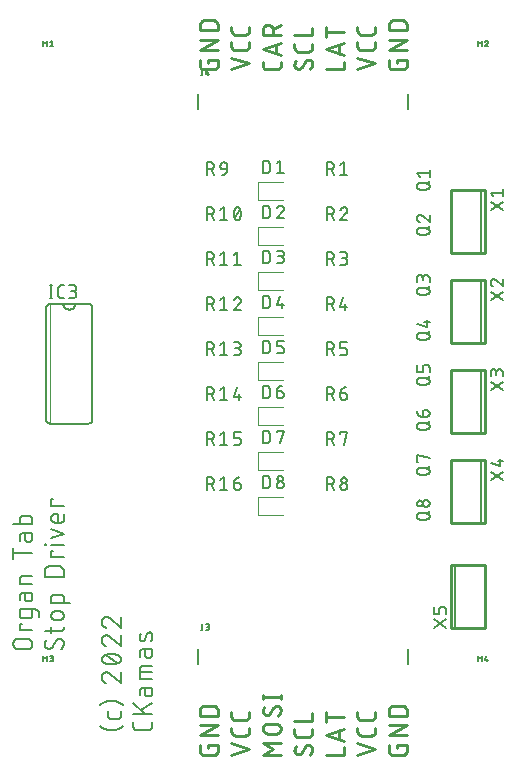
<source format=gbr>
G04 EAGLE Gerber RS-274X export*
G75*
%MOMM*%
%FSLAX34Y34*%
%LPD*%
%INSilkscreen Top*%
%IPPOS*%
%AMOC8*
5,1,8,0,0,1.08239X$1,22.5*%
G01*
%ADD10C,0.279400*%
%ADD11C,0.152400*%
%ADD12C,0.127000*%
%ADD13C,0.050800*%
%ADD14C,0.203200*%
%ADD15C,0.254000*%
%ADD16C,0.120000*%


D10*
X376357Y125335D02*
X376357Y127833D01*
X384683Y127833D01*
X384683Y122837D01*
X384681Y122723D01*
X384675Y122610D01*
X384666Y122496D01*
X384652Y122384D01*
X384635Y122271D01*
X384613Y122159D01*
X384588Y122049D01*
X384560Y121939D01*
X384527Y121830D01*
X384491Y121722D01*
X384451Y121615D01*
X384407Y121510D01*
X384360Y121407D01*
X384310Y121305D01*
X384256Y121205D01*
X384198Y121107D01*
X384137Y121011D01*
X384074Y120917D01*
X384006Y120825D01*
X383936Y120735D01*
X383863Y120649D01*
X383787Y120564D01*
X383708Y120482D01*
X383626Y120403D01*
X383542Y120327D01*
X383455Y120254D01*
X383365Y120184D01*
X383273Y120117D01*
X383179Y120053D01*
X383083Y119992D01*
X382985Y119934D01*
X382885Y119880D01*
X382783Y119830D01*
X382680Y119783D01*
X382575Y119739D01*
X382468Y119699D01*
X382360Y119663D01*
X382251Y119630D01*
X382141Y119602D01*
X382031Y119577D01*
X381919Y119555D01*
X381806Y119538D01*
X381694Y119524D01*
X381580Y119515D01*
X381467Y119509D01*
X381353Y119507D01*
X373027Y119507D01*
X372913Y119509D01*
X372800Y119515D01*
X372686Y119524D01*
X372574Y119538D01*
X372461Y119555D01*
X372349Y119577D01*
X372239Y119602D01*
X372129Y119630D01*
X372020Y119663D01*
X371912Y119699D01*
X371805Y119739D01*
X371700Y119783D01*
X371597Y119830D01*
X371495Y119880D01*
X371395Y119934D01*
X371297Y119992D01*
X371201Y120053D01*
X371107Y120116D01*
X371015Y120184D01*
X370925Y120254D01*
X370839Y120327D01*
X370754Y120403D01*
X370672Y120482D01*
X370593Y120564D01*
X370517Y120648D01*
X370444Y120735D01*
X370374Y120825D01*
X370307Y120917D01*
X370243Y121011D01*
X370182Y121107D01*
X370124Y121205D01*
X370070Y121305D01*
X370020Y121407D01*
X369973Y121510D01*
X369929Y121615D01*
X369889Y121722D01*
X369853Y121830D01*
X369820Y121939D01*
X369792Y122049D01*
X369767Y122159D01*
X369745Y122271D01*
X369728Y122384D01*
X369714Y122496D01*
X369705Y122610D01*
X369699Y122723D01*
X369697Y122837D01*
X369697Y127833D01*
X369697Y136180D02*
X384683Y136180D01*
X384683Y144506D02*
X369697Y136180D01*
X369697Y144506D02*
X384683Y144506D01*
X384683Y152854D02*
X369697Y152854D01*
X369697Y157016D01*
X369699Y157144D01*
X369705Y157272D01*
X369715Y157400D01*
X369729Y157528D01*
X369746Y157655D01*
X369768Y157781D01*
X369793Y157907D01*
X369823Y158031D01*
X369856Y158155D01*
X369893Y158278D01*
X369934Y158400D01*
X369978Y158520D01*
X370026Y158639D01*
X370078Y158756D01*
X370133Y158872D01*
X370192Y158985D01*
X370255Y159098D01*
X370321Y159208D01*
X370390Y159316D01*
X370462Y159421D01*
X370538Y159525D01*
X370617Y159626D01*
X370699Y159725D01*
X370784Y159821D01*
X370871Y159914D01*
X370962Y160005D01*
X371055Y160093D01*
X371151Y160177D01*
X371250Y160259D01*
X371351Y160338D01*
X371455Y160414D01*
X371561Y160486D01*
X371668Y160555D01*
X371779Y160621D01*
X371891Y160684D01*
X372004Y160743D01*
X372120Y160798D01*
X372237Y160850D01*
X372356Y160898D01*
X372476Y160942D01*
X372598Y160983D01*
X372721Y161020D01*
X372845Y161053D01*
X372969Y161083D01*
X373095Y161108D01*
X373221Y161130D01*
X373348Y161147D01*
X373476Y161161D01*
X373604Y161171D01*
X373732Y161177D01*
X373860Y161179D01*
X380520Y161179D01*
X380648Y161177D01*
X380776Y161171D01*
X380904Y161161D01*
X381032Y161147D01*
X381159Y161130D01*
X381285Y161108D01*
X381411Y161083D01*
X381535Y161053D01*
X381659Y161020D01*
X381782Y160983D01*
X381904Y160942D01*
X382024Y160898D01*
X382143Y160850D01*
X382260Y160798D01*
X382376Y160743D01*
X382489Y160684D01*
X382602Y160621D01*
X382712Y160555D01*
X382819Y160486D01*
X382925Y160414D01*
X383029Y160338D01*
X383130Y160259D01*
X383229Y160177D01*
X383325Y160092D01*
X383418Y160005D01*
X383509Y159914D01*
X383596Y159821D01*
X383681Y159725D01*
X383763Y159626D01*
X383842Y159525D01*
X383918Y159421D01*
X383990Y159315D01*
X384059Y159208D01*
X384125Y159098D01*
X384188Y158985D01*
X384247Y158872D01*
X384302Y158756D01*
X384354Y158639D01*
X384402Y158520D01*
X384446Y158400D01*
X384487Y158278D01*
X384524Y158155D01*
X384557Y158031D01*
X384587Y157907D01*
X384612Y157781D01*
X384634Y157655D01*
X384651Y157528D01*
X384665Y157400D01*
X384675Y157272D01*
X384681Y157144D01*
X384683Y157016D01*
X384683Y152854D01*
X396367Y119507D02*
X411353Y124502D01*
X396367Y129498D01*
X411353Y139241D02*
X411353Y142572D01*
X411353Y139241D02*
X411351Y139127D01*
X411345Y139014D01*
X411336Y138900D01*
X411322Y138788D01*
X411305Y138675D01*
X411283Y138563D01*
X411258Y138453D01*
X411230Y138343D01*
X411197Y138234D01*
X411161Y138126D01*
X411121Y138019D01*
X411077Y137914D01*
X411030Y137811D01*
X410980Y137709D01*
X410926Y137609D01*
X410868Y137511D01*
X410807Y137415D01*
X410744Y137321D01*
X410676Y137229D01*
X410606Y137139D01*
X410533Y137053D01*
X410457Y136968D01*
X410378Y136886D01*
X410296Y136807D01*
X410212Y136731D01*
X410125Y136658D01*
X410035Y136588D01*
X409943Y136521D01*
X409849Y136457D01*
X409753Y136396D01*
X409655Y136338D01*
X409555Y136284D01*
X409453Y136234D01*
X409350Y136187D01*
X409245Y136143D01*
X409138Y136103D01*
X409030Y136067D01*
X408921Y136034D01*
X408811Y136006D01*
X408701Y135981D01*
X408589Y135959D01*
X408476Y135942D01*
X408364Y135928D01*
X408250Y135919D01*
X408137Y135913D01*
X408023Y135911D01*
X399697Y135911D01*
X399697Y135912D02*
X399583Y135914D01*
X399470Y135920D01*
X399356Y135929D01*
X399244Y135943D01*
X399131Y135960D01*
X399019Y135982D01*
X398909Y136007D01*
X398799Y136035D01*
X398690Y136068D01*
X398582Y136104D01*
X398475Y136144D01*
X398370Y136188D01*
X398267Y136235D01*
X398165Y136285D01*
X398065Y136339D01*
X397967Y136397D01*
X397871Y136458D01*
X397777Y136521D01*
X397685Y136589D01*
X397595Y136659D01*
X397509Y136732D01*
X397424Y136808D01*
X397342Y136887D01*
X397263Y136969D01*
X397187Y137053D01*
X397114Y137140D01*
X397044Y137230D01*
X396977Y137322D01*
X396913Y137416D01*
X396852Y137512D01*
X396794Y137610D01*
X396740Y137710D01*
X396690Y137812D01*
X396643Y137915D01*
X396599Y138020D01*
X396559Y138127D01*
X396523Y138235D01*
X396490Y138344D01*
X396462Y138454D01*
X396437Y138564D01*
X396415Y138676D01*
X396398Y138789D01*
X396384Y138901D01*
X396375Y139015D01*
X396369Y139128D01*
X396367Y139242D01*
X396367Y139241D02*
X396367Y142572D01*
X411353Y152268D02*
X411353Y155598D01*
X411353Y152268D02*
X411351Y152154D01*
X411345Y152041D01*
X411336Y151927D01*
X411322Y151815D01*
X411305Y151702D01*
X411283Y151590D01*
X411258Y151480D01*
X411230Y151370D01*
X411197Y151261D01*
X411161Y151153D01*
X411121Y151046D01*
X411077Y150941D01*
X411030Y150838D01*
X410980Y150736D01*
X410926Y150636D01*
X410868Y150538D01*
X410807Y150442D01*
X410744Y150348D01*
X410676Y150256D01*
X410606Y150166D01*
X410533Y150080D01*
X410457Y149995D01*
X410378Y149913D01*
X410296Y149834D01*
X410212Y149758D01*
X410125Y149685D01*
X410035Y149615D01*
X409943Y149548D01*
X409849Y149484D01*
X409753Y149423D01*
X409655Y149365D01*
X409555Y149311D01*
X409453Y149261D01*
X409350Y149214D01*
X409245Y149170D01*
X409138Y149130D01*
X409030Y149094D01*
X408921Y149061D01*
X408811Y149033D01*
X408701Y149008D01*
X408589Y148986D01*
X408476Y148969D01*
X408364Y148955D01*
X408250Y148946D01*
X408137Y148940D01*
X408023Y148938D01*
X408023Y148937D02*
X399697Y148937D01*
X399697Y148938D02*
X399583Y148940D01*
X399470Y148946D01*
X399356Y148955D01*
X399244Y148969D01*
X399131Y148986D01*
X399019Y149008D01*
X398909Y149033D01*
X398799Y149061D01*
X398690Y149094D01*
X398582Y149130D01*
X398475Y149170D01*
X398370Y149214D01*
X398267Y149261D01*
X398165Y149311D01*
X398065Y149365D01*
X397967Y149423D01*
X397871Y149484D01*
X397777Y149547D01*
X397685Y149615D01*
X397595Y149685D01*
X397509Y149758D01*
X397424Y149834D01*
X397342Y149913D01*
X397263Y149995D01*
X397187Y150079D01*
X397114Y150166D01*
X397044Y150256D01*
X396977Y150348D01*
X396913Y150442D01*
X396852Y150538D01*
X396794Y150636D01*
X396740Y150736D01*
X396690Y150838D01*
X396643Y150941D01*
X396599Y151046D01*
X396559Y151153D01*
X396523Y151261D01*
X396490Y151370D01*
X396462Y151480D01*
X396437Y151590D01*
X396415Y151702D01*
X396398Y151815D01*
X396384Y151927D01*
X396375Y152041D01*
X396369Y152154D01*
X396367Y152268D01*
X396367Y155598D01*
X423037Y119507D02*
X438023Y119507D01*
X431363Y124502D02*
X423037Y119507D01*
X431363Y124502D02*
X423037Y129498D01*
X438023Y129498D01*
X433860Y137534D02*
X427200Y137534D01*
X427072Y137536D01*
X426944Y137542D01*
X426816Y137552D01*
X426688Y137566D01*
X426561Y137583D01*
X426435Y137605D01*
X426309Y137630D01*
X426185Y137660D01*
X426061Y137693D01*
X425938Y137730D01*
X425816Y137771D01*
X425696Y137815D01*
X425577Y137863D01*
X425460Y137915D01*
X425344Y137970D01*
X425231Y138029D01*
X425119Y138092D01*
X425008Y138158D01*
X424901Y138227D01*
X424795Y138299D01*
X424691Y138375D01*
X424590Y138454D01*
X424491Y138536D01*
X424395Y138621D01*
X424302Y138708D01*
X424211Y138799D01*
X424124Y138892D01*
X424039Y138988D01*
X423957Y139087D01*
X423878Y139188D01*
X423802Y139292D01*
X423730Y139398D01*
X423661Y139505D01*
X423595Y139616D01*
X423532Y139728D01*
X423473Y139841D01*
X423418Y139957D01*
X423366Y140074D01*
X423318Y140193D01*
X423274Y140313D01*
X423233Y140435D01*
X423196Y140558D01*
X423163Y140682D01*
X423133Y140806D01*
X423108Y140932D01*
X423086Y141058D01*
X423069Y141185D01*
X423055Y141313D01*
X423045Y141441D01*
X423039Y141569D01*
X423037Y141697D01*
X423039Y141825D01*
X423045Y141953D01*
X423055Y142081D01*
X423069Y142209D01*
X423086Y142336D01*
X423108Y142462D01*
X423133Y142588D01*
X423163Y142712D01*
X423196Y142836D01*
X423233Y142959D01*
X423274Y143081D01*
X423318Y143201D01*
X423366Y143320D01*
X423418Y143437D01*
X423473Y143553D01*
X423532Y143666D01*
X423595Y143779D01*
X423661Y143889D01*
X423730Y143996D01*
X423802Y144102D01*
X423878Y144206D01*
X423957Y144307D01*
X424039Y144406D01*
X424124Y144502D01*
X424211Y144595D01*
X424302Y144686D01*
X424395Y144773D01*
X424491Y144858D01*
X424590Y144940D01*
X424691Y145019D01*
X424795Y145095D01*
X424901Y145167D01*
X425008Y145236D01*
X425119Y145302D01*
X425231Y145365D01*
X425344Y145424D01*
X425460Y145479D01*
X425577Y145531D01*
X425696Y145579D01*
X425816Y145623D01*
X425938Y145664D01*
X426061Y145701D01*
X426185Y145734D01*
X426309Y145764D01*
X426435Y145789D01*
X426561Y145811D01*
X426688Y145828D01*
X426816Y145842D01*
X426944Y145852D01*
X427072Y145858D01*
X427200Y145860D01*
X427200Y145859D02*
X433860Y145859D01*
X433860Y145860D02*
X433988Y145858D01*
X434116Y145852D01*
X434244Y145842D01*
X434372Y145828D01*
X434499Y145811D01*
X434625Y145789D01*
X434751Y145764D01*
X434875Y145734D01*
X434999Y145701D01*
X435122Y145664D01*
X435244Y145623D01*
X435364Y145579D01*
X435483Y145531D01*
X435600Y145479D01*
X435716Y145424D01*
X435829Y145365D01*
X435942Y145302D01*
X436052Y145236D01*
X436159Y145167D01*
X436265Y145095D01*
X436369Y145019D01*
X436470Y144940D01*
X436569Y144858D01*
X436665Y144773D01*
X436758Y144686D01*
X436849Y144595D01*
X436936Y144502D01*
X437021Y144406D01*
X437103Y144307D01*
X437182Y144206D01*
X437258Y144102D01*
X437330Y143996D01*
X437399Y143889D01*
X437465Y143778D01*
X437528Y143666D01*
X437587Y143553D01*
X437642Y143437D01*
X437694Y143320D01*
X437742Y143201D01*
X437786Y143081D01*
X437827Y142959D01*
X437864Y142836D01*
X437897Y142712D01*
X437927Y142588D01*
X437952Y142462D01*
X437974Y142336D01*
X437991Y142209D01*
X438005Y142081D01*
X438015Y141953D01*
X438021Y141825D01*
X438023Y141697D01*
X438021Y141569D01*
X438015Y141441D01*
X438005Y141313D01*
X437991Y141185D01*
X437974Y141058D01*
X437952Y140932D01*
X437927Y140806D01*
X437897Y140682D01*
X437864Y140558D01*
X437827Y140435D01*
X437786Y140313D01*
X437742Y140193D01*
X437694Y140074D01*
X437642Y139957D01*
X437587Y139841D01*
X437528Y139728D01*
X437465Y139616D01*
X437399Y139505D01*
X437330Y139398D01*
X437258Y139292D01*
X437182Y139188D01*
X437103Y139087D01*
X437021Y138988D01*
X436936Y138892D01*
X436849Y138799D01*
X436758Y138708D01*
X436665Y138621D01*
X436569Y138536D01*
X436470Y138454D01*
X436369Y138375D01*
X436265Y138299D01*
X436159Y138227D01*
X436052Y138158D01*
X435942Y138092D01*
X435829Y138029D01*
X435716Y137970D01*
X435600Y137915D01*
X435483Y137863D01*
X435364Y137815D01*
X435244Y137771D01*
X435122Y137730D01*
X434999Y137693D01*
X434875Y137660D01*
X434751Y137630D01*
X434625Y137605D01*
X434499Y137583D01*
X434372Y137566D01*
X434244Y137552D01*
X434116Y137542D01*
X433988Y137536D01*
X433860Y137534D01*
X438023Y157639D02*
X438021Y157753D01*
X438015Y157866D01*
X438006Y157980D01*
X437992Y158092D01*
X437975Y158205D01*
X437953Y158317D01*
X437928Y158427D01*
X437900Y158537D01*
X437867Y158646D01*
X437831Y158754D01*
X437791Y158861D01*
X437747Y158966D01*
X437700Y159069D01*
X437650Y159171D01*
X437596Y159271D01*
X437538Y159369D01*
X437477Y159465D01*
X437414Y159559D01*
X437346Y159651D01*
X437276Y159741D01*
X437203Y159827D01*
X437127Y159912D01*
X437048Y159994D01*
X436966Y160073D01*
X436881Y160149D01*
X436795Y160222D01*
X436705Y160292D01*
X436613Y160360D01*
X436519Y160423D01*
X436423Y160484D01*
X436325Y160542D01*
X436225Y160596D01*
X436123Y160646D01*
X436020Y160693D01*
X435915Y160737D01*
X435808Y160777D01*
X435700Y160813D01*
X435591Y160846D01*
X435481Y160874D01*
X435371Y160899D01*
X435259Y160921D01*
X435146Y160938D01*
X435034Y160952D01*
X434920Y160961D01*
X434807Y160967D01*
X434693Y160969D01*
X438023Y157639D02*
X438021Y157471D01*
X438015Y157302D01*
X438005Y157134D01*
X437991Y156967D01*
X437973Y156799D01*
X437951Y156633D01*
X437925Y156466D01*
X437895Y156301D01*
X437861Y156136D01*
X437823Y155972D01*
X437781Y155809D01*
X437735Y155647D01*
X437685Y155486D01*
X437632Y155326D01*
X437575Y155168D01*
X437514Y155011D01*
X437449Y154856D01*
X437381Y154702D01*
X437308Y154550D01*
X437233Y154400D01*
X437153Y154251D01*
X437071Y154105D01*
X436984Y153960D01*
X436895Y153818D01*
X436802Y153677D01*
X436705Y153539D01*
X436605Y153404D01*
X436502Y153271D01*
X436396Y153140D01*
X436287Y153012D01*
X436175Y152886D01*
X436060Y152764D01*
X435942Y152644D01*
X426367Y153061D02*
X426253Y153063D01*
X426140Y153069D01*
X426026Y153078D01*
X425914Y153092D01*
X425801Y153109D01*
X425689Y153131D01*
X425579Y153156D01*
X425469Y153184D01*
X425360Y153217D01*
X425252Y153253D01*
X425145Y153293D01*
X425040Y153337D01*
X424937Y153384D01*
X424835Y153434D01*
X424735Y153488D01*
X424637Y153546D01*
X424541Y153607D01*
X424447Y153670D01*
X424355Y153738D01*
X424265Y153808D01*
X424179Y153881D01*
X424094Y153957D01*
X424012Y154036D01*
X423933Y154118D01*
X423857Y154203D01*
X423784Y154289D01*
X423714Y154379D01*
X423646Y154471D01*
X423583Y154565D01*
X423522Y154661D01*
X423464Y154759D01*
X423410Y154859D01*
X423360Y154961D01*
X423313Y155064D01*
X423269Y155169D01*
X423229Y155276D01*
X423193Y155384D01*
X423160Y155493D01*
X423132Y155603D01*
X423107Y155713D01*
X423085Y155825D01*
X423068Y155938D01*
X423054Y156050D01*
X423045Y156164D01*
X423039Y156277D01*
X423037Y156391D01*
X423039Y156546D01*
X423045Y156700D01*
X423054Y156854D01*
X423068Y157008D01*
X423085Y157162D01*
X423106Y157315D01*
X423130Y157467D01*
X423159Y157619D01*
X423191Y157770D01*
X423227Y157921D01*
X423267Y158070D01*
X423310Y158218D01*
X423357Y158366D01*
X423408Y158512D01*
X423462Y158656D01*
X423520Y158800D01*
X423582Y158941D01*
X423646Y159082D01*
X423715Y159220D01*
X423786Y159357D01*
X423862Y159492D01*
X423940Y159625D01*
X424022Y159757D01*
X424107Y159886D01*
X424195Y160013D01*
X424286Y160137D01*
X429281Y154726D02*
X429222Y154629D01*
X429159Y154535D01*
X429094Y154442D01*
X429025Y154352D01*
X428954Y154264D01*
X428879Y154179D01*
X428802Y154096D01*
X428722Y154016D01*
X428640Y153938D01*
X428554Y153864D01*
X428467Y153792D01*
X428377Y153723D01*
X428285Y153657D01*
X428190Y153595D01*
X428094Y153535D01*
X427996Y153479D01*
X427895Y153426D01*
X427793Y153377D01*
X427690Y153331D01*
X427585Y153288D01*
X427479Y153249D01*
X427371Y153213D01*
X427262Y153182D01*
X427153Y153154D01*
X427042Y153129D01*
X426931Y153108D01*
X426819Y153091D01*
X426706Y153078D01*
X426593Y153069D01*
X426480Y153063D01*
X426367Y153061D01*
X431779Y159304D02*
X431838Y159401D01*
X431901Y159495D01*
X431966Y159588D01*
X432035Y159678D01*
X432106Y159766D01*
X432181Y159851D01*
X432258Y159934D01*
X432338Y160014D01*
X432420Y160092D01*
X432506Y160166D01*
X432593Y160238D01*
X432683Y160307D01*
X432775Y160373D01*
X432870Y160435D01*
X432966Y160495D01*
X433064Y160551D01*
X433165Y160604D01*
X433267Y160653D01*
X433370Y160700D01*
X433475Y160742D01*
X433581Y160781D01*
X433689Y160817D01*
X433798Y160848D01*
X433907Y160876D01*
X434018Y160901D01*
X434129Y160922D01*
X434241Y160939D01*
X434354Y160952D01*
X434467Y160961D01*
X434580Y160967D01*
X434693Y160969D01*
X431779Y159305D02*
X429281Y154725D01*
X423037Y168791D02*
X438023Y168791D01*
X438023Y167126D02*
X438023Y170456D01*
X423037Y170456D02*
X423037Y167126D01*
X461363Y127832D02*
X461477Y127830D01*
X461590Y127824D01*
X461704Y127815D01*
X461816Y127801D01*
X461929Y127784D01*
X462041Y127762D01*
X462151Y127737D01*
X462261Y127709D01*
X462370Y127676D01*
X462478Y127640D01*
X462585Y127600D01*
X462690Y127556D01*
X462793Y127509D01*
X462895Y127459D01*
X462995Y127405D01*
X463093Y127347D01*
X463189Y127286D01*
X463283Y127223D01*
X463375Y127155D01*
X463465Y127085D01*
X463551Y127012D01*
X463636Y126936D01*
X463718Y126857D01*
X463797Y126775D01*
X463873Y126690D01*
X463946Y126604D01*
X464016Y126514D01*
X464084Y126422D01*
X464147Y126328D01*
X464208Y126232D01*
X464266Y126134D01*
X464320Y126034D01*
X464370Y125932D01*
X464417Y125829D01*
X464461Y125724D01*
X464501Y125617D01*
X464537Y125509D01*
X464570Y125400D01*
X464598Y125290D01*
X464623Y125180D01*
X464645Y125068D01*
X464662Y124955D01*
X464676Y124843D01*
X464685Y124729D01*
X464691Y124616D01*
X464693Y124502D01*
X464691Y124334D01*
X464685Y124165D01*
X464675Y123997D01*
X464661Y123830D01*
X464643Y123662D01*
X464621Y123496D01*
X464595Y123329D01*
X464565Y123164D01*
X464531Y122999D01*
X464493Y122835D01*
X464451Y122672D01*
X464405Y122510D01*
X464355Y122349D01*
X464302Y122189D01*
X464245Y122031D01*
X464184Y121874D01*
X464119Y121719D01*
X464051Y121565D01*
X463978Y121413D01*
X463903Y121263D01*
X463823Y121114D01*
X463741Y120968D01*
X463654Y120823D01*
X463565Y120681D01*
X463472Y120540D01*
X463375Y120402D01*
X463275Y120267D01*
X463172Y120134D01*
X463066Y120003D01*
X462957Y119875D01*
X462845Y119749D01*
X462730Y119627D01*
X462612Y119507D01*
X453037Y119924D02*
X452923Y119926D01*
X452810Y119932D01*
X452696Y119941D01*
X452584Y119955D01*
X452471Y119972D01*
X452359Y119994D01*
X452249Y120019D01*
X452139Y120047D01*
X452030Y120080D01*
X451922Y120116D01*
X451815Y120156D01*
X451710Y120200D01*
X451607Y120247D01*
X451505Y120297D01*
X451405Y120351D01*
X451307Y120409D01*
X451211Y120470D01*
X451117Y120533D01*
X451025Y120601D01*
X450935Y120671D01*
X450849Y120744D01*
X450764Y120820D01*
X450682Y120899D01*
X450603Y120981D01*
X450527Y121066D01*
X450454Y121152D01*
X450384Y121242D01*
X450316Y121334D01*
X450253Y121428D01*
X450192Y121524D01*
X450134Y121622D01*
X450080Y121722D01*
X450030Y121824D01*
X449983Y121927D01*
X449939Y122032D01*
X449899Y122139D01*
X449863Y122247D01*
X449830Y122356D01*
X449802Y122466D01*
X449777Y122576D01*
X449755Y122688D01*
X449738Y122801D01*
X449724Y122913D01*
X449715Y123027D01*
X449709Y123140D01*
X449707Y123254D01*
X449709Y123409D01*
X449715Y123563D01*
X449724Y123717D01*
X449738Y123871D01*
X449755Y124025D01*
X449776Y124178D01*
X449800Y124330D01*
X449829Y124482D01*
X449861Y124633D01*
X449897Y124784D01*
X449937Y124933D01*
X449980Y125081D01*
X450027Y125229D01*
X450078Y125375D01*
X450132Y125519D01*
X450190Y125663D01*
X450252Y125804D01*
X450316Y125945D01*
X450385Y126083D01*
X450456Y126220D01*
X450532Y126355D01*
X450610Y126488D01*
X450692Y126620D01*
X450777Y126749D01*
X450865Y126876D01*
X450956Y127000D01*
X455951Y121588D02*
X455892Y121491D01*
X455829Y121397D01*
X455764Y121304D01*
X455695Y121214D01*
X455624Y121126D01*
X455549Y121041D01*
X455472Y120958D01*
X455392Y120878D01*
X455310Y120800D01*
X455224Y120726D01*
X455137Y120654D01*
X455047Y120585D01*
X454955Y120519D01*
X454860Y120457D01*
X454764Y120397D01*
X454666Y120341D01*
X454565Y120288D01*
X454463Y120239D01*
X454360Y120193D01*
X454255Y120150D01*
X454149Y120111D01*
X454041Y120075D01*
X453932Y120044D01*
X453823Y120016D01*
X453712Y119991D01*
X453601Y119970D01*
X453489Y119953D01*
X453376Y119940D01*
X453263Y119931D01*
X453150Y119925D01*
X453037Y119923D01*
X458449Y126167D02*
X458508Y126264D01*
X458571Y126358D01*
X458636Y126451D01*
X458705Y126541D01*
X458776Y126629D01*
X458851Y126714D01*
X458928Y126797D01*
X459008Y126877D01*
X459090Y126955D01*
X459176Y127029D01*
X459263Y127101D01*
X459353Y127170D01*
X459445Y127236D01*
X459540Y127298D01*
X459636Y127358D01*
X459734Y127414D01*
X459835Y127467D01*
X459937Y127516D01*
X460040Y127563D01*
X460145Y127605D01*
X460251Y127644D01*
X460359Y127680D01*
X460468Y127711D01*
X460577Y127739D01*
X460688Y127764D01*
X460799Y127785D01*
X460911Y127802D01*
X461024Y127815D01*
X461137Y127824D01*
X461250Y127830D01*
X461363Y127832D01*
X458449Y126167D02*
X455951Y121588D01*
X464693Y137888D02*
X464693Y141218D01*
X464693Y137888D02*
X464691Y137774D01*
X464685Y137661D01*
X464676Y137547D01*
X464662Y137435D01*
X464645Y137322D01*
X464623Y137210D01*
X464598Y137100D01*
X464570Y136990D01*
X464537Y136881D01*
X464501Y136773D01*
X464461Y136666D01*
X464417Y136561D01*
X464370Y136458D01*
X464320Y136356D01*
X464266Y136256D01*
X464208Y136158D01*
X464147Y136062D01*
X464084Y135968D01*
X464016Y135876D01*
X463946Y135786D01*
X463873Y135700D01*
X463797Y135615D01*
X463718Y135533D01*
X463636Y135454D01*
X463552Y135378D01*
X463465Y135305D01*
X463375Y135235D01*
X463283Y135168D01*
X463189Y135104D01*
X463093Y135043D01*
X462995Y134985D01*
X462895Y134931D01*
X462793Y134881D01*
X462690Y134834D01*
X462585Y134790D01*
X462478Y134750D01*
X462370Y134714D01*
X462261Y134681D01*
X462151Y134653D01*
X462041Y134628D01*
X461929Y134606D01*
X461816Y134589D01*
X461704Y134575D01*
X461590Y134566D01*
X461477Y134560D01*
X461363Y134558D01*
X453037Y134558D01*
X452923Y134560D01*
X452810Y134566D01*
X452696Y134575D01*
X452584Y134589D01*
X452471Y134606D01*
X452359Y134628D01*
X452249Y134653D01*
X452139Y134681D01*
X452030Y134714D01*
X451922Y134750D01*
X451815Y134790D01*
X451710Y134834D01*
X451607Y134881D01*
X451505Y134931D01*
X451405Y134985D01*
X451307Y135043D01*
X451211Y135104D01*
X451117Y135167D01*
X451025Y135235D01*
X450935Y135305D01*
X450849Y135378D01*
X450764Y135454D01*
X450682Y135533D01*
X450603Y135615D01*
X450527Y135699D01*
X450454Y135786D01*
X450384Y135876D01*
X450317Y135968D01*
X450253Y136062D01*
X450192Y136158D01*
X450134Y136256D01*
X450080Y136356D01*
X450030Y136458D01*
X449983Y136561D01*
X449939Y136666D01*
X449899Y136773D01*
X449863Y136881D01*
X449830Y136990D01*
X449802Y137100D01*
X449777Y137210D01*
X449755Y137322D01*
X449738Y137435D01*
X449724Y137547D01*
X449715Y137661D01*
X449709Y137774D01*
X449707Y137888D01*
X449707Y141218D01*
X449707Y148209D02*
X464693Y148209D01*
X464693Y154870D01*
X476377Y119507D02*
X491363Y119507D01*
X491363Y126167D01*
X491363Y131656D02*
X476377Y136651D01*
X491363Y141646D01*
X487617Y140397D02*
X487617Y132904D01*
X491363Y151240D02*
X476377Y151240D01*
X476377Y147077D02*
X476377Y155403D01*
X503047Y119507D02*
X518033Y124502D01*
X503047Y129498D01*
X518033Y139241D02*
X518033Y142572D01*
X518033Y139241D02*
X518031Y139127D01*
X518025Y139014D01*
X518016Y138900D01*
X518002Y138788D01*
X517985Y138675D01*
X517963Y138563D01*
X517938Y138453D01*
X517910Y138343D01*
X517877Y138234D01*
X517841Y138126D01*
X517801Y138019D01*
X517757Y137914D01*
X517710Y137811D01*
X517660Y137709D01*
X517606Y137609D01*
X517548Y137511D01*
X517487Y137415D01*
X517424Y137321D01*
X517356Y137229D01*
X517286Y137139D01*
X517213Y137053D01*
X517137Y136968D01*
X517058Y136886D01*
X516976Y136807D01*
X516892Y136731D01*
X516805Y136658D01*
X516715Y136588D01*
X516623Y136521D01*
X516529Y136457D01*
X516433Y136396D01*
X516335Y136338D01*
X516235Y136284D01*
X516133Y136234D01*
X516030Y136187D01*
X515925Y136143D01*
X515818Y136103D01*
X515710Y136067D01*
X515601Y136034D01*
X515491Y136006D01*
X515381Y135981D01*
X515269Y135959D01*
X515156Y135942D01*
X515044Y135928D01*
X514930Y135919D01*
X514817Y135913D01*
X514703Y135911D01*
X506377Y135911D01*
X506377Y135912D02*
X506263Y135914D01*
X506150Y135920D01*
X506036Y135929D01*
X505924Y135943D01*
X505811Y135960D01*
X505699Y135982D01*
X505589Y136007D01*
X505479Y136035D01*
X505370Y136068D01*
X505262Y136104D01*
X505155Y136144D01*
X505050Y136188D01*
X504947Y136235D01*
X504845Y136285D01*
X504745Y136339D01*
X504647Y136397D01*
X504551Y136458D01*
X504457Y136521D01*
X504365Y136589D01*
X504275Y136659D01*
X504189Y136732D01*
X504104Y136808D01*
X504022Y136887D01*
X503943Y136969D01*
X503867Y137053D01*
X503794Y137140D01*
X503724Y137230D01*
X503657Y137322D01*
X503593Y137416D01*
X503532Y137512D01*
X503474Y137610D01*
X503420Y137710D01*
X503370Y137812D01*
X503323Y137915D01*
X503279Y138020D01*
X503239Y138127D01*
X503203Y138235D01*
X503170Y138344D01*
X503142Y138454D01*
X503117Y138564D01*
X503095Y138676D01*
X503078Y138789D01*
X503064Y138901D01*
X503055Y139015D01*
X503049Y139128D01*
X503047Y139242D01*
X503047Y139241D02*
X503047Y142572D01*
X518033Y152268D02*
X518033Y155598D01*
X518033Y152268D02*
X518031Y152154D01*
X518025Y152041D01*
X518016Y151927D01*
X518002Y151815D01*
X517985Y151702D01*
X517963Y151590D01*
X517938Y151480D01*
X517910Y151370D01*
X517877Y151261D01*
X517841Y151153D01*
X517801Y151046D01*
X517757Y150941D01*
X517710Y150838D01*
X517660Y150736D01*
X517606Y150636D01*
X517548Y150538D01*
X517487Y150442D01*
X517424Y150348D01*
X517356Y150256D01*
X517286Y150166D01*
X517213Y150080D01*
X517137Y149995D01*
X517058Y149913D01*
X516976Y149834D01*
X516892Y149758D01*
X516805Y149685D01*
X516715Y149615D01*
X516623Y149548D01*
X516529Y149484D01*
X516433Y149423D01*
X516335Y149365D01*
X516235Y149311D01*
X516133Y149261D01*
X516030Y149214D01*
X515925Y149170D01*
X515818Y149130D01*
X515710Y149094D01*
X515601Y149061D01*
X515491Y149033D01*
X515381Y149008D01*
X515269Y148986D01*
X515156Y148969D01*
X515044Y148955D01*
X514930Y148946D01*
X514817Y148940D01*
X514703Y148938D01*
X514703Y148937D02*
X506377Y148937D01*
X506377Y148938D02*
X506263Y148940D01*
X506150Y148946D01*
X506036Y148955D01*
X505924Y148969D01*
X505811Y148986D01*
X505699Y149008D01*
X505589Y149033D01*
X505479Y149061D01*
X505370Y149094D01*
X505262Y149130D01*
X505155Y149170D01*
X505050Y149214D01*
X504947Y149261D01*
X504845Y149311D01*
X504745Y149365D01*
X504647Y149423D01*
X504551Y149484D01*
X504457Y149547D01*
X504365Y149615D01*
X504275Y149685D01*
X504189Y149758D01*
X504104Y149834D01*
X504022Y149913D01*
X503943Y149995D01*
X503867Y150079D01*
X503794Y150166D01*
X503724Y150256D01*
X503657Y150348D01*
X503593Y150442D01*
X503532Y150538D01*
X503474Y150636D01*
X503420Y150736D01*
X503370Y150838D01*
X503323Y150941D01*
X503279Y151046D01*
X503239Y151153D01*
X503203Y151261D01*
X503170Y151370D01*
X503142Y151480D01*
X503117Y151590D01*
X503095Y151702D01*
X503078Y151815D01*
X503064Y151927D01*
X503055Y152041D01*
X503049Y152154D01*
X503047Y152268D01*
X503047Y155598D01*
X536377Y127833D02*
X536377Y125335D01*
X536377Y127833D02*
X544703Y127833D01*
X544703Y122837D01*
X544701Y122723D01*
X544695Y122610D01*
X544686Y122496D01*
X544672Y122384D01*
X544655Y122271D01*
X544633Y122159D01*
X544608Y122049D01*
X544580Y121939D01*
X544547Y121830D01*
X544511Y121722D01*
X544471Y121615D01*
X544427Y121510D01*
X544380Y121407D01*
X544330Y121305D01*
X544276Y121205D01*
X544218Y121107D01*
X544157Y121011D01*
X544094Y120917D01*
X544026Y120825D01*
X543956Y120735D01*
X543883Y120649D01*
X543807Y120564D01*
X543728Y120482D01*
X543646Y120403D01*
X543562Y120327D01*
X543475Y120254D01*
X543385Y120184D01*
X543293Y120117D01*
X543199Y120053D01*
X543103Y119992D01*
X543005Y119934D01*
X542905Y119880D01*
X542803Y119830D01*
X542700Y119783D01*
X542595Y119739D01*
X542488Y119699D01*
X542380Y119663D01*
X542271Y119630D01*
X542161Y119602D01*
X542051Y119577D01*
X541939Y119555D01*
X541826Y119538D01*
X541714Y119524D01*
X541600Y119515D01*
X541487Y119509D01*
X541373Y119507D01*
X533047Y119507D01*
X532933Y119509D01*
X532820Y119515D01*
X532706Y119524D01*
X532594Y119538D01*
X532481Y119555D01*
X532369Y119577D01*
X532259Y119602D01*
X532149Y119630D01*
X532040Y119663D01*
X531932Y119699D01*
X531825Y119739D01*
X531720Y119783D01*
X531617Y119830D01*
X531515Y119880D01*
X531415Y119934D01*
X531317Y119992D01*
X531221Y120053D01*
X531127Y120116D01*
X531035Y120184D01*
X530945Y120254D01*
X530859Y120327D01*
X530774Y120403D01*
X530692Y120482D01*
X530613Y120564D01*
X530537Y120648D01*
X530464Y120735D01*
X530394Y120825D01*
X530327Y120917D01*
X530263Y121011D01*
X530202Y121107D01*
X530144Y121205D01*
X530090Y121305D01*
X530040Y121407D01*
X529993Y121510D01*
X529949Y121615D01*
X529909Y121722D01*
X529873Y121830D01*
X529840Y121939D01*
X529812Y122049D01*
X529787Y122159D01*
X529765Y122271D01*
X529748Y122384D01*
X529734Y122496D01*
X529725Y122610D01*
X529719Y122723D01*
X529717Y122837D01*
X529717Y127833D01*
X529717Y136180D02*
X544703Y136180D01*
X544703Y144506D02*
X529717Y136180D01*
X529717Y144506D02*
X544703Y144506D01*
X544703Y152854D02*
X529717Y152854D01*
X529717Y157016D01*
X529719Y157144D01*
X529725Y157272D01*
X529735Y157400D01*
X529749Y157528D01*
X529766Y157655D01*
X529788Y157781D01*
X529813Y157907D01*
X529843Y158031D01*
X529876Y158155D01*
X529913Y158278D01*
X529954Y158400D01*
X529998Y158520D01*
X530046Y158639D01*
X530098Y158756D01*
X530153Y158872D01*
X530212Y158985D01*
X530275Y159098D01*
X530341Y159208D01*
X530410Y159316D01*
X530482Y159421D01*
X530558Y159525D01*
X530637Y159626D01*
X530719Y159725D01*
X530804Y159821D01*
X530891Y159914D01*
X530982Y160005D01*
X531075Y160093D01*
X531171Y160177D01*
X531270Y160259D01*
X531371Y160338D01*
X531475Y160414D01*
X531581Y160486D01*
X531688Y160555D01*
X531799Y160621D01*
X531911Y160684D01*
X532024Y160743D01*
X532140Y160798D01*
X532257Y160850D01*
X532376Y160898D01*
X532496Y160942D01*
X532618Y160983D01*
X532741Y161020D01*
X532865Y161053D01*
X532989Y161083D01*
X533115Y161108D01*
X533241Y161130D01*
X533368Y161147D01*
X533496Y161161D01*
X533624Y161171D01*
X533752Y161177D01*
X533880Y161179D01*
X540540Y161179D01*
X540668Y161177D01*
X540796Y161171D01*
X540924Y161161D01*
X541052Y161147D01*
X541179Y161130D01*
X541305Y161108D01*
X541431Y161083D01*
X541555Y161053D01*
X541679Y161020D01*
X541802Y160983D01*
X541924Y160942D01*
X542044Y160898D01*
X542163Y160850D01*
X542280Y160798D01*
X542396Y160743D01*
X542509Y160684D01*
X542622Y160621D01*
X542732Y160555D01*
X542839Y160486D01*
X542945Y160414D01*
X543049Y160338D01*
X543150Y160259D01*
X543249Y160177D01*
X543345Y160092D01*
X543438Y160005D01*
X543529Y159914D01*
X543616Y159821D01*
X543701Y159725D01*
X543783Y159626D01*
X543862Y159525D01*
X543938Y159421D01*
X544010Y159315D01*
X544079Y159208D01*
X544145Y159098D01*
X544208Y158985D01*
X544267Y158872D01*
X544322Y158756D01*
X544374Y158639D01*
X544422Y158520D01*
X544466Y158400D01*
X544507Y158278D01*
X544544Y158155D01*
X544577Y158031D01*
X544607Y157907D01*
X544632Y157781D01*
X544654Y157655D01*
X544671Y157528D01*
X544685Y157400D01*
X544695Y157272D01*
X544701Y157144D01*
X544703Y157016D01*
X544703Y152854D01*
X376357Y705725D02*
X376357Y708223D01*
X384683Y708223D01*
X384683Y703227D01*
X384681Y703113D01*
X384675Y703000D01*
X384666Y702886D01*
X384652Y702774D01*
X384635Y702661D01*
X384613Y702549D01*
X384588Y702439D01*
X384560Y702329D01*
X384527Y702220D01*
X384491Y702112D01*
X384451Y702005D01*
X384407Y701900D01*
X384360Y701797D01*
X384310Y701695D01*
X384256Y701595D01*
X384198Y701497D01*
X384137Y701401D01*
X384074Y701307D01*
X384006Y701215D01*
X383936Y701125D01*
X383863Y701039D01*
X383787Y700954D01*
X383708Y700872D01*
X383626Y700793D01*
X383542Y700717D01*
X383455Y700644D01*
X383365Y700574D01*
X383273Y700507D01*
X383179Y700443D01*
X383083Y700382D01*
X382985Y700324D01*
X382885Y700270D01*
X382783Y700220D01*
X382680Y700173D01*
X382575Y700129D01*
X382468Y700089D01*
X382360Y700053D01*
X382251Y700020D01*
X382141Y699992D01*
X382031Y699967D01*
X381919Y699945D01*
X381806Y699928D01*
X381694Y699914D01*
X381580Y699905D01*
X381467Y699899D01*
X381353Y699897D01*
X373027Y699897D01*
X372913Y699899D01*
X372800Y699905D01*
X372686Y699914D01*
X372574Y699928D01*
X372461Y699945D01*
X372349Y699967D01*
X372239Y699992D01*
X372129Y700020D01*
X372020Y700053D01*
X371912Y700089D01*
X371805Y700129D01*
X371700Y700173D01*
X371597Y700220D01*
X371495Y700270D01*
X371395Y700324D01*
X371297Y700382D01*
X371201Y700443D01*
X371107Y700506D01*
X371015Y700574D01*
X370925Y700644D01*
X370839Y700717D01*
X370754Y700793D01*
X370672Y700872D01*
X370593Y700954D01*
X370517Y701038D01*
X370444Y701125D01*
X370374Y701215D01*
X370307Y701307D01*
X370243Y701401D01*
X370182Y701497D01*
X370124Y701595D01*
X370070Y701695D01*
X370020Y701797D01*
X369973Y701900D01*
X369929Y702005D01*
X369889Y702112D01*
X369853Y702220D01*
X369820Y702329D01*
X369792Y702439D01*
X369767Y702549D01*
X369745Y702661D01*
X369728Y702774D01*
X369714Y702886D01*
X369705Y703000D01*
X369699Y703113D01*
X369697Y703227D01*
X369697Y708223D01*
X369697Y716570D02*
X384683Y716570D01*
X384683Y724896D02*
X369697Y716570D01*
X369697Y724896D02*
X384683Y724896D01*
X384683Y733244D02*
X369697Y733244D01*
X369697Y737406D01*
X369699Y737534D01*
X369705Y737662D01*
X369715Y737790D01*
X369729Y737918D01*
X369746Y738045D01*
X369768Y738171D01*
X369793Y738297D01*
X369823Y738421D01*
X369856Y738545D01*
X369893Y738668D01*
X369934Y738790D01*
X369978Y738910D01*
X370026Y739029D01*
X370078Y739146D01*
X370133Y739262D01*
X370192Y739375D01*
X370255Y739488D01*
X370321Y739598D01*
X370390Y739706D01*
X370462Y739811D01*
X370538Y739915D01*
X370617Y740016D01*
X370699Y740115D01*
X370784Y740211D01*
X370871Y740304D01*
X370962Y740395D01*
X371055Y740483D01*
X371151Y740567D01*
X371250Y740649D01*
X371351Y740728D01*
X371455Y740804D01*
X371561Y740876D01*
X371668Y740945D01*
X371779Y741011D01*
X371891Y741074D01*
X372004Y741133D01*
X372120Y741188D01*
X372237Y741240D01*
X372356Y741288D01*
X372476Y741332D01*
X372598Y741373D01*
X372721Y741410D01*
X372845Y741443D01*
X372969Y741473D01*
X373095Y741498D01*
X373221Y741520D01*
X373348Y741537D01*
X373476Y741551D01*
X373604Y741561D01*
X373732Y741567D01*
X373860Y741569D01*
X380520Y741569D01*
X380648Y741567D01*
X380776Y741561D01*
X380904Y741551D01*
X381032Y741537D01*
X381159Y741520D01*
X381285Y741498D01*
X381411Y741473D01*
X381535Y741443D01*
X381659Y741410D01*
X381782Y741373D01*
X381904Y741332D01*
X382024Y741288D01*
X382143Y741240D01*
X382260Y741188D01*
X382376Y741133D01*
X382489Y741074D01*
X382602Y741011D01*
X382712Y740945D01*
X382819Y740876D01*
X382925Y740804D01*
X383029Y740728D01*
X383130Y740649D01*
X383229Y740567D01*
X383325Y740482D01*
X383418Y740395D01*
X383509Y740304D01*
X383596Y740211D01*
X383681Y740115D01*
X383763Y740016D01*
X383842Y739915D01*
X383918Y739811D01*
X383990Y739705D01*
X384059Y739598D01*
X384125Y739488D01*
X384188Y739375D01*
X384247Y739262D01*
X384302Y739146D01*
X384354Y739029D01*
X384402Y738910D01*
X384446Y738790D01*
X384487Y738668D01*
X384524Y738545D01*
X384557Y738421D01*
X384587Y738297D01*
X384612Y738171D01*
X384634Y738045D01*
X384651Y737918D01*
X384665Y737790D01*
X384675Y737662D01*
X384681Y737534D01*
X384683Y737406D01*
X384683Y733244D01*
X396367Y699897D02*
X411353Y704892D01*
X396367Y709888D01*
X411353Y719631D02*
X411353Y722962D01*
X411353Y719631D02*
X411351Y719517D01*
X411345Y719404D01*
X411336Y719290D01*
X411322Y719178D01*
X411305Y719065D01*
X411283Y718953D01*
X411258Y718843D01*
X411230Y718733D01*
X411197Y718624D01*
X411161Y718516D01*
X411121Y718409D01*
X411077Y718304D01*
X411030Y718201D01*
X410980Y718099D01*
X410926Y717999D01*
X410868Y717901D01*
X410807Y717805D01*
X410744Y717711D01*
X410676Y717619D01*
X410606Y717529D01*
X410533Y717443D01*
X410457Y717358D01*
X410378Y717276D01*
X410296Y717197D01*
X410212Y717121D01*
X410125Y717048D01*
X410035Y716978D01*
X409943Y716911D01*
X409849Y716847D01*
X409753Y716786D01*
X409655Y716728D01*
X409555Y716674D01*
X409453Y716624D01*
X409350Y716577D01*
X409245Y716533D01*
X409138Y716493D01*
X409030Y716457D01*
X408921Y716424D01*
X408811Y716396D01*
X408701Y716371D01*
X408589Y716349D01*
X408476Y716332D01*
X408364Y716318D01*
X408250Y716309D01*
X408137Y716303D01*
X408023Y716301D01*
X399697Y716301D01*
X399697Y716302D02*
X399583Y716304D01*
X399470Y716310D01*
X399356Y716319D01*
X399244Y716333D01*
X399131Y716350D01*
X399019Y716372D01*
X398909Y716397D01*
X398799Y716425D01*
X398690Y716458D01*
X398582Y716494D01*
X398475Y716534D01*
X398370Y716578D01*
X398267Y716625D01*
X398165Y716675D01*
X398065Y716729D01*
X397967Y716787D01*
X397871Y716848D01*
X397777Y716911D01*
X397685Y716979D01*
X397595Y717049D01*
X397509Y717122D01*
X397424Y717198D01*
X397342Y717277D01*
X397263Y717359D01*
X397187Y717443D01*
X397114Y717530D01*
X397044Y717620D01*
X396977Y717712D01*
X396913Y717806D01*
X396852Y717902D01*
X396794Y718000D01*
X396740Y718100D01*
X396690Y718202D01*
X396643Y718305D01*
X396599Y718410D01*
X396559Y718517D01*
X396523Y718625D01*
X396490Y718734D01*
X396462Y718844D01*
X396437Y718954D01*
X396415Y719066D01*
X396398Y719179D01*
X396384Y719291D01*
X396375Y719405D01*
X396369Y719518D01*
X396367Y719632D01*
X396367Y719631D02*
X396367Y722962D01*
X411353Y732658D02*
X411353Y735988D01*
X411353Y732658D02*
X411351Y732544D01*
X411345Y732431D01*
X411336Y732317D01*
X411322Y732205D01*
X411305Y732092D01*
X411283Y731980D01*
X411258Y731870D01*
X411230Y731760D01*
X411197Y731651D01*
X411161Y731543D01*
X411121Y731436D01*
X411077Y731331D01*
X411030Y731228D01*
X410980Y731126D01*
X410926Y731026D01*
X410868Y730928D01*
X410807Y730832D01*
X410744Y730738D01*
X410676Y730646D01*
X410606Y730556D01*
X410533Y730470D01*
X410457Y730385D01*
X410378Y730303D01*
X410296Y730224D01*
X410212Y730148D01*
X410125Y730075D01*
X410035Y730005D01*
X409943Y729938D01*
X409849Y729874D01*
X409753Y729813D01*
X409655Y729755D01*
X409555Y729701D01*
X409453Y729651D01*
X409350Y729604D01*
X409245Y729560D01*
X409138Y729520D01*
X409030Y729484D01*
X408921Y729451D01*
X408811Y729423D01*
X408701Y729398D01*
X408589Y729376D01*
X408476Y729359D01*
X408364Y729345D01*
X408250Y729336D01*
X408137Y729330D01*
X408023Y729328D01*
X408023Y729327D02*
X399697Y729327D01*
X399697Y729328D02*
X399583Y729330D01*
X399470Y729336D01*
X399356Y729345D01*
X399244Y729359D01*
X399131Y729376D01*
X399019Y729398D01*
X398909Y729423D01*
X398799Y729451D01*
X398690Y729484D01*
X398582Y729520D01*
X398475Y729560D01*
X398370Y729604D01*
X398267Y729651D01*
X398165Y729701D01*
X398065Y729755D01*
X397967Y729813D01*
X397871Y729874D01*
X397777Y729937D01*
X397685Y730005D01*
X397595Y730075D01*
X397509Y730148D01*
X397424Y730224D01*
X397342Y730303D01*
X397263Y730385D01*
X397187Y730469D01*
X397114Y730556D01*
X397044Y730646D01*
X396977Y730738D01*
X396913Y730832D01*
X396852Y730928D01*
X396794Y731026D01*
X396740Y731126D01*
X396690Y731228D01*
X396643Y731331D01*
X396599Y731436D01*
X396559Y731543D01*
X396523Y731651D01*
X396490Y731760D01*
X396462Y731870D01*
X396437Y731980D01*
X396415Y732092D01*
X396398Y732205D01*
X396384Y732317D01*
X396375Y732431D01*
X396369Y732544D01*
X396367Y732658D01*
X396367Y735988D01*
X438023Y706557D02*
X438023Y703227D01*
X438021Y703113D01*
X438015Y703000D01*
X438006Y702886D01*
X437992Y702774D01*
X437975Y702661D01*
X437953Y702549D01*
X437928Y702439D01*
X437900Y702329D01*
X437867Y702220D01*
X437831Y702112D01*
X437791Y702005D01*
X437747Y701900D01*
X437700Y701797D01*
X437650Y701695D01*
X437596Y701595D01*
X437538Y701497D01*
X437477Y701401D01*
X437414Y701307D01*
X437346Y701215D01*
X437276Y701125D01*
X437203Y701039D01*
X437127Y700954D01*
X437048Y700872D01*
X436966Y700793D01*
X436882Y700717D01*
X436795Y700644D01*
X436705Y700574D01*
X436613Y700507D01*
X436519Y700443D01*
X436423Y700382D01*
X436325Y700324D01*
X436225Y700270D01*
X436123Y700220D01*
X436020Y700173D01*
X435915Y700129D01*
X435808Y700089D01*
X435700Y700053D01*
X435591Y700020D01*
X435481Y699992D01*
X435371Y699967D01*
X435259Y699945D01*
X435146Y699928D01*
X435034Y699914D01*
X434920Y699905D01*
X434807Y699899D01*
X434693Y699897D01*
X426367Y699897D01*
X426253Y699899D01*
X426140Y699905D01*
X426026Y699914D01*
X425914Y699928D01*
X425801Y699945D01*
X425689Y699967D01*
X425579Y699992D01*
X425469Y700020D01*
X425360Y700053D01*
X425252Y700089D01*
X425145Y700129D01*
X425040Y700173D01*
X424937Y700220D01*
X424835Y700270D01*
X424735Y700324D01*
X424637Y700382D01*
X424541Y700443D01*
X424447Y700506D01*
X424355Y700574D01*
X424265Y700644D01*
X424179Y700717D01*
X424094Y700793D01*
X424012Y700872D01*
X423933Y700954D01*
X423857Y701038D01*
X423784Y701125D01*
X423714Y701215D01*
X423647Y701307D01*
X423583Y701401D01*
X423522Y701497D01*
X423464Y701595D01*
X423410Y701695D01*
X423360Y701797D01*
X423313Y701900D01*
X423269Y702005D01*
X423229Y702112D01*
X423193Y702220D01*
X423160Y702329D01*
X423132Y702439D01*
X423107Y702549D01*
X423085Y702661D01*
X423068Y702774D01*
X423054Y702886D01*
X423045Y703000D01*
X423039Y703113D01*
X423037Y703227D01*
X423037Y706557D01*
X423037Y717145D02*
X438023Y712150D01*
X438023Y722141D02*
X423037Y717145D01*
X434277Y713399D02*
X434277Y720892D01*
X438023Y729273D02*
X423037Y729273D01*
X423037Y733436D01*
X423039Y733564D01*
X423045Y733692D01*
X423055Y733820D01*
X423069Y733948D01*
X423086Y734075D01*
X423108Y734201D01*
X423133Y734327D01*
X423163Y734451D01*
X423196Y734575D01*
X423233Y734698D01*
X423274Y734820D01*
X423318Y734940D01*
X423366Y735059D01*
X423418Y735176D01*
X423473Y735292D01*
X423532Y735405D01*
X423595Y735518D01*
X423661Y735628D01*
X423730Y735735D01*
X423802Y735841D01*
X423878Y735945D01*
X423957Y736046D01*
X424039Y736145D01*
X424124Y736241D01*
X424211Y736334D01*
X424302Y736425D01*
X424395Y736512D01*
X424491Y736597D01*
X424590Y736679D01*
X424691Y736758D01*
X424795Y736834D01*
X424901Y736906D01*
X425008Y736975D01*
X425119Y737041D01*
X425231Y737104D01*
X425344Y737163D01*
X425460Y737218D01*
X425577Y737270D01*
X425696Y737318D01*
X425816Y737362D01*
X425938Y737403D01*
X426061Y737440D01*
X426185Y737473D01*
X426309Y737503D01*
X426435Y737528D01*
X426561Y737550D01*
X426688Y737567D01*
X426816Y737581D01*
X426944Y737591D01*
X427072Y737597D01*
X427200Y737599D01*
X427328Y737597D01*
X427456Y737591D01*
X427584Y737581D01*
X427712Y737567D01*
X427839Y737550D01*
X427965Y737528D01*
X428091Y737503D01*
X428215Y737473D01*
X428339Y737440D01*
X428462Y737403D01*
X428584Y737362D01*
X428704Y737318D01*
X428823Y737270D01*
X428940Y737218D01*
X429056Y737163D01*
X429169Y737104D01*
X429282Y737041D01*
X429392Y736975D01*
X429499Y736906D01*
X429605Y736834D01*
X429709Y736758D01*
X429810Y736679D01*
X429909Y736597D01*
X430005Y736512D01*
X430098Y736425D01*
X430189Y736334D01*
X430276Y736241D01*
X430361Y736145D01*
X430443Y736046D01*
X430522Y735945D01*
X430598Y735841D01*
X430670Y735735D01*
X430739Y735628D01*
X430805Y735518D01*
X430868Y735405D01*
X430927Y735292D01*
X430982Y735176D01*
X431034Y735059D01*
X431082Y734940D01*
X431126Y734820D01*
X431167Y734698D01*
X431204Y734575D01*
X431237Y734451D01*
X431267Y734327D01*
X431292Y734201D01*
X431314Y734075D01*
X431331Y733948D01*
X431345Y733820D01*
X431355Y733692D01*
X431361Y733564D01*
X431363Y733436D01*
X431363Y729273D01*
X431363Y734268D02*
X438023Y737598D01*
X461363Y708222D02*
X461477Y708220D01*
X461590Y708214D01*
X461704Y708205D01*
X461816Y708191D01*
X461929Y708174D01*
X462041Y708152D01*
X462151Y708127D01*
X462261Y708099D01*
X462370Y708066D01*
X462478Y708030D01*
X462585Y707990D01*
X462690Y707946D01*
X462793Y707899D01*
X462895Y707849D01*
X462995Y707795D01*
X463093Y707737D01*
X463189Y707676D01*
X463283Y707613D01*
X463375Y707545D01*
X463465Y707475D01*
X463551Y707402D01*
X463636Y707326D01*
X463718Y707247D01*
X463797Y707165D01*
X463873Y707080D01*
X463946Y706994D01*
X464016Y706904D01*
X464084Y706812D01*
X464147Y706718D01*
X464208Y706622D01*
X464266Y706524D01*
X464320Y706424D01*
X464370Y706322D01*
X464417Y706219D01*
X464461Y706114D01*
X464501Y706007D01*
X464537Y705899D01*
X464570Y705790D01*
X464598Y705680D01*
X464623Y705570D01*
X464645Y705458D01*
X464662Y705345D01*
X464676Y705233D01*
X464685Y705119D01*
X464691Y705006D01*
X464693Y704892D01*
X464691Y704724D01*
X464685Y704555D01*
X464675Y704387D01*
X464661Y704220D01*
X464643Y704052D01*
X464621Y703886D01*
X464595Y703719D01*
X464565Y703554D01*
X464531Y703389D01*
X464493Y703225D01*
X464451Y703062D01*
X464405Y702900D01*
X464355Y702739D01*
X464302Y702579D01*
X464245Y702421D01*
X464184Y702264D01*
X464119Y702109D01*
X464051Y701955D01*
X463978Y701803D01*
X463903Y701653D01*
X463823Y701504D01*
X463741Y701358D01*
X463654Y701213D01*
X463565Y701071D01*
X463472Y700930D01*
X463375Y700792D01*
X463275Y700657D01*
X463172Y700524D01*
X463066Y700393D01*
X462957Y700265D01*
X462845Y700139D01*
X462730Y700017D01*
X462612Y699897D01*
X453037Y700314D02*
X452923Y700316D01*
X452810Y700322D01*
X452696Y700331D01*
X452584Y700345D01*
X452471Y700362D01*
X452359Y700384D01*
X452249Y700409D01*
X452139Y700437D01*
X452030Y700470D01*
X451922Y700506D01*
X451815Y700546D01*
X451710Y700590D01*
X451607Y700637D01*
X451505Y700687D01*
X451405Y700741D01*
X451307Y700799D01*
X451211Y700860D01*
X451117Y700923D01*
X451025Y700991D01*
X450935Y701061D01*
X450849Y701134D01*
X450764Y701210D01*
X450682Y701289D01*
X450603Y701371D01*
X450527Y701456D01*
X450454Y701542D01*
X450384Y701632D01*
X450316Y701724D01*
X450253Y701818D01*
X450192Y701914D01*
X450134Y702012D01*
X450080Y702112D01*
X450030Y702214D01*
X449983Y702317D01*
X449939Y702422D01*
X449899Y702529D01*
X449863Y702637D01*
X449830Y702746D01*
X449802Y702856D01*
X449777Y702966D01*
X449755Y703078D01*
X449738Y703191D01*
X449724Y703303D01*
X449715Y703417D01*
X449709Y703530D01*
X449707Y703644D01*
X449709Y703799D01*
X449715Y703953D01*
X449724Y704107D01*
X449738Y704261D01*
X449755Y704415D01*
X449776Y704568D01*
X449800Y704720D01*
X449829Y704872D01*
X449861Y705023D01*
X449897Y705174D01*
X449937Y705323D01*
X449980Y705471D01*
X450027Y705619D01*
X450078Y705765D01*
X450132Y705909D01*
X450190Y706053D01*
X450252Y706194D01*
X450316Y706335D01*
X450385Y706473D01*
X450456Y706610D01*
X450532Y706745D01*
X450610Y706878D01*
X450692Y707010D01*
X450777Y707139D01*
X450865Y707266D01*
X450956Y707390D01*
X455951Y701978D02*
X455892Y701881D01*
X455829Y701787D01*
X455764Y701694D01*
X455695Y701604D01*
X455624Y701516D01*
X455549Y701431D01*
X455472Y701348D01*
X455392Y701268D01*
X455310Y701190D01*
X455224Y701116D01*
X455137Y701044D01*
X455047Y700975D01*
X454955Y700909D01*
X454860Y700847D01*
X454764Y700787D01*
X454666Y700731D01*
X454565Y700678D01*
X454463Y700629D01*
X454360Y700583D01*
X454255Y700540D01*
X454149Y700501D01*
X454041Y700465D01*
X453932Y700434D01*
X453823Y700406D01*
X453712Y700381D01*
X453601Y700360D01*
X453489Y700343D01*
X453376Y700330D01*
X453263Y700321D01*
X453150Y700315D01*
X453037Y700313D01*
X458449Y706557D02*
X458508Y706654D01*
X458571Y706748D01*
X458636Y706841D01*
X458705Y706931D01*
X458776Y707019D01*
X458851Y707104D01*
X458928Y707187D01*
X459008Y707267D01*
X459090Y707345D01*
X459176Y707419D01*
X459263Y707491D01*
X459353Y707560D01*
X459445Y707626D01*
X459540Y707688D01*
X459636Y707748D01*
X459734Y707804D01*
X459835Y707857D01*
X459937Y707906D01*
X460040Y707953D01*
X460145Y707995D01*
X460251Y708034D01*
X460359Y708070D01*
X460468Y708101D01*
X460577Y708129D01*
X460688Y708154D01*
X460799Y708175D01*
X460911Y708192D01*
X461024Y708205D01*
X461137Y708214D01*
X461250Y708220D01*
X461363Y708222D01*
X458449Y706557D02*
X455951Y701978D01*
X464693Y718278D02*
X464693Y721608D01*
X464693Y718278D02*
X464691Y718164D01*
X464685Y718051D01*
X464676Y717937D01*
X464662Y717825D01*
X464645Y717712D01*
X464623Y717600D01*
X464598Y717490D01*
X464570Y717380D01*
X464537Y717271D01*
X464501Y717163D01*
X464461Y717056D01*
X464417Y716951D01*
X464370Y716848D01*
X464320Y716746D01*
X464266Y716646D01*
X464208Y716548D01*
X464147Y716452D01*
X464084Y716358D01*
X464016Y716266D01*
X463946Y716176D01*
X463873Y716090D01*
X463797Y716005D01*
X463718Y715923D01*
X463636Y715844D01*
X463552Y715768D01*
X463465Y715695D01*
X463375Y715625D01*
X463283Y715558D01*
X463189Y715494D01*
X463093Y715433D01*
X462995Y715375D01*
X462895Y715321D01*
X462793Y715271D01*
X462690Y715224D01*
X462585Y715180D01*
X462478Y715140D01*
X462370Y715104D01*
X462261Y715071D01*
X462151Y715043D01*
X462041Y715018D01*
X461929Y714996D01*
X461816Y714979D01*
X461704Y714965D01*
X461590Y714956D01*
X461477Y714950D01*
X461363Y714948D01*
X453037Y714948D01*
X452923Y714950D01*
X452810Y714956D01*
X452696Y714965D01*
X452584Y714979D01*
X452471Y714996D01*
X452359Y715018D01*
X452249Y715043D01*
X452139Y715071D01*
X452030Y715104D01*
X451922Y715140D01*
X451815Y715180D01*
X451710Y715224D01*
X451607Y715271D01*
X451505Y715321D01*
X451405Y715375D01*
X451307Y715433D01*
X451211Y715494D01*
X451117Y715557D01*
X451025Y715625D01*
X450935Y715695D01*
X450849Y715768D01*
X450764Y715844D01*
X450682Y715923D01*
X450603Y716005D01*
X450527Y716089D01*
X450454Y716176D01*
X450384Y716266D01*
X450317Y716358D01*
X450253Y716452D01*
X450192Y716548D01*
X450134Y716646D01*
X450080Y716746D01*
X450030Y716848D01*
X449983Y716951D01*
X449939Y717056D01*
X449899Y717163D01*
X449863Y717271D01*
X449830Y717380D01*
X449802Y717490D01*
X449777Y717600D01*
X449755Y717712D01*
X449738Y717825D01*
X449724Y717937D01*
X449715Y718051D01*
X449709Y718164D01*
X449707Y718278D01*
X449707Y721608D01*
X449707Y728599D02*
X464693Y728599D01*
X464693Y735260D01*
X476377Y699897D02*
X491363Y699897D01*
X491363Y706557D01*
X491363Y712046D02*
X476377Y717041D01*
X491363Y722036D01*
X487617Y720787D02*
X487617Y713294D01*
X491363Y731630D02*
X476377Y731630D01*
X476377Y727467D02*
X476377Y735793D01*
X503047Y699897D02*
X518033Y704892D01*
X503047Y709888D01*
X518033Y719631D02*
X518033Y722962D01*
X518033Y719631D02*
X518031Y719517D01*
X518025Y719404D01*
X518016Y719290D01*
X518002Y719178D01*
X517985Y719065D01*
X517963Y718953D01*
X517938Y718843D01*
X517910Y718733D01*
X517877Y718624D01*
X517841Y718516D01*
X517801Y718409D01*
X517757Y718304D01*
X517710Y718201D01*
X517660Y718099D01*
X517606Y717999D01*
X517548Y717901D01*
X517487Y717805D01*
X517424Y717711D01*
X517356Y717619D01*
X517286Y717529D01*
X517213Y717443D01*
X517137Y717358D01*
X517058Y717276D01*
X516976Y717197D01*
X516892Y717121D01*
X516805Y717048D01*
X516715Y716978D01*
X516623Y716911D01*
X516529Y716847D01*
X516433Y716786D01*
X516335Y716728D01*
X516235Y716674D01*
X516133Y716624D01*
X516030Y716577D01*
X515925Y716533D01*
X515818Y716493D01*
X515710Y716457D01*
X515601Y716424D01*
X515491Y716396D01*
X515381Y716371D01*
X515269Y716349D01*
X515156Y716332D01*
X515044Y716318D01*
X514930Y716309D01*
X514817Y716303D01*
X514703Y716301D01*
X506377Y716301D01*
X506377Y716302D02*
X506263Y716304D01*
X506150Y716310D01*
X506036Y716319D01*
X505924Y716333D01*
X505811Y716350D01*
X505699Y716372D01*
X505589Y716397D01*
X505479Y716425D01*
X505370Y716458D01*
X505262Y716494D01*
X505155Y716534D01*
X505050Y716578D01*
X504947Y716625D01*
X504845Y716675D01*
X504745Y716729D01*
X504647Y716787D01*
X504551Y716848D01*
X504457Y716911D01*
X504365Y716979D01*
X504275Y717049D01*
X504189Y717122D01*
X504104Y717198D01*
X504022Y717277D01*
X503943Y717359D01*
X503867Y717443D01*
X503794Y717530D01*
X503724Y717620D01*
X503657Y717712D01*
X503593Y717806D01*
X503532Y717902D01*
X503474Y718000D01*
X503420Y718100D01*
X503370Y718202D01*
X503323Y718305D01*
X503279Y718410D01*
X503239Y718517D01*
X503203Y718625D01*
X503170Y718734D01*
X503142Y718844D01*
X503117Y718954D01*
X503095Y719066D01*
X503078Y719179D01*
X503064Y719291D01*
X503055Y719405D01*
X503049Y719518D01*
X503047Y719632D01*
X503047Y719631D02*
X503047Y722962D01*
X518033Y732658D02*
X518033Y735988D01*
X518033Y732658D02*
X518031Y732544D01*
X518025Y732431D01*
X518016Y732317D01*
X518002Y732205D01*
X517985Y732092D01*
X517963Y731980D01*
X517938Y731870D01*
X517910Y731760D01*
X517877Y731651D01*
X517841Y731543D01*
X517801Y731436D01*
X517757Y731331D01*
X517710Y731228D01*
X517660Y731126D01*
X517606Y731026D01*
X517548Y730928D01*
X517487Y730832D01*
X517424Y730738D01*
X517356Y730646D01*
X517286Y730556D01*
X517213Y730470D01*
X517137Y730385D01*
X517058Y730303D01*
X516976Y730224D01*
X516892Y730148D01*
X516805Y730075D01*
X516715Y730005D01*
X516623Y729938D01*
X516529Y729874D01*
X516433Y729813D01*
X516335Y729755D01*
X516235Y729701D01*
X516133Y729651D01*
X516030Y729604D01*
X515925Y729560D01*
X515818Y729520D01*
X515710Y729484D01*
X515601Y729451D01*
X515491Y729423D01*
X515381Y729398D01*
X515269Y729376D01*
X515156Y729359D01*
X515044Y729345D01*
X514930Y729336D01*
X514817Y729330D01*
X514703Y729328D01*
X514703Y729327D02*
X506377Y729327D01*
X506377Y729328D02*
X506263Y729330D01*
X506150Y729336D01*
X506036Y729345D01*
X505924Y729359D01*
X505811Y729376D01*
X505699Y729398D01*
X505589Y729423D01*
X505479Y729451D01*
X505370Y729484D01*
X505262Y729520D01*
X505155Y729560D01*
X505050Y729604D01*
X504947Y729651D01*
X504845Y729701D01*
X504745Y729755D01*
X504647Y729813D01*
X504551Y729874D01*
X504457Y729937D01*
X504365Y730005D01*
X504275Y730075D01*
X504189Y730148D01*
X504104Y730224D01*
X504022Y730303D01*
X503943Y730385D01*
X503867Y730469D01*
X503794Y730556D01*
X503724Y730646D01*
X503657Y730738D01*
X503593Y730832D01*
X503532Y730928D01*
X503474Y731026D01*
X503420Y731126D01*
X503370Y731228D01*
X503323Y731331D01*
X503279Y731436D01*
X503239Y731543D01*
X503203Y731651D01*
X503170Y731760D01*
X503142Y731870D01*
X503117Y731980D01*
X503095Y732092D01*
X503078Y732205D01*
X503064Y732317D01*
X503055Y732431D01*
X503049Y732544D01*
X503047Y732658D01*
X503047Y735988D01*
X536377Y708223D02*
X536377Y705725D01*
X536377Y708223D02*
X544703Y708223D01*
X544703Y703227D01*
X544701Y703113D01*
X544695Y703000D01*
X544686Y702886D01*
X544672Y702774D01*
X544655Y702661D01*
X544633Y702549D01*
X544608Y702439D01*
X544580Y702329D01*
X544547Y702220D01*
X544511Y702112D01*
X544471Y702005D01*
X544427Y701900D01*
X544380Y701797D01*
X544330Y701695D01*
X544276Y701595D01*
X544218Y701497D01*
X544157Y701401D01*
X544094Y701307D01*
X544026Y701215D01*
X543956Y701125D01*
X543883Y701039D01*
X543807Y700954D01*
X543728Y700872D01*
X543646Y700793D01*
X543562Y700717D01*
X543475Y700644D01*
X543385Y700574D01*
X543293Y700507D01*
X543199Y700443D01*
X543103Y700382D01*
X543005Y700324D01*
X542905Y700270D01*
X542803Y700220D01*
X542700Y700173D01*
X542595Y700129D01*
X542488Y700089D01*
X542380Y700053D01*
X542271Y700020D01*
X542161Y699992D01*
X542051Y699967D01*
X541939Y699945D01*
X541826Y699928D01*
X541714Y699914D01*
X541600Y699905D01*
X541487Y699899D01*
X541373Y699897D01*
X533047Y699897D01*
X532933Y699899D01*
X532820Y699905D01*
X532706Y699914D01*
X532594Y699928D01*
X532481Y699945D01*
X532369Y699967D01*
X532259Y699992D01*
X532149Y700020D01*
X532040Y700053D01*
X531932Y700089D01*
X531825Y700129D01*
X531720Y700173D01*
X531617Y700220D01*
X531515Y700270D01*
X531415Y700324D01*
X531317Y700382D01*
X531221Y700443D01*
X531127Y700506D01*
X531035Y700574D01*
X530945Y700644D01*
X530859Y700717D01*
X530774Y700793D01*
X530692Y700872D01*
X530613Y700954D01*
X530537Y701038D01*
X530464Y701125D01*
X530394Y701215D01*
X530327Y701307D01*
X530263Y701401D01*
X530202Y701497D01*
X530144Y701595D01*
X530090Y701695D01*
X530040Y701797D01*
X529993Y701900D01*
X529949Y702005D01*
X529909Y702112D01*
X529873Y702220D01*
X529840Y702329D01*
X529812Y702439D01*
X529787Y702549D01*
X529765Y702661D01*
X529748Y702774D01*
X529734Y702886D01*
X529725Y703000D01*
X529719Y703113D01*
X529717Y703227D01*
X529717Y708223D01*
X529717Y716570D02*
X544703Y716570D01*
X544703Y724896D02*
X529717Y716570D01*
X529717Y724896D02*
X544703Y724896D01*
X544703Y733244D02*
X529717Y733244D01*
X529717Y737406D01*
X529719Y737534D01*
X529725Y737662D01*
X529735Y737790D01*
X529749Y737918D01*
X529766Y738045D01*
X529788Y738171D01*
X529813Y738297D01*
X529843Y738421D01*
X529876Y738545D01*
X529913Y738668D01*
X529954Y738790D01*
X529998Y738910D01*
X530046Y739029D01*
X530098Y739146D01*
X530153Y739262D01*
X530212Y739375D01*
X530275Y739488D01*
X530341Y739598D01*
X530410Y739706D01*
X530482Y739811D01*
X530558Y739915D01*
X530637Y740016D01*
X530719Y740115D01*
X530804Y740211D01*
X530891Y740304D01*
X530982Y740395D01*
X531075Y740483D01*
X531171Y740567D01*
X531270Y740649D01*
X531371Y740728D01*
X531475Y740804D01*
X531581Y740876D01*
X531688Y740945D01*
X531799Y741011D01*
X531911Y741074D01*
X532024Y741133D01*
X532140Y741188D01*
X532257Y741240D01*
X532376Y741288D01*
X532496Y741332D01*
X532618Y741373D01*
X532741Y741410D01*
X532865Y741443D01*
X532989Y741473D01*
X533115Y741498D01*
X533241Y741520D01*
X533368Y741537D01*
X533496Y741551D01*
X533624Y741561D01*
X533752Y741567D01*
X533880Y741569D01*
X540540Y741569D01*
X540668Y741567D01*
X540796Y741561D01*
X540924Y741551D01*
X541052Y741537D01*
X541179Y741520D01*
X541305Y741498D01*
X541431Y741473D01*
X541555Y741443D01*
X541679Y741410D01*
X541802Y741373D01*
X541924Y741332D01*
X542044Y741288D01*
X542163Y741240D01*
X542280Y741188D01*
X542396Y741133D01*
X542509Y741074D01*
X542622Y741011D01*
X542732Y740945D01*
X542839Y740876D01*
X542945Y740804D01*
X543049Y740728D01*
X543150Y740649D01*
X543249Y740567D01*
X543345Y740482D01*
X543438Y740395D01*
X543529Y740304D01*
X543616Y740211D01*
X543701Y740115D01*
X543783Y740016D01*
X543862Y739915D01*
X543938Y739811D01*
X544010Y739705D01*
X544079Y739598D01*
X544145Y739488D01*
X544208Y739375D01*
X544267Y739262D01*
X544322Y739146D01*
X544374Y739029D01*
X544422Y738910D01*
X544466Y738790D01*
X544507Y738668D01*
X544544Y738545D01*
X544577Y738421D01*
X544607Y738297D01*
X544632Y738171D01*
X544654Y738045D01*
X544671Y737918D01*
X544685Y737790D01*
X544695Y737662D01*
X544701Y737534D01*
X544703Y737406D01*
X544703Y733244D01*
D11*
X294640Y140462D02*
X294268Y140466D01*
X293896Y140480D01*
X293525Y140502D01*
X293154Y140534D01*
X292784Y140574D01*
X292416Y140623D01*
X292048Y140681D01*
X291682Y140747D01*
X291318Y140823D01*
X290956Y140907D01*
X290596Y141000D01*
X290238Y141102D01*
X289882Y141212D01*
X289530Y141331D01*
X289180Y141458D01*
X288834Y141593D01*
X288491Y141737D01*
X288151Y141889D01*
X287815Y142049D01*
X287484Y142217D01*
X287156Y142393D01*
X286833Y142577D01*
X286514Y142769D01*
X286200Y142968D01*
X285890Y143175D01*
X285586Y143389D01*
X285287Y143610D01*
X284994Y143839D01*
X284706Y144074D01*
X294640Y140462D02*
X295012Y140466D01*
X295384Y140480D01*
X295755Y140502D01*
X296126Y140534D01*
X296496Y140574D01*
X296864Y140623D01*
X297232Y140681D01*
X297598Y140747D01*
X297962Y140823D01*
X298324Y140907D01*
X298684Y141000D01*
X299042Y141102D01*
X299398Y141212D01*
X299750Y141331D01*
X300100Y141458D01*
X300446Y141593D01*
X300789Y141737D01*
X301129Y141889D01*
X301465Y142049D01*
X301796Y142217D01*
X302124Y142393D01*
X302448Y142577D01*
X302766Y142769D01*
X303080Y142968D01*
X303390Y143175D01*
X303694Y143389D01*
X303993Y143610D01*
X304286Y143839D01*
X304574Y144075D01*
X302768Y152809D02*
X302768Y156421D01*
X302768Y152809D02*
X302766Y152708D01*
X302760Y152607D01*
X302751Y152506D01*
X302738Y152405D01*
X302721Y152305D01*
X302700Y152206D01*
X302676Y152108D01*
X302648Y152011D01*
X302616Y151914D01*
X302581Y151819D01*
X302542Y151726D01*
X302500Y151634D01*
X302454Y151543D01*
X302405Y151454D01*
X302353Y151368D01*
X302297Y151283D01*
X302239Y151200D01*
X302177Y151120D01*
X302112Y151042D01*
X302045Y150966D01*
X301975Y150893D01*
X301902Y150823D01*
X301826Y150756D01*
X301748Y150691D01*
X301668Y150629D01*
X301585Y150571D01*
X301500Y150515D01*
X301414Y150463D01*
X301325Y150414D01*
X301234Y150368D01*
X301142Y150326D01*
X301049Y150287D01*
X300954Y150252D01*
X300857Y150220D01*
X300760Y150192D01*
X300662Y150168D01*
X300563Y150147D01*
X300463Y150130D01*
X300362Y150117D01*
X300261Y150108D01*
X300160Y150102D01*
X300059Y150100D01*
X294640Y150100D01*
X294539Y150102D01*
X294438Y150108D01*
X294337Y150117D01*
X294236Y150130D01*
X294136Y150147D01*
X294037Y150168D01*
X293939Y150192D01*
X293842Y150220D01*
X293745Y150252D01*
X293650Y150287D01*
X293557Y150326D01*
X293465Y150368D01*
X293374Y150414D01*
X293286Y150463D01*
X293199Y150515D01*
X293114Y150571D01*
X293031Y150629D01*
X292951Y150691D01*
X292873Y150756D01*
X292797Y150823D01*
X292724Y150893D01*
X292654Y150966D01*
X292587Y151042D01*
X292522Y151120D01*
X292460Y151200D01*
X292402Y151283D01*
X292346Y151368D01*
X292294Y151455D01*
X292245Y151543D01*
X292199Y151634D01*
X292157Y151726D01*
X292118Y151819D01*
X292083Y151914D01*
X292051Y152011D01*
X292023Y152108D01*
X291999Y152206D01*
X291978Y152305D01*
X291961Y152405D01*
X291948Y152506D01*
X291939Y152607D01*
X291933Y152708D01*
X291931Y152809D01*
X291931Y156421D01*
X294640Y165364D02*
X295012Y165360D01*
X295384Y165346D01*
X295755Y165324D01*
X296126Y165292D01*
X296496Y165252D01*
X296864Y165203D01*
X297232Y165145D01*
X297598Y165079D01*
X297962Y165003D01*
X298324Y164919D01*
X298684Y164826D01*
X299042Y164724D01*
X299398Y164614D01*
X299750Y164495D01*
X300100Y164368D01*
X300446Y164233D01*
X300789Y164089D01*
X301129Y163937D01*
X301465Y163777D01*
X301796Y163609D01*
X302124Y163433D01*
X302448Y163249D01*
X302766Y163057D01*
X303080Y162858D01*
X303390Y162651D01*
X303694Y162437D01*
X303993Y162216D01*
X304286Y161987D01*
X304574Y161751D01*
X294640Y165364D02*
X294268Y165360D01*
X293896Y165346D01*
X293525Y165324D01*
X293154Y165292D01*
X292784Y165252D01*
X292416Y165203D01*
X292048Y165145D01*
X291682Y165079D01*
X291318Y165003D01*
X290956Y164919D01*
X290596Y164826D01*
X290238Y164724D01*
X289882Y164614D01*
X289530Y164495D01*
X289180Y164368D01*
X288834Y164233D01*
X288491Y164089D01*
X288151Y163937D01*
X287815Y163777D01*
X287484Y163609D01*
X287156Y163433D01*
X286833Y163249D01*
X286514Y163057D01*
X286200Y162858D01*
X285890Y162651D01*
X285586Y162437D01*
X285287Y162216D01*
X284994Y161987D01*
X284706Y161752D01*
X286512Y185408D02*
X286514Y185533D01*
X286520Y185658D01*
X286529Y185783D01*
X286543Y185907D01*
X286560Y186031D01*
X286581Y186155D01*
X286606Y186277D01*
X286635Y186399D01*
X286667Y186520D01*
X286703Y186640D01*
X286743Y186759D01*
X286786Y186876D01*
X286833Y186992D01*
X286884Y187107D01*
X286938Y187219D01*
X286996Y187331D01*
X287056Y187440D01*
X287121Y187547D01*
X287188Y187653D01*
X287259Y187756D01*
X287333Y187857D01*
X287410Y187956D01*
X287490Y188052D01*
X287573Y188146D01*
X287658Y188237D01*
X287747Y188326D01*
X287838Y188411D01*
X287932Y188494D01*
X288028Y188574D01*
X288127Y188651D01*
X288228Y188725D01*
X288331Y188796D01*
X288437Y188863D01*
X288544Y188928D01*
X288653Y188988D01*
X288765Y189046D01*
X288877Y189100D01*
X288992Y189151D01*
X289108Y189198D01*
X289225Y189241D01*
X289344Y189281D01*
X289464Y189317D01*
X289585Y189349D01*
X289707Y189378D01*
X289829Y189403D01*
X289953Y189424D01*
X290077Y189441D01*
X290201Y189455D01*
X290326Y189464D01*
X290451Y189470D01*
X290576Y189472D01*
X286512Y185408D02*
X286514Y185265D01*
X286520Y185123D01*
X286530Y184980D01*
X286543Y184838D01*
X286561Y184697D01*
X286582Y184555D01*
X286607Y184415D01*
X286636Y184275D01*
X286669Y184136D01*
X286706Y183998D01*
X286746Y183861D01*
X286790Y183726D01*
X286838Y183591D01*
X286890Y183458D01*
X286945Y183326D01*
X287004Y183196D01*
X287066Y183068D01*
X287132Y182941D01*
X287201Y182816D01*
X287273Y182693D01*
X287349Y182572D01*
X287428Y182454D01*
X287511Y182337D01*
X287596Y182223D01*
X287685Y182111D01*
X287776Y182002D01*
X287871Y181895D01*
X287968Y181790D01*
X288069Y181689D01*
X288172Y181590D01*
X288277Y181494D01*
X288386Y181401D01*
X288497Y181311D01*
X288610Y181224D01*
X288725Y181140D01*
X288843Y181060D01*
X288963Y180982D01*
X289085Y180908D01*
X289209Y180838D01*
X289335Y180770D01*
X289463Y180707D01*
X289592Y180646D01*
X289723Y180589D01*
X289855Y180536D01*
X289989Y180487D01*
X290124Y180441D01*
X293737Y188117D02*
X293645Y188211D01*
X293551Y188301D01*
X293454Y188389D01*
X293354Y188474D01*
X293252Y188556D01*
X293147Y188634D01*
X293040Y188710D01*
X292931Y188782D01*
X292820Y188851D01*
X292706Y188917D01*
X292591Y188979D01*
X292474Y189038D01*
X292355Y189093D01*
X292235Y189144D01*
X292113Y189192D01*
X291990Y189237D01*
X291866Y189277D01*
X291740Y189314D01*
X291613Y189347D01*
X291486Y189376D01*
X291357Y189402D01*
X291228Y189423D01*
X291098Y189441D01*
X290968Y189454D01*
X290838Y189464D01*
X290707Y189470D01*
X290576Y189472D01*
X293737Y188118D02*
X302768Y180441D01*
X302768Y189472D01*
X294640Y196073D02*
X294320Y196077D01*
X294001Y196088D01*
X293681Y196107D01*
X293363Y196134D01*
X293045Y196168D01*
X292728Y196210D01*
X292412Y196260D01*
X292097Y196317D01*
X291784Y196381D01*
X291472Y196453D01*
X291162Y196532D01*
X290855Y196619D01*
X290549Y196713D01*
X290246Y196814D01*
X289945Y196923D01*
X289647Y197038D01*
X289351Y197161D01*
X289059Y197291D01*
X288770Y197428D01*
X288769Y197428D02*
X288661Y197467D01*
X288554Y197510D01*
X288449Y197556D01*
X288346Y197606D01*
X288244Y197660D01*
X288144Y197717D01*
X288046Y197778D01*
X287950Y197842D01*
X287857Y197909D01*
X287766Y197979D01*
X287677Y198053D01*
X287591Y198129D01*
X287508Y198209D01*
X287427Y198291D01*
X287349Y198376D01*
X287275Y198463D01*
X287203Y198554D01*
X287134Y198646D01*
X287069Y198741D01*
X287007Y198838D01*
X286948Y198937D01*
X286893Y199038D01*
X286842Y199141D01*
X286794Y199246D01*
X286749Y199352D01*
X286708Y199459D01*
X286671Y199568D01*
X286638Y199679D01*
X286609Y199790D01*
X286583Y199902D01*
X286561Y200015D01*
X286544Y200129D01*
X286530Y200243D01*
X286520Y200358D01*
X286514Y200473D01*
X286512Y200588D01*
X286514Y200703D01*
X286520Y200818D01*
X286530Y200933D01*
X286544Y201047D01*
X286561Y201161D01*
X286583Y201274D01*
X286609Y201386D01*
X286638Y201498D01*
X286671Y201608D01*
X286708Y201717D01*
X286749Y201825D01*
X286794Y201931D01*
X286842Y202036D01*
X286893Y202138D01*
X286949Y202240D01*
X287007Y202339D01*
X287069Y202436D01*
X287135Y202531D01*
X287203Y202623D01*
X287275Y202713D01*
X287349Y202801D01*
X287427Y202886D01*
X287508Y202968D01*
X287591Y203047D01*
X287677Y203124D01*
X287766Y203197D01*
X287857Y203268D01*
X287951Y203335D01*
X288046Y203399D01*
X288144Y203460D01*
X288244Y203517D01*
X288346Y203570D01*
X288450Y203621D01*
X288555Y203667D01*
X288662Y203710D01*
X288770Y203749D01*
X288770Y203748D02*
X289059Y203885D01*
X289351Y204015D01*
X289647Y204138D01*
X289945Y204253D01*
X290246Y204362D01*
X290549Y204463D01*
X290855Y204557D01*
X291162Y204644D01*
X291472Y204723D01*
X291784Y204795D01*
X292097Y204859D01*
X292412Y204916D01*
X292728Y204966D01*
X293045Y205008D01*
X293363Y205042D01*
X293681Y205069D01*
X294001Y205088D01*
X294320Y205099D01*
X294640Y205103D01*
X294640Y196073D02*
X294960Y196077D01*
X295279Y196088D01*
X295599Y196107D01*
X295917Y196134D01*
X296235Y196168D01*
X296552Y196210D01*
X296868Y196260D01*
X297183Y196317D01*
X297496Y196381D01*
X297808Y196453D01*
X298118Y196532D01*
X298425Y196619D01*
X298731Y196713D01*
X299034Y196814D01*
X299335Y196923D01*
X299633Y197038D01*
X299929Y197161D01*
X300221Y197291D01*
X300510Y197428D01*
X300511Y197427D02*
X300619Y197466D01*
X300726Y197509D01*
X300831Y197555D01*
X300935Y197606D01*
X301037Y197659D01*
X301137Y197716D01*
X301235Y197777D01*
X301330Y197841D01*
X301424Y197908D01*
X301515Y197979D01*
X301604Y198052D01*
X301690Y198129D01*
X301773Y198208D01*
X301854Y198290D01*
X301932Y198375D01*
X302006Y198463D01*
X302078Y198553D01*
X302147Y198646D01*
X302212Y198740D01*
X302274Y198837D01*
X302332Y198937D01*
X302388Y199038D01*
X302439Y199140D01*
X302487Y199245D01*
X302532Y199351D01*
X302573Y199459D01*
X302610Y199568D01*
X302643Y199678D01*
X302672Y199790D01*
X302698Y199902D01*
X302720Y200015D01*
X302737Y200129D01*
X302751Y200243D01*
X302761Y200358D01*
X302767Y200473D01*
X302769Y200588D01*
X300510Y203748D02*
X300221Y203885D01*
X299929Y204015D01*
X299633Y204138D01*
X299335Y204253D01*
X299034Y204362D01*
X298731Y204463D01*
X298425Y204557D01*
X298118Y204644D01*
X297808Y204723D01*
X297496Y204795D01*
X297183Y204859D01*
X296868Y204916D01*
X296552Y204966D01*
X296235Y205008D01*
X295917Y205042D01*
X295599Y205069D01*
X295279Y205088D01*
X294960Y205099D01*
X294640Y205103D01*
X300510Y203749D02*
X300618Y203710D01*
X300725Y203667D01*
X300830Y203621D01*
X300934Y203570D01*
X301036Y203517D01*
X301136Y203460D01*
X301234Y203399D01*
X301329Y203335D01*
X301423Y203268D01*
X301514Y203197D01*
X301603Y203124D01*
X301689Y203047D01*
X301772Y202968D01*
X301853Y202886D01*
X301931Y202801D01*
X302005Y202713D01*
X302077Y202623D01*
X302146Y202530D01*
X302211Y202436D01*
X302273Y202339D01*
X302331Y202239D01*
X302387Y202138D01*
X302438Y202035D01*
X302486Y201931D01*
X302531Y201825D01*
X302572Y201717D01*
X302609Y201608D01*
X302642Y201498D01*
X302671Y201386D01*
X302697Y201274D01*
X302719Y201161D01*
X302736Y201047D01*
X302750Y200933D01*
X302760Y200818D01*
X302766Y200703D01*
X302768Y200588D01*
X299156Y196976D02*
X290124Y204201D01*
X286512Y216671D02*
X286514Y216796D01*
X286520Y216921D01*
X286529Y217046D01*
X286543Y217170D01*
X286560Y217294D01*
X286581Y217418D01*
X286606Y217540D01*
X286635Y217662D01*
X286667Y217783D01*
X286703Y217903D01*
X286743Y218022D01*
X286786Y218139D01*
X286833Y218255D01*
X286884Y218370D01*
X286938Y218482D01*
X286996Y218594D01*
X287056Y218703D01*
X287121Y218810D01*
X287188Y218916D01*
X287259Y219019D01*
X287333Y219120D01*
X287410Y219219D01*
X287490Y219315D01*
X287573Y219409D01*
X287658Y219500D01*
X287747Y219589D01*
X287838Y219674D01*
X287932Y219757D01*
X288028Y219837D01*
X288127Y219914D01*
X288228Y219988D01*
X288331Y220059D01*
X288437Y220126D01*
X288544Y220191D01*
X288653Y220251D01*
X288765Y220309D01*
X288877Y220363D01*
X288992Y220414D01*
X289108Y220461D01*
X289225Y220504D01*
X289344Y220544D01*
X289464Y220580D01*
X289585Y220612D01*
X289707Y220641D01*
X289829Y220666D01*
X289953Y220687D01*
X290077Y220704D01*
X290201Y220718D01*
X290326Y220727D01*
X290451Y220733D01*
X290576Y220735D01*
X286512Y216671D02*
X286514Y216528D01*
X286520Y216386D01*
X286530Y216243D01*
X286543Y216101D01*
X286561Y215960D01*
X286582Y215818D01*
X286607Y215678D01*
X286636Y215538D01*
X286669Y215399D01*
X286706Y215261D01*
X286746Y215124D01*
X286790Y214989D01*
X286838Y214854D01*
X286890Y214721D01*
X286945Y214589D01*
X287004Y214459D01*
X287066Y214331D01*
X287132Y214204D01*
X287201Y214079D01*
X287273Y213956D01*
X287349Y213835D01*
X287428Y213717D01*
X287511Y213600D01*
X287596Y213486D01*
X287685Y213374D01*
X287776Y213265D01*
X287871Y213158D01*
X287968Y213053D01*
X288069Y212952D01*
X288172Y212853D01*
X288277Y212757D01*
X288386Y212664D01*
X288497Y212574D01*
X288610Y212487D01*
X288725Y212403D01*
X288843Y212323D01*
X288963Y212245D01*
X289085Y212171D01*
X289209Y212101D01*
X289335Y212033D01*
X289463Y211970D01*
X289592Y211909D01*
X289723Y211852D01*
X289855Y211799D01*
X289989Y211750D01*
X290124Y211704D01*
X293737Y219380D02*
X293645Y219474D01*
X293551Y219564D01*
X293454Y219652D01*
X293354Y219737D01*
X293252Y219819D01*
X293147Y219897D01*
X293040Y219973D01*
X292931Y220045D01*
X292820Y220114D01*
X292706Y220180D01*
X292591Y220242D01*
X292474Y220301D01*
X292355Y220356D01*
X292235Y220407D01*
X292113Y220455D01*
X291990Y220500D01*
X291866Y220540D01*
X291740Y220577D01*
X291613Y220610D01*
X291486Y220639D01*
X291357Y220665D01*
X291228Y220686D01*
X291098Y220704D01*
X290968Y220717D01*
X290838Y220727D01*
X290707Y220733D01*
X290576Y220735D01*
X293737Y219380D02*
X302768Y211704D01*
X302768Y220735D01*
X290576Y236366D02*
X290451Y236364D01*
X290326Y236358D01*
X290201Y236349D01*
X290077Y236335D01*
X289953Y236318D01*
X289829Y236297D01*
X289707Y236272D01*
X289585Y236243D01*
X289464Y236211D01*
X289344Y236175D01*
X289225Y236135D01*
X289108Y236092D01*
X288992Y236045D01*
X288877Y235994D01*
X288765Y235940D01*
X288653Y235882D01*
X288544Y235822D01*
X288437Y235757D01*
X288331Y235690D01*
X288228Y235619D01*
X288127Y235545D01*
X288028Y235468D01*
X287932Y235388D01*
X287838Y235305D01*
X287747Y235220D01*
X287658Y235131D01*
X287573Y235040D01*
X287490Y234946D01*
X287410Y234850D01*
X287333Y234751D01*
X287259Y234650D01*
X287188Y234547D01*
X287121Y234441D01*
X287056Y234334D01*
X286996Y234225D01*
X286938Y234113D01*
X286884Y234001D01*
X286833Y233886D01*
X286786Y233770D01*
X286743Y233653D01*
X286703Y233534D01*
X286667Y233414D01*
X286635Y233293D01*
X286606Y233171D01*
X286581Y233049D01*
X286560Y232925D01*
X286543Y232801D01*
X286529Y232677D01*
X286520Y232552D01*
X286514Y232427D01*
X286512Y232302D01*
X286514Y232159D01*
X286520Y232017D01*
X286530Y231874D01*
X286543Y231732D01*
X286561Y231591D01*
X286582Y231449D01*
X286607Y231309D01*
X286636Y231169D01*
X286669Y231030D01*
X286706Y230892D01*
X286746Y230755D01*
X286790Y230620D01*
X286838Y230485D01*
X286890Y230352D01*
X286945Y230220D01*
X287004Y230090D01*
X287066Y229962D01*
X287132Y229835D01*
X287201Y229710D01*
X287273Y229587D01*
X287349Y229466D01*
X287428Y229348D01*
X287511Y229231D01*
X287596Y229117D01*
X287685Y229005D01*
X287776Y228896D01*
X287871Y228789D01*
X287968Y228684D01*
X288069Y228583D01*
X288172Y228484D01*
X288277Y228388D01*
X288386Y228295D01*
X288497Y228205D01*
X288610Y228118D01*
X288725Y228034D01*
X288843Y227954D01*
X288963Y227876D01*
X289085Y227802D01*
X289209Y227732D01*
X289335Y227664D01*
X289463Y227601D01*
X289592Y227540D01*
X289723Y227483D01*
X289855Y227430D01*
X289989Y227381D01*
X290124Y227335D01*
X293737Y235011D02*
X293645Y235105D01*
X293551Y235195D01*
X293454Y235283D01*
X293354Y235368D01*
X293252Y235450D01*
X293147Y235528D01*
X293040Y235604D01*
X292931Y235676D01*
X292820Y235745D01*
X292706Y235811D01*
X292591Y235873D01*
X292474Y235932D01*
X292355Y235987D01*
X292235Y236038D01*
X292113Y236086D01*
X291990Y236131D01*
X291866Y236171D01*
X291740Y236208D01*
X291613Y236241D01*
X291486Y236270D01*
X291357Y236296D01*
X291228Y236317D01*
X291098Y236335D01*
X290968Y236348D01*
X290838Y236358D01*
X290707Y236364D01*
X290576Y236366D01*
X293737Y235011D02*
X302768Y227335D01*
X302768Y236366D01*
X329438Y147687D02*
X329438Y144074D01*
X329436Y143956D01*
X329430Y143838D01*
X329421Y143720D01*
X329407Y143603D01*
X329390Y143486D01*
X329369Y143369D01*
X329344Y143254D01*
X329315Y143139D01*
X329282Y143025D01*
X329246Y142913D01*
X329206Y142802D01*
X329163Y142692D01*
X329116Y142583D01*
X329066Y142476D01*
X329011Y142371D01*
X328954Y142268D01*
X328893Y142167D01*
X328829Y142067D01*
X328762Y141970D01*
X328692Y141875D01*
X328618Y141783D01*
X328542Y141692D01*
X328462Y141605D01*
X328380Y141520D01*
X328295Y141438D01*
X328208Y141358D01*
X328117Y141282D01*
X328025Y141208D01*
X327930Y141138D01*
X327833Y141071D01*
X327733Y141007D01*
X327632Y140946D01*
X327529Y140889D01*
X327424Y140834D01*
X327317Y140784D01*
X327208Y140737D01*
X327098Y140694D01*
X326987Y140654D01*
X326875Y140618D01*
X326761Y140585D01*
X326646Y140556D01*
X326531Y140531D01*
X326414Y140510D01*
X326297Y140493D01*
X326180Y140479D01*
X326062Y140470D01*
X325944Y140464D01*
X325826Y140462D01*
X316794Y140462D01*
X316676Y140464D01*
X316558Y140470D01*
X316440Y140479D01*
X316322Y140493D01*
X316205Y140510D01*
X316089Y140531D01*
X315974Y140556D01*
X315859Y140585D01*
X315745Y140618D01*
X315633Y140654D01*
X315521Y140694D01*
X315411Y140737D01*
X315303Y140784D01*
X315196Y140835D01*
X315091Y140889D01*
X314988Y140946D01*
X314886Y141007D01*
X314787Y141071D01*
X314690Y141138D01*
X314595Y141209D01*
X314502Y141282D01*
X314412Y141359D01*
X314324Y141438D01*
X314239Y141520D01*
X314157Y141605D01*
X314078Y141693D01*
X314001Y141783D01*
X313928Y141876D01*
X313857Y141970D01*
X313790Y142068D01*
X313726Y142167D01*
X313665Y142268D01*
X313608Y142372D01*
X313554Y142477D01*
X313503Y142584D01*
X313456Y142692D01*
X313413Y142802D01*
X313373Y142914D01*
X313337Y143026D01*
X313304Y143140D01*
X313275Y143255D01*
X313250Y143370D01*
X313229Y143486D01*
X313212Y143603D01*
X313198Y143721D01*
X313189Y143839D01*
X313183Y143957D01*
X313181Y144075D01*
X313182Y144074D02*
X313182Y147687D01*
X313182Y154260D02*
X329438Y154260D01*
X323116Y154260D02*
X313182Y163291D01*
X319504Y157872D02*
X329438Y163291D01*
X323116Y172107D02*
X323116Y176171D01*
X323116Y172107D02*
X323118Y171995D01*
X323124Y171884D01*
X323134Y171773D01*
X323147Y171662D01*
X323165Y171552D01*
X323187Y171443D01*
X323212Y171334D01*
X323241Y171226D01*
X323274Y171120D01*
X323311Y171014D01*
X323351Y170910D01*
X323395Y170808D01*
X323443Y170707D01*
X323494Y170608D01*
X323549Y170510D01*
X323607Y170415D01*
X323668Y170322D01*
X323733Y170231D01*
X323801Y170142D01*
X323872Y170056D01*
X323945Y169973D01*
X324022Y169892D01*
X324102Y169813D01*
X324184Y169738D01*
X324269Y169666D01*
X324356Y169596D01*
X324446Y169530D01*
X324538Y169467D01*
X324633Y169407D01*
X324729Y169351D01*
X324827Y169298D01*
X324927Y169249D01*
X325029Y169203D01*
X325132Y169161D01*
X325237Y169122D01*
X325343Y169087D01*
X325450Y169056D01*
X325558Y169029D01*
X325667Y169005D01*
X325777Y168986D01*
X325887Y168970D01*
X325998Y168958D01*
X326110Y168950D01*
X326221Y168946D01*
X326333Y168946D01*
X326444Y168950D01*
X326556Y168958D01*
X326667Y168970D01*
X326777Y168986D01*
X326887Y169005D01*
X326996Y169029D01*
X327104Y169056D01*
X327211Y169087D01*
X327317Y169122D01*
X327422Y169161D01*
X327525Y169203D01*
X327627Y169249D01*
X327727Y169298D01*
X327825Y169351D01*
X327921Y169407D01*
X328016Y169467D01*
X328108Y169530D01*
X328198Y169596D01*
X328285Y169666D01*
X328370Y169738D01*
X328452Y169813D01*
X328532Y169892D01*
X328609Y169973D01*
X328682Y170056D01*
X328753Y170142D01*
X328821Y170231D01*
X328886Y170322D01*
X328947Y170415D01*
X329005Y170510D01*
X329060Y170608D01*
X329111Y170707D01*
X329159Y170808D01*
X329203Y170910D01*
X329243Y171014D01*
X329280Y171120D01*
X329313Y171226D01*
X329342Y171334D01*
X329367Y171443D01*
X329389Y171552D01*
X329407Y171662D01*
X329420Y171773D01*
X329430Y171884D01*
X329436Y171995D01*
X329438Y172107D01*
X329438Y176171D01*
X321310Y176171D01*
X321209Y176169D01*
X321108Y176163D01*
X321007Y176154D01*
X320906Y176141D01*
X320806Y176124D01*
X320707Y176103D01*
X320609Y176079D01*
X320512Y176051D01*
X320415Y176019D01*
X320320Y175984D01*
X320227Y175945D01*
X320135Y175903D01*
X320044Y175857D01*
X319956Y175808D01*
X319869Y175756D01*
X319784Y175700D01*
X319701Y175642D01*
X319621Y175580D01*
X319543Y175515D01*
X319467Y175448D01*
X319394Y175378D01*
X319324Y175305D01*
X319257Y175229D01*
X319192Y175151D01*
X319130Y175071D01*
X319072Y174988D01*
X319016Y174903D01*
X318964Y174817D01*
X318915Y174728D01*
X318869Y174637D01*
X318827Y174545D01*
X318788Y174452D01*
X318753Y174357D01*
X318721Y174260D01*
X318693Y174163D01*
X318669Y174065D01*
X318648Y173966D01*
X318631Y173866D01*
X318618Y173765D01*
X318609Y173664D01*
X318603Y173563D01*
X318601Y173462D01*
X318601Y169850D01*
X318601Y183887D02*
X329438Y183887D01*
X318601Y183887D02*
X318601Y192015D01*
X318603Y192116D01*
X318609Y192217D01*
X318618Y192318D01*
X318631Y192419D01*
X318648Y192519D01*
X318669Y192618D01*
X318693Y192716D01*
X318721Y192813D01*
X318753Y192910D01*
X318788Y193005D01*
X318827Y193098D01*
X318869Y193190D01*
X318915Y193281D01*
X318964Y193370D01*
X319016Y193456D01*
X319072Y193541D01*
X319130Y193624D01*
X319192Y193704D01*
X319257Y193782D01*
X319324Y193858D01*
X319394Y193931D01*
X319467Y194001D01*
X319543Y194068D01*
X319621Y194133D01*
X319701Y194195D01*
X319784Y194253D01*
X319869Y194309D01*
X319956Y194361D01*
X320044Y194410D01*
X320135Y194456D01*
X320227Y194498D01*
X320320Y194537D01*
X320415Y194572D01*
X320512Y194604D01*
X320609Y194632D01*
X320707Y194656D01*
X320806Y194677D01*
X320906Y194694D01*
X321007Y194707D01*
X321108Y194716D01*
X321209Y194722D01*
X321310Y194724D01*
X329438Y194724D01*
X329438Y189306D02*
X318601Y189306D01*
X323116Y204933D02*
X323116Y208997D01*
X323116Y204933D02*
X323118Y204821D01*
X323124Y204710D01*
X323134Y204599D01*
X323147Y204488D01*
X323165Y204378D01*
X323187Y204269D01*
X323212Y204160D01*
X323241Y204052D01*
X323274Y203946D01*
X323311Y203840D01*
X323351Y203736D01*
X323395Y203634D01*
X323443Y203533D01*
X323494Y203434D01*
X323549Y203336D01*
X323607Y203241D01*
X323668Y203148D01*
X323733Y203057D01*
X323801Y202968D01*
X323872Y202882D01*
X323945Y202799D01*
X324022Y202718D01*
X324102Y202639D01*
X324184Y202564D01*
X324269Y202492D01*
X324356Y202422D01*
X324446Y202356D01*
X324538Y202293D01*
X324633Y202233D01*
X324729Y202177D01*
X324827Y202124D01*
X324927Y202075D01*
X325029Y202029D01*
X325132Y201987D01*
X325237Y201948D01*
X325343Y201913D01*
X325450Y201882D01*
X325558Y201855D01*
X325667Y201831D01*
X325777Y201812D01*
X325887Y201796D01*
X325998Y201784D01*
X326110Y201776D01*
X326221Y201772D01*
X326333Y201772D01*
X326444Y201776D01*
X326556Y201784D01*
X326667Y201796D01*
X326777Y201812D01*
X326887Y201831D01*
X326996Y201855D01*
X327104Y201882D01*
X327211Y201913D01*
X327317Y201948D01*
X327422Y201987D01*
X327525Y202029D01*
X327627Y202075D01*
X327727Y202124D01*
X327825Y202177D01*
X327921Y202233D01*
X328016Y202293D01*
X328108Y202356D01*
X328198Y202422D01*
X328285Y202492D01*
X328370Y202564D01*
X328452Y202639D01*
X328532Y202718D01*
X328609Y202799D01*
X328682Y202882D01*
X328753Y202968D01*
X328821Y203057D01*
X328886Y203148D01*
X328947Y203241D01*
X329005Y203336D01*
X329060Y203434D01*
X329111Y203533D01*
X329159Y203634D01*
X329203Y203736D01*
X329243Y203840D01*
X329280Y203946D01*
X329313Y204052D01*
X329342Y204160D01*
X329367Y204269D01*
X329389Y204378D01*
X329407Y204488D01*
X329420Y204599D01*
X329430Y204710D01*
X329436Y204821D01*
X329438Y204933D01*
X329438Y208997D01*
X321310Y208997D01*
X321209Y208995D01*
X321108Y208989D01*
X321007Y208980D01*
X320906Y208967D01*
X320806Y208950D01*
X320707Y208929D01*
X320609Y208905D01*
X320512Y208877D01*
X320415Y208845D01*
X320320Y208810D01*
X320227Y208771D01*
X320135Y208729D01*
X320044Y208683D01*
X319956Y208634D01*
X319869Y208582D01*
X319784Y208526D01*
X319701Y208468D01*
X319621Y208406D01*
X319543Y208341D01*
X319467Y208274D01*
X319394Y208204D01*
X319324Y208131D01*
X319257Y208055D01*
X319192Y207977D01*
X319130Y207897D01*
X319072Y207814D01*
X319016Y207729D01*
X318964Y207643D01*
X318915Y207554D01*
X318869Y207463D01*
X318827Y207371D01*
X318788Y207278D01*
X318753Y207183D01*
X318721Y207086D01*
X318693Y206989D01*
X318669Y206891D01*
X318648Y206792D01*
X318631Y206692D01*
X318618Y206591D01*
X318609Y206490D01*
X318603Y206389D01*
X318601Y206288D01*
X318601Y202675D01*
X323116Y217268D02*
X324922Y221784D01*
X323116Y217268D02*
X323079Y217180D01*
X323038Y217094D01*
X322994Y217009D01*
X322946Y216926D01*
X322895Y216846D01*
X322841Y216767D01*
X322783Y216691D01*
X322723Y216617D01*
X322659Y216545D01*
X322593Y216477D01*
X322523Y216411D01*
X322452Y216348D01*
X322377Y216287D01*
X322301Y216230D01*
X322222Y216177D01*
X322141Y216126D01*
X322058Y216079D01*
X321973Y216035D01*
X321886Y215995D01*
X321798Y215958D01*
X321708Y215925D01*
X321617Y215895D01*
X321525Y215870D01*
X321432Y215848D01*
X321338Y215830D01*
X321244Y215815D01*
X321149Y215805D01*
X321053Y215799D01*
X320958Y215796D01*
X320862Y215797D01*
X320767Y215803D01*
X320671Y215812D01*
X320577Y215825D01*
X320483Y215841D01*
X320389Y215862D01*
X320297Y215887D01*
X320206Y215915D01*
X320116Y215947D01*
X320027Y215982D01*
X319940Y216021D01*
X319854Y216064D01*
X319770Y216110D01*
X319689Y216160D01*
X319609Y216212D01*
X319531Y216268D01*
X319456Y216328D01*
X319384Y216390D01*
X319314Y216455D01*
X319246Y216523D01*
X319182Y216593D01*
X319120Y216666D01*
X319062Y216742D01*
X319006Y216820D01*
X318954Y216900D01*
X318905Y216982D01*
X318860Y217066D01*
X318818Y217152D01*
X318779Y217239D01*
X318744Y217328D01*
X318713Y217419D01*
X318686Y217510D01*
X318662Y217603D01*
X318642Y217696D01*
X318626Y217790D01*
X318614Y217885D01*
X318605Y217980D01*
X318601Y218076D01*
X318600Y218171D01*
X318607Y218418D01*
X318619Y218664D01*
X318637Y218910D01*
X318662Y219156D01*
X318692Y219400D01*
X318728Y219644D01*
X318770Y219887D01*
X318817Y220129D01*
X318871Y220370D01*
X318930Y220609D01*
X318995Y220847D01*
X319066Y221084D01*
X319142Y221318D01*
X319224Y221551D01*
X319312Y221781D01*
X319405Y222009D01*
X319503Y222236D01*
X324923Y221784D02*
X324960Y221872D01*
X325001Y221958D01*
X325045Y222043D01*
X325093Y222126D01*
X325144Y222206D01*
X325198Y222285D01*
X325256Y222361D01*
X325316Y222435D01*
X325380Y222507D01*
X325446Y222575D01*
X325516Y222641D01*
X325587Y222704D01*
X325662Y222765D01*
X325738Y222822D01*
X325817Y222875D01*
X325898Y222926D01*
X325981Y222973D01*
X326066Y223017D01*
X326153Y223057D01*
X326241Y223094D01*
X326331Y223127D01*
X326422Y223157D01*
X326514Y223182D01*
X326607Y223204D01*
X326701Y223222D01*
X326795Y223237D01*
X326890Y223247D01*
X326986Y223253D01*
X327081Y223256D01*
X327177Y223255D01*
X327272Y223249D01*
X327368Y223240D01*
X327462Y223227D01*
X327556Y223211D01*
X327650Y223190D01*
X327742Y223165D01*
X327833Y223137D01*
X327923Y223105D01*
X328012Y223070D01*
X328099Y223031D01*
X328185Y222988D01*
X328269Y222942D01*
X328350Y222892D01*
X328430Y222840D01*
X328508Y222784D01*
X328583Y222724D01*
X328655Y222662D01*
X328725Y222597D01*
X328793Y222529D01*
X328857Y222459D01*
X328919Y222386D01*
X328977Y222310D01*
X329033Y222232D01*
X329085Y222152D01*
X329134Y222070D01*
X329179Y221986D01*
X329221Y221900D01*
X329260Y221813D01*
X329295Y221724D01*
X329326Y221633D01*
X329353Y221542D01*
X329377Y221449D01*
X329397Y221356D01*
X329413Y221262D01*
X329425Y221167D01*
X329434Y221072D01*
X329438Y220976D01*
X329439Y220881D01*
X329438Y220880D02*
X329429Y220518D01*
X329411Y220156D01*
X329384Y219795D01*
X329349Y219435D01*
X329306Y219075D01*
X329254Y218716D01*
X329193Y218359D01*
X329124Y218004D01*
X329047Y217650D01*
X328961Y217298D01*
X328867Y216948D01*
X328764Y216600D01*
X328654Y216255D01*
X328535Y215913D01*
X223322Y209021D02*
X216098Y209021D01*
X215965Y209023D01*
X215833Y209029D01*
X215701Y209039D01*
X215569Y209052D01*
X215437Y209070D01*
X215307Y209091D01*
X215176Y209116D01*
X215047Y209145D01*
X214919Y209178D01*
X214791Y209214D01*
X214665Y209254D01*
X214540Y209298D01*
X214416Y209346D01*
X214294Y209397D01*
X214173Y209452D01*
X214054Y209510D01*
X213936Y209572D01*
X213821Y209637D01*
X213707Y209706D01*
X213596Y209777D01*
X213487Y209853D01*
X213380Y209931D01*
X213275Y210012D01*
X213173Y210097D01*
X213073Y210184D01*
X212976Y210274D01*
X212881Y210367D01*
X212790Y210463D01*
X212701Y210561D01*
X212615Y210662D01*
X212532Y210766D01*
X212452Y210872D01*
X212376Y210980D01*
X212302Y211090D01*
X212232Y211203D01*
X212165Y211317D01*
X212102Y211434D01*
X212042Y211552D01*
X211985Y211672D01*
X211932Y211794D01*
X211883Y211917D01*
X211837Y212041D01*
X211795Y212167D01*
X211757Y212294D01*
X211722Y212422D01*
X211691Y212551D01*
X211664Y212680D01*
X211641Y212811D01*
X211621Y212942D01*
X211606Y213074D01*
X211594Y213206D01*
X211586Y213338D01*
X211582Y213471D01*
X211582Y213603D01*
X211586Y213736D01*
X211594Y213868D01*
X211606Y214000D01*
X211621Y214132D01*
X211641Y214263D01*
X211664Y214394D01*
X211691Y214523D01*
X211722Y214652D01*
X211757Y214780D01*
X211795Y214907D01*
X211837Y215033D01*
X211883Y215157D01*
X211932Y215280D01*
X211985Y215402D01*
X212042Y215522D01*
X212102Y215640D01*
X212165Y215757D01*
X212232Y215871D01*
X212302Y215984D01*
X212376Y216094D01*
X212452Y216202D01*
X212532Y216308D01*
X212615Y216412D01*
X212701Y216513D01*
X212790Y216611D01*
X212881Y216707D01*
X212976Y216800D01*
X213073Y216890D01*
X213173Y216977D01*
X213275Y217062D01*
X213380Y217143D01*
X213487Y217221D01*
X213596Y217297D01*
X213707Y217368D01*
X213821Y217437D01*
X213936Y217502D01*
X214054Y217564D01*
X214173Y217622D01*
X214294Y217677D01*
X214416Y217728D01*
X214540Y217776D01*
X214665Y217820D01*
X214791Y217860D01*
X214919Y217896D01*
X215047Y217929D01*
X215176Y217958D01*
X215307Y217983D01*
X215437Y218004D01*
X215569Y218022D01*
X215701Y218035D01*
X215833Y218045D01*
X215965Y218051D01*
X216098Y218053D01*
X216098Y218052D02*
X223322Y218052D01*
X223322Y218053D02*
X223455Y218051D01*
X223587Y218045D01*
X223719Y218035D01*
X223851Y218022D01*
X223983Y218004D01*
X224113Y217983D01*
X224244Y217958D01*
X224373Y217929D01*
X224501Y217896D01*
X224629Y217860D01*
X224755Y217820D01*
X224880Y217776D01*
X225004Y217728D01*
X225126Y217677D01*
X225247Y217622D01*
X225366Y217564D01*
X225484Y217502D01*
X225599Y217437D01*
X225713Y217368D01*
X225824Y217297D01*
X225933Y217221D01*
X226040Y217143D01*
X226145Y217062D01*
X226247Y216977D01*
X226347Y216890D01*
X226444Y216800D01*
X226539Y216707D01*
X226630Y216611D01*
X226719Y216513D01*
X226805Y216412D01*
X226888Y216308D01*
X226968Y216202D01*
X227044Y216094D01*
X227118Y215984D01*
X227188Y215871D01*
X227255Y215757D01*
X227318Y215640D01*
X227378Y215522D01*
X227435Y215402D01*
X227488Y215280D01*
X227537Y215157D01*
X227583Y215033D01*
X227625Y214907D01*
X227663Y214780D01*
X227698Y214652D01*
X227729Y214523D01*
X227756Y214394D01*
X227779Y214263D01*
X227799Y214132D01*
X227814Y214000D01*
X227826Y213868D01*
X227834Y213736D01*
X227838Y213603D01*
X227838Y213471D01*
X227834Y213338D01*
X227826Y213206D01*
X227814Y213074D01*
X227799Y212942D01*
X227779Y212811D01*
X227756Y212680D01*
X227729Y212551D01*
X227698Y212422D01*
X227663Y212294D01*
X227625Y212167D01*
X227583Y212041D01*
X227537Y211917D01*
X227488Y211794D01*
X227435Y211672D01*
X227378Y211552D01*
X227318Y211434D01*
X227255Y211317D01*
X227188Y211203D01*
X227118Y211090D01*
X227044Y210980D01*
X226968Y210872D01*
X226888Y210766D01*
X226805Y210662D01*
X226719Y210561D01*
X226630Y210463D01*
X226539Y210367D01*
X226444Y210274D01*
X226347Y210184D01*
X226247Y210097D01*
X226145Y210012D01*
X226040Y209931D01*
X225933Y209853D01*
X225824Y209777D01*
X225713Y209706D01*
X225599Y209637D01*
X225484Y209572D01*
X225366Y209510D01*
X225247Y209452D01*
X225126Y209397D01*
X225004Y209346D01*
X224880Y209298D01*
X224755Y209254D01*
X224629Y209214D01*
X224501Y209178D01*
X224373Y209145D01*
X224244Y209116D01*
X224113Y209091D01*
X223983Y209070D01*
X223851Y209052D01*
X223719Y209039D01*
X223587Y209029D01*
X223455Y209023D01*
X223322Y209021D01*
X227838Y225119D02*
X217001Y225119D01*
X217001Y230538D01*
X218807Y230538D01*
X227838Y238091D02*
X227838Y242607D01*
X227838Y238091D02*
X227836Y237990D01*
X227830Y237889D01*
X227821Y237788D01*
X227808Y237687D01*
X227791Y237587D01*
X227770Y237488D01*
X227746Y237390D01*
X227718Y237293D01*
X227686Y237196D01*
X227651Y237101D01*
X227612Y237008D01*
X227570Y236916D01*
X227524Y236825D01*
X227475Y236736D01*
X227423Y236650D01*
X227367Y236565D01*
X227309Y236482D01*
X227247Y236402D01*
X227182Y236324D01*
X227115Y236248D01*
X227045Y236175D01*
X226972Y236105D01*
X226896Y236038D01*
X226818Y235973D01*
X226738Y235911D01*
X226655Y235853D01*
X226570Y235797D01*
X226484Y235745D01*
X226395Y235696D01*
X226304Y235650D01*
X226212Y235608D01*
X226119Y235569D01*
X226024Y235534D01*
X225927Y235502D01*
X225830Y235474D01*
X225732Y235450D01*
X225633Y235429D01*
X225533Y235412D01*
X225432Y235399D01*
X225331Y235390D01*
X225230Y235384D01*
X225129Y235382D01*
X219710Y235382D01*
X219609Y235384D01*
X219508Y235390D01*
X219407Y235399D01*
X219306Y235412D01*
X219206Y235429D01*
X219107Y235450D01*
X219009Y235474D01*
X218912Y235502D01*
X218815Y235534D01*
X218720Y235569D01*
X218627Y235608D01*
X218535Y235650D01*
X218444Y235696D01*
X218356Y235745D01*
X218269Y235797D01*
X218184Y235853D01*
X218101Y235911D01*
X218021Y235973D01*
X217943Y236038D01*
X217867Y236105D01*
X217794Y236175D01*
X217724Y236248D01*
X217657Y236324D01*
X217592Y236402D01*
X217530Y236482D01*
X217472Y236565D01*
X217416Y236650D01*
X217364Y236737D01*
X217315Y236825D01*
X217269Y236916D01*
X217227Y237008D01*
X217188Y237101D01*
X217153Y237196D01*
X217121Y237293D01*
X217093Y237390D01*
X217069Y237488D01*
X217048Y237587D01*
X217031Y237687D01*
X217018Y237788D01*
X217009Y237889D01*
X217003Y237990D01*
X217001Y238091D01*
X217001Y242607D01*
X230547Y242607D01*
X230547Y242606D02*
X230648Y242604D01*
X230749Y242598D01*
X230850Y242589D01*
X230951Y242576D01*
X231051Y242559D01*
X231150Y242538D01*
X231248Y242514D01*
X231345Y242486D01*
X231442Y242454D01*
X231537Y242419D01*
X231630Y242380D01*
X231722Y242338D01*
X231813Y242292D01*
X231902Y242243D01*
X231988Y242191D01*
X232073Y242135D01*
X232156Y242077D01*
X232236Y242015D01*
X232314Y241950D01*
X232390Y241883D01*
X232463Y241813D01*
X232533Y241740D01*
X232600Y241664D01*
X232665Y241586D01*
X232727Y241506D01*
X232785Y241423D01*
X232841Y241338D01*
X232893Y241252D01*
X232942Y241163D01*
X232988Y241072D01*
X233030Y240980D01*
X233069Y240887D01*
X233104Y240792D01*
X233136Y240695D01*
X233164Y240598D01*
X233188Y240500D01*
X233209Y240401D01*
X233226Y240301D01*
X233239Y240200D01*
X233248Y240099D01*
X233254Y239998D01*
X233256Y239897D01*
X233257Y239897D02*
X233257Y236285D01*
X221516Y252611D02*
X221516Y256675D01*
X221516Y252611D02*
X221518Y252499D01*
X221524Y252388D01*
X221534Y252277D01*
X221547Y252166D01*
X221565Y252056D01*
X221587Y251947D01*
X221612Y251838D01*
X221641Y251730D01*
X221674Y251624D01*
X221711Y251518D01*
X221751Y251414D01*
X221795Y251312D01*
X221843Y251211D01*
X221894Y251112D01*
X221949Y251014D01*
X222007Y250919D01*
X222068Y250826D01*
X222133Y250735D01*
X222201Y250646D01*
X222272Y250560D01*
X222345Y250477D01*
X222422Y250396D01*
X222502Y250317D01*
X222584Y250242D01*
X222669Y250170D01*
X222756Y250100D01*
X222846Y250034D01*
X222938Y249971D01*
X223033Y249911D01*
X223129Y249855D01*
X223227Y249802D01*
X223327Y249753D01*
X223429Y249707D01*
X223532Y249665D01*
X223637Y249626D01*
X223743Y249591D01*
X223850Y249560D01*
X223958Y249533D01*
X224067Y249509D01*
X224177Y249490D01*
X224287Y249474D01*
X224398Y249462D01*
X224510Y249454D01*
X224621Y249450D01*
X224733Y249450D01*
X224844Y249454D01*
X224956Y249462D01*
X225067Y249474D01*
X225177Y249490D01*
X225287Y249509D01*
X225396Y249533D01*
X225504Y249560D01*
X225611Y249591D01*
X225717Y249626D01*
X225822Y249665D01*
X225925Y249707D01*
X226027Y249753D01*
X226127Y249802D01*
X226225Y249855D01*
X226321Y249911D01*
X226416Y249971D01*
X226508Y250034D01*
X226598Y250100D01*
X226685Y250170D01*
X226770Y250242D01*
X226852Y250317D01*
X226932Y250396D01*
X227009Y250477D01*
X227082Y250560D01*
X227153Y250646D01*
X227221Y250735D01*
X227286Y250826D01*
X227347Y250919D01*
X227405Y251014D01*
X227460Y251112D01*
X227511Y251211D01*
X227559Y251312D01*
X227603Y251414D01*
X227643Y251518D01*
X227680Y251624D01*
X227713Y251730D01*
X227742Y251838D01*
X227767Y251947D01*
X227789Y252056D01*
X227807Y252166D01*
X227820Y252277D01*
X227830Y252388D01*
X227836Y252499D01*
X227838Y252611D01*
X227838Y256675D01*
X219710Y256675D01*
X219710Y256674D02*
X219609Y256672D01*
X219508Y256666D01*
X219407Y256657D01*
X219306Y256644D01*
X219206Y256627D01*
X219107Y256606D01*
X219009Y256582D01*
X218912Y256554D01*
X218815Y256522D01*
X218720Y256487D01*
X218627Y256448D01*
X218535Y256406D01*
X218444Y256360D01*
X218356Y256311D01*
X218269Y256259D01*
X218184Y256203D01*
X218101Y256145D01*
X218021Y256083D01*
X217943Y256018D01*
X217867Y255951D01*
X217794Y255881D01*
X217724Y255808D01*
X217657Y255732D01*
X217592Y255654D01*
X217530Y255574D01*
X217472Y255491D01*
X217416Y255406D01*
X217364Y255320D01*
X217315Y255231D01*
X217269Y255140D01*
X217227Y255048D01*
X217188Y254955D01*
X217153Y254860D01*
X217121Y254763D01*
X217093Y254666D01*
X217069Y254568D01*
X217048Y254469D01*
X217031Y254369D01*
X217018Y254268D01*
X217009Y254167D01*
X217003Y254066D01*
X217001Y253965D01*
X217001Y250353D01*
X217001Y264112D02*
X227838Y264112D01*
X217001Y264112D02*
X217001Y268628D01*
X217003Y268732D01*
X217009Y268835D01*
X217019Y268939D01*
X217033Y269042D01*
X217051Y269144D01*
X217072Y269245D01*
X217098Y269346D01*
X217127Y269445D01*
X217160Y269544D01*
X217197Y269641D01*
X217238Y269736D01*
X217282Y269830D01*
X217330Y269922D01*
X217381Y270012D01*
X217436Y270101D01*
X217494Y270187D01*
X217556Y270270D01*
X217620Y270352D01*
X217688Y270430D01*
X217758Y270506D01*
X217831Y270580D01*
X217908Y270650D01*
X217986Y270718D01*
X218068Y270782D01*
X218151Y270844D01*
X218237Y270902D01*
X218326Y270957D01*
X218416Y271008D01*
X218508Y271056D01*
X218602Y271100D01*
X218697Y271141D01*
X218794Y271178D01*
X218893Y271211D01*
X218992Y271240D01*
X219093Y271266D01*
X219194Y271287D01*
X219296Y271305D01*
X219399Y271319D01*
X219503Y271329D01*
X219606Y271335D01*
X219710Y271337D01*
X227838Y271337D01*
X227838Y290130D02*
X211582Y290130D01*
X211582Y294645D02*
X211582Y285614D01*
X221516Y303152D02*
X221516Y307216D01*
X221516Y303152D02*
X221518Y303040D01*
X221524Y302929D01*
X221534Y302818D01*
X221547Y302707D01*
X221565Y302597D01*
X221587Y302488D01*
X221612Y302379D01*
X221641Y302271D01*
X221674Y302165D01*
X221711Y302059D01*
X221751Y301955D01*
X221795Y301853D01*
X221843Y301752D01*
X221894Y301653D01*
X221949Y301555D01*
X222007Y301460D01*
X222068Y301367D01*
X222133Y301276D01*
X222201Y301187D01*
X222272Y301101D01*
X222345Y301018D01*
X222422Y300937D01*
X222502Y300858D01*
X222584Y300783D01*
X222669Y300711D01*
X222756Y300641D01*
X222846Y300575D01*
X222938Y300512D01*
X223033Y300452D01*
X223129Y300396D01*
X223227Y300343D01*
X223327Y300294D01*
X223429Y300248D01*
X223532Y300206D01*
X223637Y300167D01*
X223743Y300132D01*
X223850Y300101D01*
X223958Y300074D01*
X224067Y300050D01*
X224177Y300031D01*
X224287Y300015D01*
X224398Y300003D01*
X224510Y299995D01*
X224621Y299991D01*
X224733Y299991D01*
X224844Y299995D01*
X224956Y300003D01*
X225067Y300015D01*
X225177Y300031D01*
X225287Y300050D01*
X225396Y300074D01*
X225504Y300101D01*
X225611Y300132D01*
X225717Y300167D01*
X225822Y300206D01*
X225925Y300248D01*
X226027Y300294D01*
X226127Y300343D01*
X226225Y300396D01*
X226321Y300452D01*
X226416Y300512D01*
X226508Y300575D01*
X226598Y300641D01*
X226685Y300711D01*
X226770Y300783D01*
X226852Y300858D01*
X226932Y300937D01*
X227009Y301018D01*
X227082Y301101D01*
X227153Y301187D01*
X227221Y301276D01*
X227286Y301367D01*
X227347Y301460D01*
X227405Y301555D01*
X227460Y301653D01*
X227511Y301752D01*
X227559Y301853D01*
X227603Y301955D01*
X227643Y302059D01*
X227680Y302165D01*
X227713Y302271D01*
X227742Y302379D01*
X227767Y302488D01*
X227789Y302597D01*
X227807Y302707D01*
X227820Y302818D01*
X227830Y302929D01*
X227836Y303040D01*
X227838Y303152D01*
X227838Y307216D01*
X219710Y307216D01*
X219710Y307215D02*
X219609Y307213D01*
X219508Y307207D01*
X219407Y307198D01*
X219306Y307185D01*
X219206Y307168D01*
X219107Y307147D01*
X219009Y307123D01*
X218912Y307095D01*
X218815Y307063D01*
X218720Y307028D01*
X218627Y306989D01*
X218535Y306947D01*
X218444Y306901D01*
X218356Y306852D01*
X218269Y306800D01*
X218184Y306744D01*
X218101Y306686D01*
X218021Y306624D01*
X217943Y306559D01*
X217867Y306492D01*
X217794Y306422D01*
X217724Y306349D01*
X217657Y306273D01*
X217592Y306195D01*
X217530Y306115D01*
X217472Y306032D01*
X217416Y305947D01*
X217364Y305861D01*
X217315Y305772D01*
X217269Y305681D01*
X217227Y305589D01*
X217188Y305496D01*
X217153Y305401D01*
X217121Y305304D01*
X217093Y305207D01*
X217069Y305109D01*
X217048Y305010D01*
X217031Y304910D01*
X217018Y304809D01*
X217009Y304708D01*
X217003Y304607D01*
X217001Y304506D01*
X217001Y300894D01*
X211582Y314727D02*
X227838Y314727D01*
X227838Y319242D01*
X227836Y319343D01*
X227830Y319444D01*
X227821Y319545D01*
X227808Y319646D01*
X227791Y319746D01*
X227770Y319845D01*
X227746Y319943D01*
X227718Y320040D01*
X227686Y320137D01*
X227651Y320232D01*
X227612Y320325D01*
X227570Y320417D01*
X227524Y320508D01*
X227475Y320597D01*
X227423Y320683D01*
X227367Y320768D01*
X227309Y320851D01*
X227247Y320931D01*
X227182Y321009D01*
X227115Y321085D01*
X227045Y321158D01*
X226972Y321228D01*
X226896Y321295D01*
X226818Y321360D01*
X226738Y321422D01*
X226655Y321480D01*
X226570Y321536D01*
X226484Y321588D01*
X226395Y321637D01*
X226304Y321683D01*
X226212Y321725D01*
X226119Y321764D01*
X226024Y321799D01*
X225927Y321831D01*
X225830Y321859D01*
X225732Y321883D01*
X225633Y321904D01*
X225533Y321921D01*
X225432Y321934D01*
X225331Y321943D01*
X225230Y321949D01*
X225129Y321951D01*
X219710Y321951D01*
X219609Y321949D01*
X219508Y321943D01*
X219407Y321934D01*
X219306Y321921D01*
X219206Y321904D01*
X219107Y321883D01*
X219009Y321859D01*
X218912Y321831D01*
X218815Y321799D01*
X218720Y321764D01*
X218627Y321725D01*
X218535Y321683D01*
X218444Y321637D01*
X218356Y321588D01*
X218269Y321536D01*
X218184Y321480D01*
X218101Y321422D01*
X218021Y321360D01*
X217943Y321295D01*
X217867Y321228D01*
X217794Y321158D01*
X217724Y321085D01*
X217657Y321009D01*
X217592Y320931D01*
X217530Y320851D01*
X217472Y320768D01*
X217416Y320683D01*
X217364Y320597D01*
X217315Y320508D01*
X217269Y320417D01*
X217227Y320325D01*
X217188Y320232D01*
X217153Y320137D01*
X217121Y320040D01*
X217093Y319943D01*
X217069Y319845D01*
X217048Y319746D01*
X217031Y319646D01*
X217018Y319545D01*
X217009Y319444D01*
X217003Y319343D01*
X217001Y319242D01*
X217001Y314727D01*
X250896Y218052D02*
X251014Y218050D01*
X251132Y218044D01*
X251250Y218035D01*
X251367Y218021D01*
X251484Y218004D01*
X251601Y217983D01*
X251716Y217958D01*
X251831Y217929D01*
X251945Y217896D01*
X252057Y217860D01*
X252168Y217820D01*
X252278Y217777D01*
X252387Y217730D01*
X252494Y217680D01*
X252599Y217625D01*
X252702Y217568D01*
X252803Y217507D01*
X252903Y217443D01*
X253000Y217376D01*
X253095Y217306D01*
X253187Y217232D01*
X253278Y217156D01*
X253365Y217076D01*
X253450Y216994D01*
X253532Y216909D01*
X253612Y216822D01*
X253688Y216731D01*
X253762Y216639D01*
X253832Y216544D01*
X253899Y216447D01*
X253963Y216347D01*
X254024Y216246D01*
X254081Y216143D01*
X254136Y216038D01*
X254186Y215931D01*
X254233Y215822D01*
X254276Y215712D01*
X254316Y215601D01*
X254352Y215489D01*
X254385Y215375D01*
X254414Y215260D01*
X254439Y215145D01*
X254460Y215028D01*
X254477Y214911D01*
X254491Y214794D01*
X254500Y214676D01*
X254506Y214558D01*
X254508Y214440D01*
X254506Y214257D01*
X254499Y214075D01*
X254488Y213893D01*
X254473Y213711D01*
X254453Y213529D01*
X254430Y213348D01*
X254401Y213168D01*
X254369Y212988D01*
X254332Y212809D01*
X254291Y212632D01*
X254245Y212455D01*
X254196Y212279D01*
X254142Y212105D01*
X254084Y211931D01*
X254022Y211760D01*
X253956Y211590D01*
X253885Y211421D01*
X253811Y211254D01*
X253733Y211089D01*
X253651Y210926D01*
X253565Y210765D01*
X253475Y210606D01*
X253381Y210449D01*
X253284Y210295D01*
X253183Y210143D01*
X253078Y209993D01*
X252970Y209846D01*
X252859Y209702D01*
X252744Y209560D01*
X252625Y209421D01*
X252503Y209285D01*
X252378Y209152D01*
X252250Y209022D01*
X241864Y209473D02*
X241746Y209475D01*
X241628Y209481D01*
X241510Y209490D01*
X241393Y209504D01*
X241276Y209521D01*
X241159Y209542D01*
X241044Y209567D01*
X240929Y209596D01*
X240815Y209629D01*
X240703Y209665D01*
X240592Y209705D01*
X240482Y209748D01*
X240373Y209795D01*
X240266Y209845D01*
X240161Y209900D01*
X240058Y209957D01*
X239957Y210018D01*
X239857Y210082D01*
X239760Y210149D01*
X239665Y210219D01*
X239573Y210293D01*
X239482Y210369D01*
X239395Y210449D01*
X239310Y210531D01*
X239228Y210616D01*
X239148Y210703D01*
X239072Y210794D01*
X238998Y210886D01*
X238928Y210981D01*
X238861Y211078D01*
X238797Y211178D01*
X238736Y211279D01*
X238679Y211382D01*
X238624Y211487D01*
X238574Y211594D01*
X238527Y211703D01*
X238484Y211813D01*
X238444Y211924D01*
X238408Y212036D01*
X238375Y212150D01*
X238346Y212265D01*
X238321Y212380D01*
X238300Y212497D01*
X238283Y212614D01*
X238269Y212731D01*
X238260Y212849D01*
X238254Y212967D01*
X238252Y213085D01*
X238254Y213246D01*
X238260Y213408D01*
X238269Y213569D01*
X238283Y213730D01*
X238300Y213890D01*
X238321Y214050D01*
X238346Y214210D01*
X238375Y214369D01*
X238407Y214527D01*
X238443Y214684D01*
X238483Y214840D01*
X238527Y214996D01*
X238575Y215150D01*
X238626Y215303D01*
X238680Y215455D01*
X238739Y215606D01*
X238800Y215755D01*
X238866Y215902D01*
X238935Y216048D01*
X239007Y216193D01*
X239083Y216335D01*
X239162Y216476D01*
X239244Y216615D01*
X239330Y216751D01*
X239419Y216886D01*
X239511Y217019D01*
X239607Y217149D01*
X245025Y211278D02*
X244963Y211177D01*
X244898Y211077D01*
X244829Y210980D01*
X244757Y210885D01*
X244683Y210792D01*
X244605Y210702D01*
X244524Y210614D01*
X244441Y210529D01*
X244355Y210447D01*
X244266Y210368D01*
X244175Y210291D01*
X244081Y210218D01*
X243985Y210147D01*
X243887Y210080D01*
X243787Y210016D01*
X243684Y209955D01*
X243580Y209898D01*
X243474Y209844D01*
X243366Y209794D01*
X243257Y209747D01*
X243146Y209703D01*
X243034Y209663D01*
X242920Y209627D01*
X242806Y209595D01*
X242690Y209566D01*
X242574Y209541D01*
X242457Y209520D01*
X242339Y209503D01*
X242221Y209489D01*
X242102Y209480D01*
X241983Y209474D01*
X241864Y209472D01*
X247735Y216246D02*
X247797Y216347D01*
X247862Y216447D01*
X247931Y216544D01*
X248003Y216639D01*
X248077Y216732D01*
X248155Y216822D01*
X248236Y216910D01*
X248319Y216995D01*
X248405Y217077D01*
X248494Y217156D01*
X248585Y217233D01*
X248679Y217306D01*
X248775Y217377D01*
X248873Y217444D01*
X248973Y217508D01*
X249076Y217569D01*
X249180Y217626D01*
X249286Y217680D01*
X249394Y217730D01*
X249503Y217777D01*
X249614Y217821D01*
X249726Y217861D01*
X249840Y217897D01*
X249954Y217929D01*
X250070Y217958D01*
X250186Y217983D01*
X250303Y218004D01*
X250421Y218021D01*
X250539Y218035D01*
X250658Y218044D01*
X250777Y218050D01*
X250896Y218052D01*
X247735Y216246D02*
X245025Y211279D01*
X243671Y222695D02*
X243671Y228114D01*
X238252Y224501D02*
X251799Y224501D01*
X251799Y224502D02*
X251900Y224504D01*
X252001Y224510D01*
X252102Y224519D01*
X252203Y224532D01*
X252303Y224549D01*
X252402Y224570D01*
X252500Y224594D01*
X252597Y224622D01*
X252694Y224654D01*
X252789Y224689D01*
X252882Y224728D01*
X252974Y224770D01*
X253065Y224816D01*
X253154Y224865D01*
X253240Y224917D01*
X253325Y224973D01*
X253408Y225031D01*
X253488Y225093D01*
X253566Y225158D01*
X253642Y225225D01*
X253715Y225295D01*
X253785Y225368D01*
X253852Y225444D01*
X253917Y225522D01*
X253979Y225602D01*
X254037Y225685D01*
X254093Y225770D01*
X254145Y225856D01*
X254194Y225945D01*
X254240Y226036D01*
X254282Y226128D01*
X254321Y226221D01*
X254356Y226316D01*
X254388Y226413D01*
X254416Y226510D01*
X254440Y226608D01*
X254461Y226707D01*
X254478Y226807D01*
X254491Y226908D01*
X254500Y227009D01*
X254506Y227110D01*
X254508Y227211D01*
X254508Y228114D01*
X250896Y233892D02*
X247283Y233892D01*
X247164Y233894D01*
X247044Y233900D01*
X246925Y233910D01*
X246807Y233924D01*
X246688Y233941D01*
X246571Y233963D01*
X246454Y233988D01*
X246339Y234018D01*
X246224Y234051D01*
X246110Y234088D01*
X245998Y234128D01*
X245887Y234173D01*
X245778Y234221D01*
X245670Y234272D01*
X245564Y234327D01*
X245460Y234386D01*
X245358Y234448D01*
X245258Y234513D01*
X245160Y234582D01*
X245064Y234654D01*
X244971Y234729D01*
X244881Y234806D01*
X244793Y234887D01*
X244708Y234971D01*
X244626Y235058D01*
X244546Y235147D01*
X244470Y235239D01*
X244396Y235333D01*
X244326Y235430D01*
X244259Y235528D01*
X244195Y235629D01*
X244135Y235733D01*
X244078Y235838D01*
X244025Y235945D01*
X243975Y236053D01*
X243929Y236163D01*
X243887Y236275D01*
X243848Y236388D01*
X243813Y236502D01*
X243782Y236617D01*
X243754Y236734D01*
X243731Y236851D01*
X243711Y236968D01*
X243695Y237087D01*
X243683Y237206D01*
X243675Y237325D01*
X243671Y237444D01*
X243671Y237564D01*
X243675Y237683D01*
X243683Y237802D01*
X243695Y237921D01*
X243711Y238040D01*
X243731Y238157D01*
X243754Y238274D01*
X243782Y238391D01*
X243813Y238506D01*
X243848Y238620D01*
X243887Y238733D01*
X243929Y238845D01*
X243975Y238955D01*
X244025Y239063D01*
X244078Y239170D01*
X244135Y239275D01*
X244195Y239379D01*
X244259Y239480D01*
X244326Y239578D01*
X244396Y239675D01*
X244470Y239769D01*
X244546Y239861D01*
X244626Y239950D01*
X244708Y240037D01*
X244793Y240121D01*
X244881Y240202D01*
X244971Y240279D01*
X245064Y240354D01*
X245160Y240426D01*
X245258Y240495D01*
X245358Y240560D01*
X245460Y240622D01*
X245564Y240681D01*
X245670Y240736D01*
X245778Y240787D01*
X245887Y240835D01*
X245998Y240880D01*
X246110Y240920D01*
X246224Y240957D01*
X246339Y240990D01*
X246454Y241020D01*
X246571Y241045D01*
X246688Y241067D01*
X246807Y241084D01*
X246925Y241098D01*
X247044Y241108D01*
X247164Y241114D01*
X247283Y241116D01*
X247283Y241117D02*
X250896Y241117D01*
X250896Y241116D02*
X251015Y241114D01*
X251135Y241108D01*
X251254Y241098D01*
X251372Y241084D01*
X251491Y241067D01*
X251608Y241045D01*
X251725Y241020D01*
X251840Y240990D01*
X251955Y240957D01*
X252069Y240920D01*
X252181Y240880D01*
X252292Y240835D01*
X252401Y240787D01*
X252509Y240736D01*
X252615Y240681D01*
X252719Y240622D01*
X252821Y240560D01*
X252921Y240495D01*
X253019Y240426D01*
X253115Y240354D01*
X253208Y240279D01*
X253298Y240202D01*
X253386Y240121D01*
X253471Y240037D01*
X253553Y239950D01*
X253633Y239861D01*
X253709Y239769D01*
X253783Y239675D01*
X253853Y239578D01*
X253920Y239480D01*
X253984Y239379D01*
X254044Y239275D01*
X254101Y239170D01*
X254154Y239063D01*
X254204Y238955D01*
X254250Y238845D01*
X254292Y238733D01*
X254331Y238620D01*
X254366Y238506D01*
X254397Y238391D01*
X254425Y238274D01*
X254448Y238157D01*
X254468Y238040D01*
X254484Y237921D01*
X254496Y237802D01*
X254504Y237683D01*
X254508Y237564D01*
X254508Y237444D01*
X254504Y237325D01*
X254496Y237206D01*
X254484Y237087D01*
X254468Y236968D01*
X254448Y236851D01*
X254425Y236734D01*
X254397Y236617D01*
X254366Y236502D01*
X254331Y236388D01*
X254292Y236275D01*
X254250Y236163D01*
X254204Y236053D01*
X254154Y235945D01*
X254101Y235838D01*
X254044Y235733D01*
X253984Y235629D01*
X253920Y235528D01*
X253853Y235430D01*
X253783Y235333D01*
X253709Y235239D01*
X253633Y235147D01*
X253553Y235058D01*
X253471Y234971D01*
X253386Y234887D01*
X253298Y234806D01*
X253208Y234729D01*
X253115Y234654D01*
X253019Y234582D01*
X252921Y234513D01*
X252821Y234448D01*
X252719Y234386D01*
X252615Y234327D01*
X252509Y234272D01*
X252401Y234221D01*
X252292Y234173D01*
X252181Y234128D01*
X252069Y234088D01*
X251955Y234051D01*
X251840Y234018D01*
X251725Y233988D01*
X251608Y233963D01*
X251491Y233941D01*
X251372Y233924D01*
X251254Y233910D01*
X251135Y233900D01*
X251015Y233894D01*
X250896Y233892D01*
X243671Y248033D02*
X259927Y248033D01*
X243671Y248033D02*
X243671Y252549D01*
X243673Y252653D01*
X243679Y252756D01*
X243689Y252860D01*
X243703Y252963D01*
X243721Y253065D01*
X243742Y253166D01*
X243768Y253267D01*
X243797Y253366D01*
X243830Y253465D01*
X243867Y253562D01*
X243908Y253657D01*
X243952Y253751D01*
X244000Y253843D01*
X244051Y253933D01*
X244106Y254022D01*
X244164Y254108D01*
X244226Y254191D01*
X244290Y254273D01*
X244358Y254351D01*
X244428Y254427D01*
X244501Y254501D01*
X244578Y254571D01*
X244656Y254639D01*
X244738Y254703D01*
X244821Y254765D01*
X244907Y254823D01*
X244996Y254878D01*
X245086Y254929D01*
X245178Y254977D01*
X245272Y255021D01*
X245367Y255062D01*
X245464Y255099D01*
X245563Y255132D01*
X245662Y255161D01*
X245763Y255187D01*
X245864Y255208D01*
X245966Y255226D01*
X246069Y255240D01*
X246173Y255250D01*
X246276Y255256D01*
X246380Y255258D01*
X251799Y255258D01*
X251900Y255256D01*
X252001Y255250D01*
X252102Y255241D01*
X252203Y255228D01*
X252303Y255211D01*
X252402Y255190D01*
X252500Y255166D01*
X252597Y255138D01*
X252694Y255106D01*
X252789Y255071D01*
X252882Y255032D01*
X252974Y254990D01*
X253065Y254944D01*
X253154Y254895D01*
X253240Y254843D01*
X253325Y254787D01*
X253408Y254729D01*
X253488Y254667D01*
X253566Y254602D01*
X253642Y254535D01*
X253715Y254465D01*
X253785Y254392D01*
X253852Y254316D01*
X253917Y254238D01*
X253979Y254158D01*
X254037Y254075D01*
X254093Y253990D01*
X254145Y253904D01*
X254194Y253815D01*
X254240Y253724D01*
X254282Y253632D01*
X254321Y253539D01*
X254356Y253444D01*
X254388Y253347D01*
X254416Y253250D01*
X254440Y253152D01*
X254461Y253053D01*
X254478Y252953D01*
X254491Y252852D01*
X254500Y252751D01*
X254506Y252650D01*
X254508Y252549D01*
X254508Y248033D01*
X254508Y270504D02*
X238252Y270504D01*
X238252Y275019D01*
X238254Y275150D01*
X238260Y275282D01*
X238269Y275413D01*
X238283Y275543D01*
X238300Y275674D01*
X238321Y275803D01*
X238345Y275932D01*
X238374Y276060D01*
X238406Y276188D01*
X238442Y276314D01*
X238481Y276439D01*
X238524Y276564D01*
X238571Y276686D01*
X238621Y276808D01*
X238675Y276928D01*
X238732Y277046D01*
X238793Y277162D01*
X238857Y277277D01*
X238924Y277390D01*
X238995Y277501D01*
X239069Y277609D01*
X239146Y277716D01*
X239226Y277820D01*
X239309Y277922D01*
X239394Y278021D01*
X239483Y278118D01*
X239575Y278212D01*
X239669Y278304D01*
X239766Y278393D01*
X239865Y278478D01*
X239967Y278561D01*
X240071Y278641D01*
X240178Y278718D01*
X240286Y278792D01*
X240397Y278863D01*
X240510Y278930D01*
X240625Y278994D01*
X240741Y279055D01*
X240859Y279112D01*
X240979Y279166D01*
X241101Y279216D01*
X241223Y279263D01*
X241348Y279306D01*
X241473Y279345D01*
X241599Y279381D01*
X241727Y279413D01*
X241855Y279442D01*
X241984Y279466D01*
X242113Y279487D01*
X242244Y279504D01*
X242374Y279518D01*
X242505Y279527D01*
X242637Y279533D01*
X242768Y279535D01*
X249992Y279535D01*
X250123Y279533D01*
X250255Y279527D01*
X250386Y279518D01*
X250516Y279504D01*
X250647Y279487D01*
X250776Y279466D01*
X250905Y279442D01*
X251033Y279413D01*
X251161Y279381D01*
X251287Y279345D01*
X251412Y279306D01*
X251537Y279263D01*
X251659Y279216D01*
X251781Y279166D01*
X251901Y279112D01*
X252019Y279055D01*
X252135Y278994D01*
X252250Y278930D01*
X252363Y278863D01*
X252474Y278792D01*
X252582Y278718D01*
X252689Y278641D01*
X252793Y278561D01*
X252895Y278478D01*
X252994Y278393D01*
X253091Y278304D01*
X253185Y278212D01*
X253277Y278118D01*
X253366Y278021D01*
X253451Y277922D01*
X253534Y277820D01*
X253614Y277716D01*
X253691Y277609D01*
X253765Y277501D01*
X253836Y277390D01*
X253903Y277277D01*
X253967Y277162D01*
X254028Y277046D01*
X254085Y276928D01*
X254139Y276808D01*
X254189Y276686D01*
X254236Y276564D01*
X254279Y276439D01*
X254318Y276314D01*
X254354Y276188D01*
X254386Y276060D01*
X254415Y275932D01*
X254439Y275803D01*
X254460Y275673D01*
X254477Y275543D01*
X254491Y275413D01*
X254500Y275282D01*
X254506Y275150D01*
X254508Y275019D01*
X254508Y270504D01*
X254508Y287123D02*
X243671Y287123D01*
X243671Y292542D01*
X245477Y292542D01*
X243671Y297424D02*
X254508Y297424D01*
X239155Y296973D02*
X238252Y296973D01*
X238252Y297876D01*
X239155Y297876D01*
X239155Y296973D01*
X243671Y303190D02*
X254508Y306803D01*
X243671Y310415D01*
X254508Y318926D02*
X254508Y323441D01*
X254508Y318926D02*
X254506Y318825D01*
X254500Y318724D01*
X254491Y318623D01*
X254478Y318522D01*
X254461Y318422D01*
X254440Y318323D01*
X254416Y318225D01*
X254388Y318128D01*
X254356Y318031D01*
X254321Y317936D01*
X254282Y317843D01*
X254240Y317751D01*
X254194Y317660D01*
X254145Y317572D01*
X254093Y317485D01*
X254037Y317400D01*
X253979Y317317D01*
X253917Y317237D01*
X253852Y317159D01*
X253785Y317083D01*
X253715Y317010D01*
X253642Y316940D01*
X253566Y316873D01*
X253488Y316808D01*
X253408Y316746D01*
X253325Y316688D01*
X253240Y316632D01*
X253154Y316580D01*
X253065Y316531D01*
X252974Y316485D01*
X252882Y316443D01*
X252789Y316404D01*
X252694Y316369D01*
X252597Y316337D01*
X252500Y316309D01*
X252402Y316285D01*
X252303Y316264D01*
X252203Y316247D01*
X252102Y316234D01*
X252001Y316225D01*
X251900Y316219D01*
X251799Y316217D01*
X251799Y316216D02*
X247283Y316216D01*
X247283Y316217D02*
X247164Y316219D01*
X247044Y316225D01*
X246925Y316235D01*
X246807Y316249D01*
X246688Y316266D01*
X246571Y316288D01*
X246454Y316313D01*
X246339Y316343D01*
X246224Y316376D01*
X246110Y316413D01*
X245998Y316453D01*
X245887Y316498D01*
X245778Y316546D01*
X245670Y316597D01*
X245564Y316652D01*
X245460Y316711D01*
X245358Y316773D01*
X245258Y316838D01*
X245160Y316907D01*
X245064Y316979D01*
X244971Y317054D01*
X244881Y317131D01*
X244793Y317212D01*
X244708Y317296D01*
X244626Y317383D01*
X244546Y317472D01*
X244470Y317564D01*
X244396Y317658D01*
X244326Y317755D01*
X244259Y317853D01*
X244195Y317954D01*
X244135Y318058D01*
X244078Y318163D01*
X244025Y318270D01*
X243975Y318378D01*
X243929Y318488D01*
X243887Y318600D01*
X243848Y318713D01*
X243813Y318827D01*
X243782Y318942D01*
X243754Y319059D01*
X243731Y319176D01*
X243711Y319293D01*
X243695Y319412D01*
X243683Y319531D01*
X243675Y319650D01*
X243671Y319769D01*
X243671Y319889D01*
X243675Y320008D01*
X243683Y320127D01*
X243695Y320246D01*
X243711Y320365D01*
X243731Y320482D01*
X243754Y320599D01*
X243782Y320716D01*
X243813Y320831D01*
X243848Y320945D01*
X243887Y321058D01*
X243929Y321170D01*
X243975Y321280D01*
X244025Y321388D01*
X244078Y321495D01*
X244135Y321600D01*
X244195Y321704D01*
X244259Y321805D01*
X244326Y321903D01*
X244396Y322000D01*
X244470Y322094D01*
X244546Y322186D01*
X244626Y322275D01*
X244708Y322362D01*
X244793Y322446D01*
X244881Y322527D01*
X244971Y322604D01*
X245064Y322679D01*
X245160Y322751D01*
X245258Y322820D01*
X245358Y322885D01*
X245460Y322947D01*
X245564Y323006D01*
X245670Y323061D01*
X245778Y323112D01*
X245887Y323160D01*
X245998Y323205D01*
X246110Y323245D01*
X246224Y323282D01*
X246339Y323315D01*
X246454Y323345D01*
X246571Y323370D01*
X246688Y323392D01*
X246807Y323409D01*
X246925Y323423D01*
X247044Y323433D01*
X247164Y323439D01*
X247283Y323441D01*
X249089Y323441D01*
X249089Y316216D01*
X254508Y330369D02*
X243671Y330369D01*
X243671Y335788D01*
X245477Y335788D01*
D12*
X237125Y719455D02*
X237125Y724281D01*
X237125Y722136D02*
X239806Y722136D01*
X239806Y724281D02*
X239806Y719455D01*
X242794Y723209D02*
X244135Y724281D01*
X244135Y719455D01*
X245475Y719455D02*
X242794Y719455D01*
X605425Y719455D02*
X605425Y724281D01*
X605425Y722136D02*
X608106Y722136D01*
X608106Y724281D02*
X608106Y719455D01*
X612569Y724281D02*
X612637Y724279D01*
X612704Y724273D01*
X612771Y724264D01*
X612838Y724251D01*
X612903Y724234D01*
X612968Y724213D01*
X613031Y724189D01*
X613093Y724161D01*
X613153Y724130D01*
X613211Y724096D01*
X613267Y724058D01*
X613322Y724018D01*
X613373Y723974D01*
X613422Y723927D01*
X613469Y723878D01*
X613513Y723827D01*
X613553Y723772D01*
X613591Y723716D01*
X613625Y723658D01*
X613656Y723598D01*
X613684Y723536D01*
X613708Y723473D01*
X613729Y723408D01*
X613746Y723343D01*
X613759Y723276D01*
X613768Y723209D01*
X613774Y723142D01*
X613776Y723074D01*
X612569Y724281D02*
X612491Y724279D01*
X612413Y724273D01*
X612336Y724263D01*
X612259Y724250D01*
X612183Y724232D01*
X612108Y724211D01*
X612034Y724186D01*
X611962Y724157D01*
X611891Y724125D01*
X611822Y724089D01*
X611754Y724050D01*
X611689Y724007D01*
X611626Y723961D01*
X611565Y723912D01*
X611507Y723860D01*
X611452Y723805D01*
X611399Y723748D01*
X611350Y723688D01*
X611303Y723625D01*
X611260Y723561D01*
X611220Y723494D01*
X611183Y723425D01*
X611150Y723354D01*
X611120Y723282D01*
X611094Y723209D01*
X613373Y722136D02*
X613422Y722185D01*
X613469Y722237D01*
X613512Y722292D01*
X613553Y722349D01*
X613591Y722408D01*
X613625Y722469D01*
X613656Y722532D01*
X613684Y722596D01*
X613708Y722662D01*
X613728Y722728D01*
X613745Y722796D01*
X613758Y722865D01*
X613767Y722934D01*
X613773Y723004D01*
X613775Y723074D01*
X613373Y722136D02*
X611094Y719455D01*
X613775Y719455D01*
X237125Y203581D02*
X237125Y198755D01*
X237125Y201436D02*
X239806Y201436D01*
X239806Y203581D02*
X239806Y198755D01*
X242794Y198755D02*
X244135Y198755D01*
X244206Y198757D01*
X244278Y198763D01*
X244348Y198772D01*
X244418Y198785D01*
X244488Y198802D01*
X244556Y198823D01*
X244623Y198847D01*
X244689Y198875D01*
X244753Y198906D01*
X244816Y198941D01*
X244876Y198979D01*
X244935Y199020D01*
X244991Y199064D01*
X245045Y199111D01*
X245096Y199160D01*
X245144Y199213D01*
X245190Y199268D01*
X245232Y199325D01*
X245272Y199385D01*
X245308Y199446D01*
X245341Y199510D01*
X245370Y199575D01*
X245396Y199641D01*
X245419Y199709D01*
X245438Y199778D01*
X245453Y199848D01*
X245464Y199918D01*
X245472Y199989D01*
X245476Y200060D01*
X245476Y200132D01*
X245472Y200203D01*
X245464Y200274D01*
X245453Y200344D01*
X245438Y200414D01*
X245419Y200483D01*
X245396Y200551D01*
X245370Y200617D01*
X245341Y200682D01*
X245308Y200746D01*
X245272Y200807D01*
X245232Y200867D01*
X245190Y200924D01*
X245144Y200979D01*
X245096Y201032D01*
X245045Y201081D01*
X244991Y201128D01*
X244935Y201172D01*
X244876Y201213D01*
X244816Y201251D01*
X244753Y201286D01*
X244689Y201317D01*
X244623Y201345D01*
X244556Y201369D01*
X244488Y201390D01*
X244418Y201407D01*
X244348Y201420D01*
X244278Y201429D01*
X244206Y201435D01*
X244135Y201437D01*
X244403Y203581D02*
X242794Y203581D01*
X244403Y203581D02*
X244468Y203579D01*
X244532Y203573D01*
X244596Y203563D01*
X244660Y203550D01*
X244722Y203532D01*
X244783Y203511D01*
X244843Y203487D01*
X244901Y203458D01*
X244958Y203426D01*
X245012Y203391D01*
X245064Y203353D01*
X245114Y203311D01*
X245161Y203267D01*
X245205Y203220D01*
X245247Y203170D01*
X245285Y203118D01*
X245320Y203064D01*
X245352Y203007D01*
X245381Y202949D01*
X245405Y202889D01*
X245426Y202828D01*
X245444Y202766D01*
X245457Y202702D01*
X245467Y202638D01*
X245473Y202574D01*
X245475Y202509D01*
X245473Y202444D01*
X245467Y202380D01*
X245457Y202316D01*
X245444Y202252D01*
X245426Y202190D01*
X245405Y202129D01*
X245381Y202069D01*
X245352Y202011D01*
X245320Y201954D01*
X245285Y201900D01*
X245247Y201848D01*
X245205Y201798D01*
X245161Y201751D01*
X245114Y201707D01*
X245064Y201665D01*
X245012Y201627D01*
X244958Y201592D01*
X244901Y201560D01*
X244843Y201531D01*
X244783Y201507D01*
X244722Y201486D01*
X244660Y201468D01*
X244596Y201455D01*
X244532Y201445D01*
X244468Y201439D01*
X244403Y201437D01*
X244403Y201436D02*
X243330Y201436D01*
X605425Y203581D02*
X605425Y198755D01*
X605425Y201436D02*
X608106Y201436D01*
X608106Y203581D02*
X608106Y198755D01*
X611094Y199827D02*
X612167Y203581D01*
X611094Y199827D02*
X613775Y199827D01*
X612971Y200900D02*
X612971Y198755D01*
D11*
X278638Y403860D02*
X278638Y497840D01*
X239522Y403860D02*
X239524Y403738D01*
X239530Y403616D01*
X239540Y403494D01*
X239553Y403373D01*
X239571Y403252D01*
X239592Y403132D01*
X239618Y403012D01*
X239647Y402894D01*
X239679Y402776D01*
X239716Y402659D01*
X239756Y402544D01*
X239800Y402430D01*
X239848Y402318D01*
X239899Y402207D01*
X239954Y402098D01*
X240012Y401990D01*
X240074Y401885D01*
X240139Y401782D01*
X240207Y401680D01*
X240279Y401581D01*
X240353Y401485D01*
X240431Y401390D01*
X240512Y401299D01*
X240595Y401209D01*
X240681Y401123D01*
X240771Y401040D01*
X240862Y400959D01*
X240957Y400881D01*
X241053Y400807D01*
X241152Y400735D01*
X241254Y400667D01*
X241357Y400602D01*
X241462Y400540D01*
X241570Y400482D01*
X241679Y400427D01*
X241790Y400376D01*
X241902Y400328D01*
X242016Y400284D01*
X242131Y400244D01*
X242248Y400207D01*
X242366Y400175D01*
X242484Y400146D01*
X242604Y400120D01*
X242724Y400099D01*
X242845Y400081D01*
X242966Y400068D01*
X243088Y400058D01*
X243210Y400052D01*
X243332Y400050D01*
X278638Y497840D02*
X278636Y497962D01*
X278630Y498084D01*
X278620Y498206D01*
X278607Y498327D01*
X278589Y498448D01*
X278568Y498568D01*
X278542Y498688D01*
X278513Y498806D01*
X278481Y498924D01*
X278444Y499041D01*
X278404Y499156D01*
X278360Y499270D01*
X278312Y499382D01*
X278261Y499493D01*
X278206Y499602D01*
X278148Y499710D01*
X278086Y499815D01*
X278021Y499918D01*
X277953Y500020D01*
X277881Y500119D01*
X277807Y500215D01*
X277729Y500310D01*
X277648Y500401D01*
X277565Y500491D01*
X277479Y500577D01*
X277389Y500660D01*
X277298Y500741D01*
X277203Y500819D01*
X277107Y500893D01*
X277008Y500965D01*
X276906Y501033D01*
X276803Y501098D01*
X276698Y501160D01*
X276590Y501218D01*
X276481Y501273D01*
X276370Y501324D01*
X276258Y501372D01*
X276144Y501416D01*
X276029Y501456D01*
X275912Y501493D01*
X275794Y501525D01*
X275676Y501554D01*
X275556Y501580D01*
X275436Y501601D01*
X275315Y501619D01*
X275194Y501632D01*
X275072Y501642D01*
X274950Y501648D01*
X274828Y501650D01*
X278638Y403860D02*
X278636Y403738D01*
X278630Y403616D01*
X278620Y403494D01*
X278607Y403373D01*
X278589Y403252D01*
X278568Y403132D01*
X278542Y403012D01*
X278513Y402894D01*
X278481Y402776D01*
X278444Y402659D01*
X278404Y402544D01*
X278360Y402430D01*
X278312Y402318D01*
X278261Y402207D01*
X278206Y402098D01*
X278148Y401990D01*
X278086Y401885D01*
X278021Y401782D01*
X277953Y401680D01*
X277881Y401581D01*
X277807Y401485D01*
X277729Y401390D01*
X277648Y401299D01*
X277565Y401209D01*
X277479Y401123D01*
X277389Y401040D01*
X277298Y400959D01*
X277203Y400881D01*
X277107Y400807D01*
X277008Y400735D01*
X276906Y400667D01*
X276803Y400602D01*
X276698Y400540D01*
X276590Y400482D01*
X276481Y400427D01*
X276370Y400376D01*
X276258Y400328D01*
X276144Y400284D01*
X276029Y400244D01*
X275912Y400207D01*
X275794Y400175D01*
X275676Y400146D01*
X275556Y400120D01*
X275436Y400099D01*
X275315Y400081D01*
X275194Y400068D01*
X275072Y400058D01*
X274950Y400052D01*
X274828Y400050D01*
X239522Y497840D02*
X239524Y497962D01*
X239530Y498084D01*
X239540Y498206D01*
X239553Y498327D01*
X239571Y498448D01*
X239592Y498568D01*
X239618Y498688D01*
X239647Y498806D01*
X239679Y498924D01*
X239716Y499041D01*
X239756Y499156D01*
X239800Y499270D01*
X239848Y499382D01*
X239899Y499493D01*
X239954Y499602D01*
X240012Y499710D01*
X240074Y499815D01*
X240139Y499918D01*
X240207Y500020D01*
X240279Y500119D01*
X240353Y500215D01*
X240431Y500310D01*
X240512Y500401D01*
X240595Y500491D01*
X240681Y500577D01*
X240771Y500660D01*
X240862Y500741D01*
X240957Y500819D01*
X241053Y500893D01*
X241152Y500965D01*
X241254Y501033D01*
X241357Y501098D01*
X241462Y501160D01*
X241570Y501218D01*
X241679Y501273D01*
X241790Y501324D01*
X241902Y501372D01*
X242016Y501416D01*
X242131Y501456D01*
X242248Y501493D01*
X242366Y501525D01*
X242484Y501554D01*
X242604Y501580D01*
X242724Y501601D01*
X242845Y501619D01*
X242966Y501632D01*
X243088Y501642D01*
X243210Y501648D01*
X243332Y501650D01*
X239522Y497840D02*
X239522Y403860D01*
X243332Y400050D02*
X274828Y400050D01*
X274828Y501650D02*
X264160Y501650D01*
X254000Y501650D01*
X243332Y501650D01*
X254000Y501650D02*
X254002Y501509D01*
X254008Y501368D01*
X254018Y501227D01*
X254031Y501086D01*
X254049Y500946D01*
X254071Y500807D01*
X254096Y500668D01*
X254125Y500529D01*
X254158Y500392D01*
X254195Y500256D01*
X254236Y500121D01*
X254280Y499986D01*
X254328Y499854D01*
X254380Y499722D01*
X254435Y499592D01*
X254494Y499464D01*
X254557Y499337D01*
X254623Y499213D01*
X254692Y499090D01*
X254765Y498969D01*
X254841Y498850D01*
X254921Y498733D01*
X255004Y498619D01*
X255089Y498506D01*
X255178Y498397D01*
X255270Y498289D01*
X255365Y498185D01*
X255463Y498083D01*
X255564Y497984D01*
X255667Y497887D01*
X255773Y497794D01*
X255881Y497704D01*
X255992Y497616D01*
X256105Y497532D01*
X256221Y497451D01*
X256339Y497373D01*
X256459Y497298D01*
X256581Y497227D01*
X256705Y497159D01*
X256831Y497095D01*
X256958Y497034D01*
X257087Y496977D01*
X257218Y496924D01*
X257350Y496874D01*
X257483Y496827D01*
X257618Y496785D01*
X257754Y496746D01*
X257891Y496711D01*
X258028Y496680D01*
X258167Y496653D01*
X258306Y496629D01*
X258446Y496610D01*
X258586Y496594D01*
X258727Y496582D01*
X258868Y496574D01*
X259009Y496570D01*
X259151Y496570D01*
X259292Y496574D01*
X259433Y496582D01*
X259574Y496594D01*
X259714Y496610D01*
X259854Y496629D01*
X259993Y496653D01*
X260132Y496680D01*
X260269Y496711D01*
X260406Y496746D01*
X260542Y496785D01*
X260677Y496827D01*
X260810Y496874D01*
X260942Y496924D01*
X261073Y496977D01*
X261202Y497034D01*
X261329Y497095D01*
X261455Y497159D01*
X261579Y497227D01*
X261701Y497298D01*
X261821Y497373D01*
X261939Y497451D01*
X262055Y497532D01*
X262168Y497616D01*
X262279Y497704D01*
X262387Y497794D01*
X262493Y497887D01*
X262596Y497984D01*
X262697Y498083D01*
X262795Y498185D01*
X262890Y498289D01*
X262982Y498397D01*
X263071Y498506D01*
X263156Y498619D01*
X263239Y498733D01*
X263319Y498850D01*
X263395Y498969D01*
X263468Y499090D01*
X263537Y499213D01*
X263603Y499337D01*
X263666Y499464D01*
X263725Y499592D01*
X263780Y499722D01*
X263832Y499854D01*
X263880Y499986D01*
X263924Y500121D01*
X263965Y500256D01*
X264002Y500392D01*
X264035Y500529D01*
X264064Y500668D01*
X264089Y500807D01*
X264111Y500946D01*
X264129Y501086D01*
X264142Y501227D01*
X264152Y501368D01*
X264158Y501509D01*
X264160Y501650D01*
D13*
X243078Y501650D02*
X243078Y400050D01*
D14*
X243501Y506476D02*
X243501Y517144D01*
X242316Y506476D02*
X244687Y506476D01*
X244687Y517144D02*
X242316Y517144D01*
X252003Y506476D02*
X254374Y506476D01*
X252003Y506476D02*
X251908Y506478D01*
X251812Y506484D01*
X251717Y506493D01*
X251623Y506507D01*
X251529Y506524D01*
X251436Y506545D01*
X251343Y506570D01*
X251252Y506598D01*
X251162Y506630D01*
X251074Y506666D01*
X250987Y506705D01*
X250901Y506748D01*
X250818Y506794D01*
X250736Y506843D01*
X250656Y506896D01*
X250579Y506952D01*
X250503Y507010D01*
X250431Y507072D01*
X250361Y507137D01*
X250293Y507205D01*
X250228Y507275D01*
X250166Y507347D01*
X250108Y507423D01*
X250052Y507500D01*
X249999Y507580D01*
X249950Y507662D01*
X249904Y507745D01*
X249861Y507831D01*
X249822Y507918D01*
X249786Y508006D01*
X249754Y508096D01*
X249726Y508187D01*
X249701Y508280D01*
X249680Y508373D01*
X249663Y508467D01*
X249649Y508561D01*
X249640Y508656D01*
X249634Y508752D01*
X249632Y508847D01*
X249632Y514773D01*
X249634Y514868D01*
X249640Y514964D01*
X249649Y515059D01*
X249663Y515153D01*
X249680Y515247D01*
X249701Y515340D01*
X249726Y515433D01*
X249754Y515524D01*
X249786Y515614D01*
X249822Y515702D01*
X249861Y515789D01*
X249904Y515875D01*
X249950Y515958D01*
X249999Y516040D01*
X250052Y516120D01*
X250108Y516197D01*
X250166Y516273D01*
X250228Y516345D01*
X250293Y516415D01*
X250361Y516483D01*
X250431Y516548D01*
X250503Y516610D01*
X250579Y516668D01*
X250656Y516724D01*
X250736Y516777D01*
X250817Y516826D01*
X250901Y516872D01*
X250987Y516915D01*
X251074Y516954D01*
X251162Y516990D01*
X251252Y517022D01*
X251343Y517050D01*
X251436Y517075D01*
X251529Y517096D01*
X251623Y517113D01*
X251717Y517127D01*
X251812Y517136D01*
X251907Y517142D01*
X252003Y517144D01*
X254374Y517144D01*
X259207Y506476D02*
X262170Y506476D01*
X262277Y506478D01*
X262384Y506484D01*
X262490Y506493D01*
X262596Y506507D01*
X262702Y506524D01*
X262807Y506545D01*
X262911Y506570D01*
X263014Y506599D01*
X263116Y506631D01*
X263217Y506667D01*
X263316Y506707D01*
X263414Y506750D01*
X263510Y506797D01*
X263605Y506847D01*
X263698Y506900D01*
X263788Y506957D01*
X263877Y507017D01*
X263963Y507080D01*
X264047Y507146D01*
X264129Y507216D01*
X264208Y507288D01*
X264284Y507363D01*
X264358Y507441D01*
X264428Y507521D01*
X264496Y507604D01*
X264561Y507689D01*
X264622Y507776D01*
X264681Y507866D01*
X264736Y507958D01*
X264788Y508051D01*
X264836Y508147D01*
X264881Y508244D01*
X264923Y508342D01*
X264960Y508442D01*
X264995Y508544D01*
X265025Y508646D01*
X265052Y508750D01*
X265075Y508854D01*
X265094Y508960D01*
X265109Y509066D01*
X265121Y509172D01*
X265129Y509279D01*
X265133Y509386D01*
X265133Y509492D01*
X265129Y509599D01*
X265121Y509706D01*
X265109Y509812D01*
X265094Y509918D01*
X265075Y510024D01*
X265052Y510128D01*
X265025Y510232D01*
X264995Y510334D01*
X264960Y510436D01*
X264923Y510536D01*
X264881Y510634D01*
X264836Y510731D01*
X264788Y510827D01*
X264736Y510921D01*
X264681Y511012D01*
X264622Y511102D01*
X264561Y511189D01*
X264496Y511274D01*
X264428Y511357D01*
X264358Y511437D01*
X264284Y511515D01*
X264208Y511590D01*
X264129Y511662D01*
X264047Y511732D01*
X263963Y511798D01*
X263877Y511861D01*
X263788Y511921D01*
X263698Y511978D01*
X263605Y512031D01*
X263510Y512081D01*
X263414Y512128D01*
X263316Y512171D01*
X263217Y512211D01*
X263116Y512247D01*
X263014Y512279D01*
X262911Y512308D01*
X262807Y512333D01*
X262702Y512354D01*
X262596Y512371D01*
X262490Y512385D01*
X262384Y512394D01*
X262277Y512400D01*
X262170Y512402D01*
X262763Y517144D02*
X259207Y517144D01*
X262763Y517144D02*
X262860Y517142D01*
X262956Y517136D01*
X263052Y517126D01*
X263148Y517112D01*
X263243Y517095D01*
X263338Y517073D01*
X263431Y517048D01*
X263523Y517019D01*
X263614Y516986D01*
X263704Y516949D01*
X263792Y516909D01*
X263878Y516865D01*
X263962Y516818D01*
X264045Y516768D01*
X264125Y516714D01*
X264203Y516656D01*
X264279Y516596D01*
X264352Y516533D01*
X264422Y516467D01*
X264490Y516397D01*
X264555Y516326D01*
X264617Y516251D01*
X264675Y516174D01*
X264731Y516095D01*
X264783Y516014D01*
X264832Y515930D01*
X264878Y515845D01*
X264920Y515758D01*
X264958Y515669D01*
X264993Y515579D01*
X265024Y515487D01*
X265051Y515394D01*
X265075Y515301D01*
X265094Y515206D01*
X265110Y515110D01*
X265122Y515014D01*
X265130Y514918D01*
X265134Y514821D01*
X265134Y514725D01*
X265130Y514628D01*
X265122Y514532D01*
X265110Y514436D01*
X265094Y514340D01*
X265075Y514245D01*
X265051Y514152D01*
X265024Y514059D01*
X264993Y513967D01*
X264958Y513877D01*
X264920Y513788D01*
X264878Y513701D01*
X264832Y513616D01*
X264783Y513532D01*
X264731Y513451D01*
X264675Y513372D01*
X264617Y513295D01*
X264555Y513220D01*
X264490Y513149D01*
X264422Y513079D01*
X264352Y513013D01*
X264279Y512950D01*
X264203Y512890D01*
X264125Y512832D01*
X264045Y512778D01*
X263962Y512728D01*
X263878Y512681D01*
X263792Y512637D01*
X263704Y512597D01*
X263614Y512560D01*
X263523Y512527D01*
X263431Y512498D01*
X263338Y512473D01*
X263243Y512451D01*
X263148Y512434D01*
X263052Y512420D01*
X262956Y512410D01*
X262860Y512404D01*
X262763Y512402D01*
X262763Y512403D02*
X260392Y512403D01*
X368300Y209550D02*
X368300Y196850D01*
X546100Y196850D02*
X546100Y209550D01*
D12*
X371814Y226497D02*
X371814Y230251D01*
X371813Y226497D02*
X371811Y226432D01*
X371805Y226368D01*
X371795Y226304D01*
X371782Y226240D01*
X371764Y226178D01*
X371743Y226117D01*
X371719Y226057D01*
X371690Y225999D01*
X371658Y225942D01*
X371623Y225888D01*
X371585Y225836D01*
X371543Y225786D01*
X371499Y225739D01*
X371452Y225695D01*
X371402Y225653D01*
X371350Y225615D01*
X371296Y225580D01*
X371239Y225548D01*
X371181Y225519D01*
X371121Y225495D01*
X371060Y225474D01*
X370998Y225456D01*
X370934Y225443D01*
X370870Y225433D01*
X370806Y225427D01*
X370741Y225425D01*
X370205Y225425D01*
X374762Y225425D02*
X376102Y225425D01*
X376173Y225427D01*
X376245Y225433D01*
X376315Y225442D01*
X376385Y225455D01*
X376455Y225472D01*
X376523Y225493D01*
X376590Y225517D01*
X376656Y225545D01*
X376720Y225576D01*
X376783Y225611D01*
X376843Y225649D01*
X376902Y225690D01*
X376958Y225734D01*
X377012Y225781D01*
X377063Y225830D01*
X377111Y225883D01*
X377157Y225938D01*
X377199Y225995D01*
X377239Y226055D01*
X377275Y226116D01*
X377308Y226180D01*
X377337Y226245D01*
X377363Y226311D01*
X377386Y226379D01*
X377405Y226448D01*
X377420Y226518D01*
X377431Y226588D01*
X377439Y226659D01*
X377443Y226730D01*
X377443Y226802D01*
X377439Y226873D01*
X377431Y226944D01*
X377420Y227014D01*
X377405Y227084D01*
X377386Y227153D01*
X377363Y227221D01*
X377337Y227287D01*
X377308Y227352D01*
X377275Y227416D01*
X377239Y227477D01*
X377199Y227537D01*
X377157Y227594D01*
X377111Y227649D01*
X377063Y227702D01*
X377012Y227751D01*
X376958Y227798D01*
X376902Y227842D01*
X376843Y227883D01*
X376783Y227921D01*
X376720Y227956D01*
X376656Y227987D01*
X376590Y228015D01*
X376523Y228039D01*
X376455Y228060D01*
X376385Y228077D01*
X376315Y228090D01*
X376245Y228099D01*
X376173Y228105D01*
X376102Y228107D01*
X376370Y230251D02*
X374762Y230251D01*
X376370Y230251D02*
X376435Y230249D01*
X376499Y230243D01*
X376563Y230233D01*
X376627Y230220D01*
X376689Y230202D01*
X376750Y230181D01*
X376810Y230157D01*
X376868Y230128D01*
X376925Y230096D01*
X376979Y230061D01*
X377031Y230023D01*
X377081Y229981D01*
X377128Y229937D01*
X377172Y229890D01*
X377214Y229840D01*
X377252Y229788D01*
X377287Y229734D01*
X377319Y229677D01*
X377348Y229619D01*
X377372Y229559D01*
X377393Y229498D01*
X377411Y229436D01*
X377424Y229372D01*
X377434Y229308D01*
X377440Y229244D01*
X377442Y229179D01*
X377440Y229114D01*
X377434Y229050D01*
X377424Y228986D01*
X377411Y228922D01*
X377393Y228860D01*
X377372Y228799D01*
X377348Y228739D01*
X377319Y228681D01*
X377287Y228624D01*
X377252Y228570D01*
X377214Y228518D01*
X377172Y228468D01*
X377128Y228421D01*
X377081Y228377D01*
X377031Y228335D01*
X376979Y228297D01*
X376925Y228262D01*
X376868Y228230D01*
X376810Y228201D01*
X376750Y228177D01*
X376689Y228156D01*
X376627Y228138D01*
X376563Y228125D01*
X376499Y228115D01*
X376435Y228109D01*
X376370Y228107D01*
X376370Y228106D02*
X375298Y228106D01*
D14*
X368300Y666750D02*
X368300Y679450D01*
X546100Y679450D02*
X546100Y666750D01*
D12*
X371814Y696397D02*
X371814Y700151D01*
X371813Y696397D02*
X371811Y696332D01*
X371805Y696268D01*
X371795Y696204D01*
X371782Y696140D01*
X371764Y696078D01*
X371743Y696017D01*
X371719Y695957D01*
X371690Y695899D01*
X371658Y695842D01*
X371623Y695788D01*
X371585Y695736D01*
X371543Y695686D01*
X371499Y695639D01*
X371452Y695595D01*
X371402Y695553D01*
X371350Y695515D01*
X371296Y695480D01*
X371239Y695448D01*
X371181Y695419D01*
X371121Y695395D01*
X371060Y695374D01*
X370998Y695356D01*
X370934Y695343D01*
X370870Y695333D01*
X370806Y695327D01*
X370741Y695325D01*
X370205Y695325D01*
X374762Y696397D02*
X375834Y700151D01*
X374762Y696397D02*
X377443Y696397D01*
X376638Y695325D02*
X376638Y697470D01*
D14*
X556429Y598197D02*
X561171Y598197D01*
X556429Y598197D02*
X556322Y598199D01*
X556215Y598205D01*
X556109Y598214D01*
X556003Y598228D01*
X555897Y598245D01*
X555792Y598266D01*
X555688Y598291D01*
X555585Y598320D01*
X555483Y598352D01*
X555382Y598388D01*
X555283Y598428D01*
X555185Y598471D01*
X555089Y598518D01*
X554994Y598568D01*
X554901Y598621D01*
X554811Y598678D01*
X554722Y598738D01*
X554636Y598801D01*
X554552Y598867D01*
X554470Y598937D01*
X554391Y599009D01*
X554315Y599084D01*
X554241Y599162D01*
X554171Y599242D01*
X554103Y599325D01*
X554038Y599410D01*
X553977Y599497D01*
X553918Y599587D01*
X553863Y599679D01*
X553811Y599772D01*
X553763Y599868D01*
X553718Y599965D01*
X553676Y600063D01*
X553639Y600163D01*
X553604Y600265D01*
X553574Y600367D01*
X553547Y600471D01*
X553524Y600575D01*
X553505Y600681D01*
X553490Y600787D01*
X553478Y600893D01*
X553470Y601000D01*
X553466Y601107D01*
X553466Y601213D01*
X553470Y601320D01*
X553478Y601427D01*
X553490Y601533D01*
X553505Y601639D01*
X553524Y601745D01*
X553547Y601849D01*
X553574Y601953D01*
X553604Y602055D01*
X553639Y602157D01*
X553676Y602257D01*
X553718Y602355D01*
X553763Y602452D01*
X553811Y602548D01*
X553863Y602642D01*
X553918Y602733D01*
X553977Y602823D01*
X554038Y602910D01*
X554103Y602995D01*
X554171Y603078D01*
X554241Y603158D01*
X554315Y603236D01*
X554391Y603311D01*
X554470Y603383D01*
X554552Y603453D01*
X554636Y603519D01*
X554722Y603582D01*
X554811Y603642D01*
X554901Y603699D01*
X554994Y603752D01*
X555089Y603802D01*
X555185Y603849D01*
X555283Y603892D01*
X555382Y603932D01*
X555483Y603968D01*
X555585Y604000D01*
X555688Y604029D01*
X555792Y604054D01*
X555897Y604075D01*
X556003Y604092D01*
X556109Y604106D01*
X556215Y604115D01*
X556322Y604121D01*
X556429Y604123D01*
X556429Y604124D02*
X561171Y604124D01*
X561171Y604123D02*
X561278Y604121D01*
X561385Y604115D01*
X561491Y604106D01*
X561597Y604092D01*
X561703Y604075D01*
X561808Y604054D01*
X561912Y604029D01*
X562015Y604000D01*
X562117Y603968D01*
X562218Y603932D01*
X562317Y603892D01*
X562415Y603849D01*
X562511Y603802D01*
X562606Y603752D01*
X562699Y603699D01*
X562789Y603642D01*
X562878Y603582D01*
X562964Y603519D01*
X563048Y603453D01*
X563130Y603383D01*
X563209Y603311D01*
X563285Y603236D01*
X563359Y603158D01*
X563429Y603078D01*
X563497Y602995D01*
X563562Y602910D01*
X563623Y602823D01*
X563682Y602733D01*
X563737Y602642D01*
X563789Y602548D01*
X563837Y602452D01*
X563882Y602355D01*
X563924Y602257D01*
X563961Y602157D01*
X563996Y602055D01*
X564026Y601953D01*
X564053Y601849D01*
X564076Y601745D01*
X564095Y601639D01*
X564110Y601533D01*
X564122Y601427D01*
X564130Y601320D01*
X564134Y601213D01*
X564134Y601107D01*
X564130Y601000D01*
X564122Y600893D01*
X564110Y600787D01*
X564095Y600681D01*
X564076Y600575D01*
X564053Y600471D01*
X564026Y600367D01*
X563996Y600265D01*
X563961Y600163D01*
X563924Y600063D01*
X563882Y599965D01*
X563837Y599868D01*
X563789Y599772D01*
X563737Y599679D01*
X563682Y599587D01*
X563623Y599497D01*
X563562Y599410D01*
X563497Y599325D01*
X563429Y599242D01*
X563359Y599162D01*
X563285Y599084D01*
X563209Y599009D01*
X563130Y598937D01*
X563048Y598867D01*
X562964Y598801D01*
X562878Y598738D01*
X562789Y598678D01*
X562699Y598621D01*
X562606Y598568D01*
X562511Y598518D01*
X562415Y598471D01*
X562317Y598428D01*
X562218Y598388D01*
X562117Y598352D01*
X562015Y598320D01*
X561912Y598291D01*
X561808Y598266D01*
X561703Y598245D01*
X561597Y598228D01*
X561491Y598214D01*
X561385Y598205D01*
X561278Y598199D01*
X561171Y598197D01*
X561763Y602938D02*
X564134Y605309D01*
X555837Y609007D02*
X553466Y611971D01*
X564134Y611971D01*
X564134Y614934D02*
X564134Y609007D01*
X561171Y560097D02*
X556429Y560097D01*
X556322Y560099D01*
X556215Y560105D01*
X556109Y560114D01*
X556003Y560128D01*
X555897Y560145D01*
X555792Y560166D01*
X555688Y560191D01*
X555585Y560220D01*
X555483Y560252D01*
X555382Y560288D01*
X555283Y560328D01*
X555185Y560371D01*
X555089Y560418D01*
X554994Y560468D01*
X554901Y560521D01*
X554811Y560578D01*
X554722Y560638D01*
X554636Y560701D01*
X554552Y560767D01*
X554470Y560837D01*
X554391Y560909D01*
X554315Y560984D01*
X554241Y561062D01*
X554171Y561142D01*
X554103Y561225D01*
X554038Y561310D01*
X553977Y561397D01*
X553918Y561487D01*
X553863Y561579D01*
X553811Y561672D01*
X553763Y561768D01*
X553718Y561865D01*
X553676Y561963D01*
X553639Y562063D01*
X553604Y562165D01*
X553574Y562267D01*
X553547Y562371D01*
X553524Y562475D01*
X553505Y562581D01*
X553490Y562687D01*
X553478Y562793D01*
X553470Y562900D01*
X553466Y563007D01*
X553466Y563113D01*
X553470Y563220D01*
X553478Y563327D01*
X553490Y563433D01*
X553505Y563539D01*
X553524Y563645D01*
X553547Y563749D01*
X553574Y563853D01*
X553604Y563955D01*
X553639Y564057D01*
X553676Y564157D01*
X553718Y564255D01*
X553763Y564352D01*
X553811Y564448D01*
X553863Y564542D01*
X553918Y564633D01*
X553977Y564723D01*
X554038Y564810D01*
X554103Y564895D01*
X554171Y564978D01*
X554241Y565058D01*
X554315Y565136D01*
X554391Y565211D01*
X554470Y565283D01*
X554552Y565353D01*
X554636Y565419D01*
X554722Y565482D01*
X554811Y565542D01*
X554901Y565599D01*
X554994Y565652D01*
X555089Y565702D01*
X555185Y565749D01*
X555283Y565792D01*
X555382Y565832D01*
X555483Y565868D01*
X555585Y565900D01*
X555688Y565929D01*
X555792Y565954D01*
X555897Y565975D01*
X556003Y565992D01*
X556109Y566006D01*
X556215Y566015D01*
X556322Y566021D01*
X556429Y566023D01*
X556429Y566024D02*
X561171Y566024D01*
X561171Y566023D02*
X561278Y566021D01*
X561385Y566015D01*
X561491Y566006D01*
X561597Y565992D01*
X561703Y565975D01*
X561808Y565954D01*
X561912Y565929D01*
X562015Y565900D01*
X562117Y565868D01*
X562218Y565832D01*
X562317Y565792D01*
X562415Y565749D01*
X562511Y565702D01*
X562606Y565652D01*
X562699Y565599D01*
X562789Y565542D01*
X562878Y565482D01*
X562964Y565419D01*
X563048Y565353D01*
X563130Y565283D01*
X563209Y565211D01*
X563285Y565136D01*
X563359Y565058D01*
X563429Y564978D01*
X563497Y564895D01*
X563562Y564810D01*
X563623Y564723D01*
X563682Y564633D01*
X563737Y564542D01*
X563789Y564448D01*
X563837Y564352D01*
X563882Y564255D01*
X563924Y564157D01*
X563961Y564057D01*
X563996Y563955D01*
X564026Y563853D01*
X564053Y563749D01*
X564076Y563645D01*
X564095Y563539D01*
X564110Y563433D01*
X564122Y563327D01*
X564130Y563220D01*
X564134Y563113D01*
X564134Y563007D01*
X564130Y562900D01*
X564122Y562793D01*
X564110Y562687D01*
X564095Y562581D01*
X564076Y562475D01*
X564053Y562371D01*
X564026Y562267D01*
X563996Y562165D01*
X563961Y562063D01*
X563924Y561963D01*
X563882Y561865D01*
X563837Y561768D01*
X563789Y561672D01*
X563737Y561579D01*
X563682Y561487D01*
X563623Y561397D01*
X563562Y561310D01*
X563497Y561225D01*
X563429Y561142D01*
X563359Y561062D01*
X563285Y560984D01*
X563209Y560909D01*
X563130Y560837D01*
X563048Y560767D01*
X562964Y560701D01*
X562878Y560638D01*
X562789Y560578D01*
X562699Y560521D01*
X562606Y560468D01*
X562511Y560418D01*
X562415Y560371D01*
X562317Y560328D01*
X562218Y560288D01*
X562117Y560252D01*
X562015Y560220D01*
X561912Y560191D01*
X561808Y560166D01*
X561703Y560145D01*
X561597Y560128D01*
X561491Y560114D01*
X561385Y560105D01*
X561278Y560099D01*
X561171Y560097D01*
X561763Y564838D02*
X564134Y567209D01*
X556133Y576834D02*
X556031Y576832D01*
X555929Y576826D01*
X555827Y576816D01*
X555726Y576803D01*
X555625Y576785D01*
X555525Y576764D01*
X555426Y576739D01*
X555328Y576710D01*
X555232Y576677D01*
X555136Y576641D01*
X555042Y576601D01*
X554950Y576557D01*
X554859Y576510D01*
X554770Y576459D01*
X554683Y576406D01*
X554599Y576348D01*
X554516Y576288D01*
X554436Y576225D01*
X554359Y576158D01*
X554284Y576089D01*
X554211Y576016D01*
X554142Y575941D01*
X554075Y575864D01*
X554012Y575784D01*
X553952Y575701D01*
X553894Y575617D01*
X553841Y575530D01*
X553790Y575441D01*
X553743Y575350D01*
X553699Y575258D01*
X553659Y575164D01*
X553623Y575069D01*
X553590Y574972D01*
X553561Y574874D01*
X553536Y574775D01*
X553515Y574675D01*
X553497Y574574D01*
X553484Y574473D01*
X553474Y574371D01*
X553468Y574269D01*
X553466Y574167D01*
X553468Y574051D01*
X553474Y573934D01*
X553484Y573818D01*
X553498Y573703D01*
X553515Y573588D01*
X553537Y573473D01*
X553562Y573360D01*
X553592Y573247D01*
X553625Y573135D01*
X553662Y573025D01*
X553703Y572916D01*
X553747Y572808D01*
X553795Y572702D01*
X553847Y572598D01*
X553902Y572495D01*
X553960Y572394D01*
X554022Y572296D01*
X554087Y572199D01*
X554156Y572105D01*
X554228Y572013D01*
X554302Y571924D01*
X554380Y571837D01*
X554461Y571753D01*
X554544Y571672D01*
X554630Y571594D01*
X554719Y571518D01*
X554810Y571446D01*
X554904Y571377D01*
X555000Y571311D01*
X555098Y571248D01*
X555198Y571189D01*
X555300Y571133D01*
X555404Y571081D01*
X555510Y571032D01*
X555618Y570987D01*
X555726Y570945D01*
X555837Y570908D01*
X558208Y575946D02*
X558134Y576021D01*
X558057Y576093D01*
X557977Y576162D01*
X557895Y576229D01*
X557811Y576292D01*
X557724Y576352D01*
X557636Y576409D01*
X557545Y576463D01*
X557452Y576513D01*
X557358Y576560D01*
X557262Y576603D01*
X557164Y576643D01*
X557065Y576679D01*
X556965Y576712D01*
X556863Y576740D01*
X556761Y576765D01*
X556657Y576787D01*
X556553Y576804D01*
X556449Y576818D01*
X556344Y576827D01*
X556238Y576833D01*
X556133Y576835D01*
X558207Y575945D02*
X564134Y570907D01*
X564134Y576834D01*
X561171Y509297D02*
X556429Y509297D01*
X556322Y509299D01*
X556215Y509305D01*
X556109Y509314D01*
X556003Y509328D01*
X555897Y509345D01*
X555792Y509366D01*
X555688Y509391D01*
X555585Y509420D01*
X555483Y509452D01*
X555382Y509488D01*
X555283Y509528D01*
X555185Y509571D01*
X555089Y509618D01*
X554994Y509668D01*
X554901Y509721D01*
X554811Y509778D01*
X554722Y509838D01*
X554636Y509901D01*
X554552Y509967D01*
X554470Y510037D01*
X554391Y510109D01*
X554315Y510184D01*
X554241Y510262D01*
X554171Y510342D01*
X554103Y510425D01*
X554038Y510510D01*
X553977Y510597D01*
X553918Y510687D01*
X553863Y510779D01*
X553811Y510872D01*
X553763Y510968D01*
X553718Y511065D01*
X553676Y511163D01*
X553639Y511263D01*
X553604Y511365D01*
X553574Y511467D01*
X553547Y511571D01*
X553524Y511675D01*
X553505Y511781D01*
X553490Y511887D01*
X553478Y511993D01*
X553470Y512100D01*
X553466Y512207D01*
X553466Y512313D01*
X553470Y512420D01*
X553478Y512527D01*
X553490Y512633D01*
X553505Y512739D01*
X553524Y512845D01*
X553547Y512949D01*
X553574Y513053D01*
X553604Y513155D01*
X553639Y513257D01*
X553676Y513357D01*
X553718Y513455D01*
X553763Y513552D01*
X553811Y513648D01*
X553863Y513742D01*
X553918Y513833D01*
X553977Y513923D01*
X554038Y514010D01*
X554103Y514095D01*
X554171Y514178D01*
X554241Y514258D01*
X554315Y514336D01*
X554391Y514411D01*
X554470Y514483D01*
X554552Y514553D01*
X554636Y514619D01*
X554722Y514682D01*
X554811Y514742D01*
X554901Y514799D01*
X554994Y514852D01*
X555089Y514902D01*
X555185Y514949D01*
X555283Y514992D01*
X555382Y515032D01*
X555483Y515068D01*
X555585Y515100D01*
X555688Y515129D01*
X555792Y515154D01*
X555897Y515175D01*
X556003Y515192D01*
X556109Y515206D01*
X556215Y515215D01*
X556322Y515221D01*
X556429Y515223D01*
X556429Y515224D02*
X561171Y515224D01*
X561171Y515223D02*
X561278Y515221D01*
X561385Y515215D01*
X561491Y515206D01*
X561597Y515192D01*
X561703Y515175D01*
X561808Y515154D01*
X561912Y515129D01*
X562015Y515100D01*
X562117Y515068D01*
X562218Y515032D01*
X562317Y514992D01*
X562415Y514949D01*
X562511Y514902D01*
X562606Y514852D01*
X562699Y514799D01*
X562789Y514742D01*
X562878Y514682D01*
X562964Y514619D01*
X563048Y514553D01*
X563130Y514483D01*
X563209Y514411D01*
X563285Y514336D01*
X563359Y514258D01*
X563429Y514178D01*
X563497Y514095D01*
X563562Y514010D01*
X563623Y513923D01*
X563682Y513833D01*
X563737Y513742D01*
X563789Y513648D01*
X563837Y513552D01*
X563882Y513455D01*
X563924Y513357D01*
X563961Y513257D01*
X563996Y513155D01*
X564026Y513053D01*
X564053Y512949D01*
X564076Y512845D01*
X564095Y512739D01*
X564110Y512633D01*
X564122Y512527D01*
X564130Y512420D01*
X564134Y512313D01*
X564134Y512207D01*
X564130Y512100D01*
X564122Y511993D01*
X564110Y511887D01*
X564095Y511781D01*
X564076Y511675D01*
X564053Y511571D01*
X564026Y511467D01*
X563996Y511365D01*
X563961Y511263D01*
X563924Y511163D01*
X563882Y511065D01*
X563837Y510968D01*
X563789Y510872D01*
X563737Y510779D01*
X563682Y510687D01*
X563623Y510597D01*
X563562Y510510D01*
X563497Y510425D01*
X563429Y510342D01*
X563359Y510262D01*
X563285Y510184D01*
X563209Y510109D01*
X563130Y510037D01*
X563048Y509967D01*
X562964Y509901D01*
X562878Y509838D01*
X562789Y509778D01*
X562699Y509721D01*
X562606Y509668D01*
X562511Y509618D01*
X562415Y509571D01*
X562317Y509528D01*
X562218Y509488D01*
X562117Y509452D01*
X562015Y509420D01*
X561912Y509391D01*
X561808Y509366D01*
X561703Y509345D01*
X561597Y509328D01*
X561491Y509314D01*
X561385Y509305D01*
X561278Y509299D01*
X561171Y509297D01*
X561763Y514038D02*
X564134Y516409D01*
X564134Y520107D02*
X564134Y523071D01*
X564132Y523178D01*
X564126Y523285D01*
X564117Y523391D01*
X564103Y523497D01*
X564086Y523603D01*
X564065Y523708D01*
X564040Y523812D01*
X564011Y523915D01*
X563979Y524017D01*
X563943Y524118D01*
X563903Y524217D01*
X563860Y524315D01*
X563813Y524411D01*
X563763Y524506D01*
X563710Y524599D01*
X563653Y524689D01*
X563593Y524778D01*
X563530Y524864D01*
X563464Y524948D01*
X563394Y525030D01*
X563322Y525109D01*
X563247Y525185D01*
X563169Y525259D01*
X563089Y525329D01*
X563006Y525397D01*
X562921Y525462D01*
X562834Y525523D01*
X562744Y525582D01*
X562653Y525637D01*
X562559Y525689D01*
X562463Y525737D01*
X562366Y525782D01*
X562268Y525824D01*
X562168Y525861D01*
X562066Y525896D01*
X561964Y525926D01*
X561860Y525953D01*
X561756Y525976D01*
X561650Y525995D01*
X561544Y526010D01*
X561438Y526022D01*
X561331Y526030D01*
X561224Y526034D01*
X561118Y526034D01*
X561011Y526030D01*
X560904Y526022D01*
X560798Y526010D01*
X560692Y525995D01*
X560586Y525976D01*
X560482Y525953D01*
X560378Y525926D01*
X560276Y525896D01*
X560174Y525861D01*
X560074Y525824D01*
X559976Y525782D01*
X559879Y525737D01*
X559783Y525689D01*
X559690Y525637D01*
X559598Y525582D01*
X559508Y525523D01*
X559421Y525462D01*
X559336Y525397D01*
X559253Y525329D01*
X559173Y525259D01*
X559095Y525185D01*
X559020Y525109D01*
X558948Y525030D01*
X558878Y524948D01*
X558812Y524864D01*
X558749Y524778D01*
X558689Y524689D01*
X558632Y524599D01*
X558579Y524506D01*
X558529Y524411D01*
X558482Y524315D01*
X558439Y524217D01*
X558399Y524118D01*
X558363Y524017D01*
X558331Y523915D01*
X558302Y523812D01*
X558277Y523708D01*
X558256Y523603D01*
X558239Y523497D01*
X558225Y523391D01*
X558216Y523285D01*
X558210Y523178D01*
X558208Y523071D01*
X553466Y523663D02*
X553466Y520107D01*
X553466Y523663D02*
X553468Y523760D01*
X553474Y523856D01*
X553484Y523952D01*
X553498Y524048D01*
X553515Y524143D01*
X553537Y524238D01*
X553562Y524331D01*
X553591Y524423D01*
X553624Y524514D01*
X553661Y524604D01*
X553701Y524692D01*
X553745Y524778D01*
X553792Y524862D01*
X553842Y524945D01*
X553896Y525025D01*
X553954Y525103D01*
X554014Y525179D01*
X554077Y525252D01*
X554143Y525322D01*
X554213Y525390D01*
X554284Y525455D01*
X554359Y525517D01*
X554436Y525575D01*
X554515Y525631D01*
X554596Y525683D01*
X554680Y525732D01*
X554765Y525778D01*
X554852Y525820D01*
X554941Y525858D01*
X555031Y525893D01*
X555123Y525924D01*
X555216Y525951D01*
X555309Y525975D01*
X555404Y525994D01*
X555500Y526010D01*
X555596Y526022D01*
X555692Y526030D01*
X555789Y526034D01*
X555885Y526034D01*
X555982Y526030D01*
X556078Y526022D01*
X556174Y526010D01*
X556270Y525994D01*
X556365Y525975D01*
X556458Y525951D01*
X556551Y525924D01*
X556643Y525893D01*
X556733Y525858D01*
X556822Y525820D01*
X556909Y525778D01*
X556994Y525732D01*
X557078Y525683D01*
X557159Y525631D01*
X557238Y525575D01*
X557315Y525517D01*
X557390Y525455D01*
X557461Y525390D01*
X557531Y525322D01*
X557597Y525252D01*
X557660Y525179D01*
X557720Y525103D01*
X557778Y525025D01*
X557832Y524945D01*
X557882Y524862D01*
X557929Y524778D01*
X557973Y524692D01*
X558013Y524604D01*
X558050Y524514D01*
X558083Y524423D01*
X558112Y524331D01*
X558137Y524238D01*
X558159Y524143D01*
X558176Y524048D01*
X558190Y523952D01*
X558200Y523856D01*
X558206Y523760D01*
X558208Y523663D01*
X558207Y523663D02*
X558207Y521293D01*
X556429Y471197D02*
X561171Y471197D01*
X556429Y471197D02*
X556322Y471199D01*
X556215Y471205D01*
X556109Y471214D01*
X556003Y471228D01*
X555897Y471245D01*
X555792Y471266D01*
X555688Y471291D01*
X555585Y471320D01*
X555483Y471352D01*
X555382Y471388D01*
X555283Y471428D01*
X555185Y471471D01*
X555089Y471518D01*
X554994Y471568D01*
X554901Y471621D01*
X554811Y471678D01*
X554722Y471738D01*
X554636Y471801D01*
X554552Y471867D01*
X554470Y471937D01*
X554391Y472009D01*
X554315Y472084D01*
X554241Y472162D01*
X554171Y472242D01*
X554103Y472325D01*
X554038Y472410D01*
X553977Y472497D01*
X553918Y472587D01*
X553863Y472679D01*
X553811Y472772D01*
X553763Y472868D01*
X553718Y472965D01*
X553676Y473063D01*
X553639Y473163D01*
X553604Y473265D01*
X553574Y473367D01*
X553547Y473471D01*
X553524Y473575D01*
X553505Y473681D01*
X553490Y473787D01*
X553478Y473893D01*
X553470Y474000D01*
X553466Y474107D01*
X553466Y474213D01*
X553470Y474320D01*
X553478Y474427D01*
X553490Y474533D01*
X553505Y474639D01*
X553524Y474745D01*
X553547Y474849D01*
X553574Y474953D01*
X553604Y475055D01*
X553639Y475157D01*
X553676Y475257D01*
X553718Y475355D01*
X553763Y475452D01*
X553811Y475548D01*
X553863Y475642D01*
X553918Y475733D01*
X553977Y475823D01*
X554038Y475910D01*
X554103Y475995D01*
X554171Y476078D01*
X554241Y476158D01*
X554315Y476236D01*
X554391Y476311D01*
X554470Y476383D01*
X554552Y476453D01*
X554636Y476519D01*
X554722Y476582D01*
X554811Y476642D01*
X554901Y476699D01*
X554994Y476752D01*
X555089Y476802D01*
X555185Y476849D01*
X555283Y476892D01*
X555382Y476932D01*
X555483Y476968D01*
X555585Y477000D01*
X555688Y477029D01*
X555792Y477054D01*
X555897Y477075D01*
X556003Y477092D01*
X556109Y477106D01*
X556215Y477115D01*
X556322Y477121D01*
X556429Y477123D01*
X556429Y477124D02*
X561171Y477124D01*
X561171Y477123D02*
X561278Y477121D01*
X561385Y477115D01*
X561491Y477106D01*
X561597Y477092D01*
X561703Y477075D01*
X561808Y477054D01*
X561912Y477029D01*
X562015Y477000D01*
X562117Y476968D01*
X562218Y476932D01*
X562317Y476892D01*
X562415Y476849D01*
X562511Y476802D01*
X562606Y476752D01*
X562699Y476699D01*
X562789Y476642D01*
X562878Y476582D01*
X562964Y476519D01*
X563048Y476453D01*
X563130Y476383D01*
X563209Y476311D01*
X563285Y476236D01*
X563359Y476158D01*
X563429Y476078D01*
X563497Y475995D01*
X563562Y475910D01*
X563623Y475823D01*
X563682Y475733D01*
X563737Y475642D01*
X563789Y475548D01*
X563837Y475452D01*
X563882Y475355D01*
X563924Y475257D01*
X563961Y475157D01*
X563996Y475055D01*
X564026Y474953D01*
X564053Y474849D01*
X564076Y474745D01*
X564095Y474639D01*
X564110Y474533D01*
X564122Y474427D01*
X564130Y474320D01*
X564134Y474213D01*
X564134Y474107D01*
X564130Y474000D01*
X564122Y473893D01*
X564110Y473787D01*
X564095Y473681D01*
X564076Y473575D01*
X564053Y473471D01*
X564026Y473367D01*
X563996Y473265D01*
X563961Y473163D01*
X563924Y473063D01*
X563882Y472965D01*
X563837Y472868D01*
X563789Y472772D01*
X563737Y472679D01*
X563682Y472587D01*
X563623Y472497D01*
X563562Y472410D01*
X563497Y472325D01*
X563429Y472242D01*
X563359Y472162D01*
X563285Y472084D01*
X563209Y472009D01*
X563130Y471937D01*
X563048Y471867D01*
X562964Y471801D01*
X562878Y471738D01*
X562789Y471678D01*
X562699Y471621D01*
X562606Y471568D01*
X562511Y471518D01*
X562415Y471471D01*
X562317Y471428D01*
X562218Y471388D01*
X562117Y471352D01*
X562015Y471320D01*
X561912Y471291D01*
X561808Y471266D01*
X561703Y471245D01*
X561597Y471228D01*
X561491Y471214D01*
X561385Y471205D01*
X561278Y471199D01*
X561171Y471197D01*
X561763Y475938D02*
X564134Y478309D01*
X561763Y482007D02*
X553466Y484378D01*
X561763Y482007D02*
X561763Y487934D01*
X559393Y486156D02*
X564134Y486156D01*
X561171Y433097D02*
X556429Y433097D01*
X556322Y433099D01*
X556215Y433105D01*
X556109Y433114D01*
X556003Y433128D01*
X555897Y433145D01*
X555792Y433166D01*
X555688Y433191D01*
X555585Y433220D01*
X555483Y433252D01*
X555382Y433288D01*
X555283Y433328D01*
X555185Y433371D01*
X555089Y433418D01*
X554994Y433468D01*
X554901Y433521D01*
X554811Y433578D01*
X554722Y433638D01*
X554636Y433701D01*
X554552Y433767D01*
X554470Y433837D01*
X554391Y433909D01*
X554315Y433984D01*
X554241Y434062D01*
X554171Y434142D01*
X554103Y434225D01*
X554038Y434310D01*
X553977Y434397D01*
X553918Y434487D01*
X553863Y434579D01*
X553811Y434672D01*
X553763Y434768D01*
X553718Y434865D01*
X553676Y434963D01*
X553639Y435063D01*
X553604Y435165D01*
X553574Y435267D01*
X553547Y435371D01*
X553524Y435475D01*
X553505Y435581D01*
X553490Y435687D01*
X553478Y435793D01*
X553470Y435900D01*
X553466Y436007D01*
X553466Y436113D01*
X553470Y436220D01*
X553478Y436327D01*
X553490Y436433D01*
X553505Y436539D01*
X553524Y436645D01*
X553547Y436749D01*
X553574Y436853D01*
X553604Y436955D01*
X553639Y437057D01*
X553676Y437157D01*
X553718Y437255D01*
X553763Y437352D01*
X553811Y437448D01*
X553863Y437542D01*
X553918Y437633D01*
X553977Y437723D01*
X554038Y437810D01*
X554103Y437895D01*
X554171Y437978D01*
X554241Y438058D01*
X554315Y438136D01*
X554391Y438211D01*
X554470Y438283D01*
X554552Y438353D01*
X554636Y438419D01*
X554722Y438482D01*
X554811Y438542D01*
X554901Y438599D01*
X554994Y438652D01*
X555089Y438702D01*
X555185Y438749D01*
X555283Y438792D01*
X555382Y438832D01*
X555483Y438868D01*
X555585Y438900D01*
X555688Y438929D01*
X555792Y438954D01*
X555897Y438975D01*
X556003Y438992D01*
X556109Y439006D01*
X556215Y439015D01*
X556322Y439021D01*
X556429Y439023D01*
X556429Y439024D02*
X561171Y439024D01*
X561171Y439023D02*
X561278Y439021D01*
X561385Y439015D01*
X561491Y439006D01*
X561597Y438992D01*
X561703Y438975D01*
X561808Y438954D01*
X561912Y438929D01*
X562015Y438900D01*
X562117Y438868D01*
X562218Y438832D01*
X562317Y438792D01*
X562415Y438749D01*
X562511Y438702D01*
X562606Y438652D01*
X562699Y438599D01*
X562789Y438542D01*
X562878Y438482D01*
X562964Y438419D01*
X563048Y438353D01*
X563130Y438283D01*
X563209Y438211D01*
X563285Y438136D01*
X563359Y438058D01*
X563429Y437978D01*
X563497Y437895D01*
X563562Y437810D01*
X563623Y437723D01*
X563682Y437633D01*
X563737Y437542D01*
X563789Y437448D01*
X563837Y437352D01*
X563882Y437255D01*
X563924Y437157D01*
X563961Y437057D01*
X563996Y436955D01*
X564026Y436853D01*
X564053Y436749D01*
X564076Y436645D01*
X564095Y436539D01*
X564110Y436433D01*
X564122Y436327D01*
X564130Y436220D01*
X564134Y436113D01*
X564134Y436007D01*
X564130Y435900D01*
X564122Y435793D01*
X564110Y435687D01*
X564095Y435581D01*
X564076Y435475D01*
X564053Y435371D01*
X564026Y435267D01*
X563996Y435165D01*
X563961Y435063D01*
X563924Y434963D01*
X563882Y434865D01*
X563837Y434768D01*
X563789Y434672D01*
X563737Y434579D01*
X563682Y434487D01*
X563623Y434397D01*
X563562Y434310D01*
X563497Y434225D01*
X563429Y434142D01*
X563359Y434062D01*
X563285Y433984D01*
X563209Y433909D01*
X563130Y433837D01*
X563048Y433767D01*
X562964Y433701D01*
X562878Y433638D01*
X562789Y433578D01*
X562699Y433521D01*
X562606Y433468D01*
X562511Y433418D01*
X562415Y433371D01*
X562317Y433328D01*
X562218Y433288D01*
X562117Y433252D01*
X562015Y433220D01*
X561912Y433191D01*
X561808Y433166D01*
X561703Y433145D01*
X561597Y433128D01*
X561491Y433114D01*
X561385Y433105D01*
X561278Y433099D01*
X561171Y433097D01*
X561763Y437838D02*
X564134Y440209D01*
X564134Y443907D02*
X564134Y447463D01*
X564132Y447558D01*
X564126Y447654D01*
X564117Y447749D01*
X564103Y447843D01*
X564086Y447937D01*
X564065Y448030D01*
X564040Y448123D01*
X564012Y448214D01*
X563980Y448304D01*
X563944Y448392D01*
X563905Y448479D01*
X563862Y448565D01*
X563816Y448649D01*
X563767Y448730D01*
X563714Y448810D01*
X563658Y448887D01*
X563600Y448963D01*
X563538Y449035D01*
X563473Y449105D01*
X563405Y449173D01*
X563335Y449238D01*
X563263Y449300D01*
X563187Y449358D01*
X563110Y449414D01*
X563030Y449467D01*
X562949Y449516D01*
X562865Y449562D01*
X562779Y449605D01*
X562692Y449644D01*
X562604Y449680D01*
X562514Y449712D01*
X562423Y449740D01*
X562330Y449765D01*
X562237Y449786D01*
X562143Y449803D01*
X562049Y449817D01*
X561954Y449826D01*
X561858Y449832D01*
X561763Y449834D01*
X560578Y449834D01*
X560483Y449832D01*
X560387Y449826D01*
X560292Y449817D01*
X560198Y449803D01*
X560104Y449786D01*
X560011Y449765D01*
X559918Y449740D01*
X559827Y449712D01*
X559737Y449680D01*
X559649Y449644D01*
X559562Y449605D01*
X559476Y449562D01*
X559393Y449516D01*
X559311Y449467D01*
X559231Y449414D01*
X559154Y449358D01*
X559078Y449300D01*
X559006Y449238D01*
X558936Y449173D01*
X558868Y449105D01*
X558803Y449035D01*
X558741Y448963D01*
X558683Y448887D01*
X558627Y448810D01*
X558574Y448730D01*
X558525Y448649D01*
X558479Y448565D01*
X558436Y448479D01*
X558397Y448392D01*
X558361Y448304D01*
X558329Y448214D01*
X558301Y448123D01*
X558276Y448030D01*
X558255Y447937D01*
X558238Y447843D01*
X558224Y447749D01*
X558215Y447654D01*
X558209Y447559D01*
X558207Y447463D01*
X558207Y443907D01*
X553466Y443907D01*
X553466Y449834D01*
X556429Y394997D02*
X561171Y394997D01*
X556429Y394997D02*
X556322Y394999D01*
X556215Y395005D01*
X556109Y395014D01*
X556003Y395028D01*
X555897Y395045D01*
X555792Y395066D01*
X555688Y395091D01*
X555585Y395120D01*
X555483Y395152D01*
X555382Y395188D01*
X555283Y395228D01*
X555185Y395271D01*
X555089Y395318D01*
X554994Y395368D01*
X554901Y395421D01*
X554811Y395478D01*
X554722Y395538D01*
X554636Y395601D01*
X554552Y395667D01*
X554470Y395737D01*
X554391Y395809D01*
X554315Y395884D01*
X554241Y395962D01*
X554171Y396042D01*
X554103Y396125D01*
X554038Y396210D01*
X553977Y396297D01*
X553918Y396387D01*
X553863Y396479D01*
X553811Y396572D01*
X553763Y396668D01*
X553718Y396765D01*
X553676Y396863D01*
X553639Y396963D01*
X553604Y397065D01*
X553574Y397167D01*
X553547Y397271D01*
X553524Y397375D01*
X553505Y397481D01*
X553490Y397587D01*
X553478Y397693D01*
X553470Y397800D01*
X553466Y397907D01*
X553466Y398013D01*
X553470Y398120D01*
X553478Y398227D01*
X553490Y398333D01*
X553505Y398439D01*
X553524Y398545D01*
X553547Y398649D01*
X553574Y398753D01*
X553604Y398855D01*
X553639Y398957D01*
X553676Y399057D01*
X553718Y399155D01*
X553763Y399252D01*
X553811Y399348D01*
X553863Y399442D01*
X553918Y399533D01*
X553977Y399623D01*
X554038Y399710D01*
X554103Y399795D01*
X554171Y399878D01*
X554241Y399958D01*
X554315Y400036D01*
X554391Y400111D01*
X554470Y400183D01*
X554552Y400253D01*
X554636Y400319D01*
X554722Y400382D01*
X554811Y400442D01*
X554901Y400499D01*
X554994Y400552D01*
X555089Y400602D01*
X555185Y400649D01*
X555283Y400692D01*
X555382Y400732D01*
X555483Y400768D01*
X555585Y400800D01*
X555688Y400829D01*
X555792Y400854D01*
X555897Y400875D01*
X556003Y400892D01*
X556109Y400906D01*
X556215Y400915D01*
X556322Y400921D01*
X556429Y400923D01*
X556429Y400924D02*
X561171Y400924D01*
X561171Y400923D02*
X561278Y400921D01*
X561385Y400915D01*
X561491Y400906D01*
X561597Y400892D01*
X561703Y400875D01*
X561808Y400854D01*
X561912Y400829D01*
X562015Y400800D01*
X562117Y400768D01*
X562218Y400732D01*
X562317Y400692D01*
X562415Y400649D01*
X562511Y400602D01*
X562606Y400552D01*
X562699Y400499D01*
X562789Y400442D01*
X562878Y400382D01*
X562964Y400319D01*
X563048Y400253D01*
X563130Y400183D01*
X563209Y400111D01*
X563285Y400036D01*
X563359Y399958D01*
X563429Y399878D01*
X563497Y399795D01*
X563562Y399710D01*
X563623Y399623D01*
X563682Y399533D01*
X563737Y399442D01*
X563789Y399348D01*
X563837Y399252D01*
X563882Y399155D01*
X563924Y399057D01*
X563961Y398957D01*
X563996Y398855D01*
X564026Y398753D01*
X564053Y398649D01*
X564076Y398545D01*
X564095Y398439D01*
X564110Y398333D01*
X564122Y398227D01*
X564130Y398120D01*
X564134Y398013D01*
X564134Y397907D01*
X564130Y397800D01*
X564122Y397693D01*
X564110Y397587D01*
X564095Y397481D01*
X564076Y397375D01*
X564053Y397271D01*
X564026Y397167D01*
X563996Y397065D01*
X563961Y396963D01*
X563924Y396863D01*
X563882Y396765D01*
X563837Y396668D01*
X563789Y396572D01*
X563737Y396479D01*
X563682Y396387D01*
X563623Y396297D01*
X563562Y396210D01*
X563497Y396125D01*
X563429Y396042D01*
X563359Y395962D01*
X563285Y395884D01*
X563209Y395809D01*
X563130Y395737D01*
X563048Y395667D01*
X562964Y395601D01*
X562878Y395538D01*
X562789Y395478D01*
X562699Y395421D01*
X562606Y395368D01*
X562511Y395318D01*
X562415Y395271D01*
X562317Y395228D01*
X562218Y395188D01*
X562117Y395152D01*
X562015Y395120D01*
X561912Y395091D01*
X561808Y395066D01*
X561703Y395045D01*
X561597Y395028D01*
X561491Y395014D01*
X561385Y395005D01*
X561278Y394999D01*
X561171Y394997D01*
X561763Y399738D02*
X564134Y402109D01*
X558207Y405807D02*
X558207Y409363D01*
X558209Y409458D01*
X558215Y409554D01*
X558224Y409649D01*
X558238Y409743D01*
X558255Y409837D01*
X558276Y409930D01*
X558301Y410023D01*
X558329Y410114D01*
X558361Y410204D01*
X558397Y410292D01*
X558436Y410379D01*
X558479Y410465D01*
X558525Y410549D01*
X558574Y410630D01*
X558627Y410710D01*
X558683Y410787D01*
X558741Y410863D01*
X558803Y410935D01*
X558868Y411005D01*
X558936Y411073D01*
X559006Y411138D01*
X559078Y411200D01*
X559154Y411258D01*
X559231Y411314D01*
X559311Y411367D01*
X559393Y411416D01*
X559476Y411462D01*
X559562Y411505D01*
X559649Y411544D01*
X559737Y411580D01*
X559827Y411612D01*
X559918Y411640D01*
X560011Y411665D01*
X560104Y411686D01*
X560198Y411703D01*
X560292Y411717D01*
X560387Y411726D01*
X560483Y411732D01*
X560578Y411734D01*
X561171Y411734D01*
X561278Y411732D01*
X561385Y411726D01*
X561491Y411717D01*
X561597Y411703D01*
X561703Y411686D01*
X561808Y411665D01*
X561912Y411640D01*
X562015Y411611D01*
X562117Y411579D01*
X562218Y411543D01*
X562317Y411503D01*
X562415Y411460D01*
X562511Y411413D01*
X562606Y411363D01*
X562699Y411310D01*
X562789Y411253D01*
X562878Y411193D01*
X562964Y411130D01*
X563048Y411064D01*
X563130Y410994D01*
X563209Y410922D01*
X563285Y410847D01*
X563359Y410769D01*
X563429Y410689D01*
X563497Y410606D01*
X563562Y410521D01*
X563623Y410434D01*
X563682Y410344D01*
X563737Y410253D01*
X563789Y410159D01*
X563837Y410063D01*
X563882Y409966D01*
X563924Y409868D01*
X563961Y409768D01*
X563996Y409666D01*
X564026Y409564D01*
X564053Y409460D01*
X564076Y409356D01*
X564095Y409250D01*
X564110Y409144D01*
X564122Y409038D01*
X564130Y408931D01*
X564134Y408824D01*
X564134Y408718D01*
X564130Y408611D01*
X564122Y408504D01*
X564110Y408398D01*
X564095Y408292D01*
X564076Y408186D01*
X564053Y408082D01*
X564026Y407978D01*
X563996Y407876D01*
X563961Y407774D01*
X563924Y407674D01*
X563882Y407576D01*
X563837Y407479D01*
X563789Y407383D01*
X563737Y407290D01*
X563682Y407198D01*
X563623Y407108D01*
X563562Y407021D01*
X563497Y406936D01*
X563429Y406853D01*
X563359Y406773D01*
X563285Y406695D01*
X563209Y406620D01*
X563130Y406548D01*
X563048Y406478D01*
X562964Y406412D01*
X562878Y406349D01*
X562789Y406289D01*
X562699Y406232D01*
X562606Y406179D01*
X562511Y406129D01*
X562415Y406082D01*
X562317Y406039D01*
X562218Y405999D01*
X562117Y405963D01*
X562015Y405931D01*
X561912Y405902D01*
X561808Y405877D01*
X561703Y405856D01*
X561597Y405839D01*
X561491Y405825D01*
X561385Y405816D01*
X561278Y405810D01*
X561171Y405808D01*
X561171Y405807D02*
X558207Y405807D01*
X558207Y405808D02*
X558072Y405810D01*
X557936Y405816D01*
X557801Y405825D01*
X557667Y405839D01*
X557532Y405856D01*
X557399Y405877D01*
X557265Y405902D01*
X557133Y405931D01*
X557002Y405964D01*
X556871Y406000D01*
X556742Y406040D01*
X556614Y406084D01*
X556487Y406131D01*
X556361Y406182D01*
X556238Y406236D01*
X556115Y406294D01*
X555995Y406356D01*
X555876Y406421D01*
X555759Y406489D01*
X555644Y406561D01*
X555531Y406635D01*
X555420Y406713D01*
X555312Y406795D01*
X555206Y406879D01*
X555102Y406966D01*
X555001Y407056D01*
X554903Y407149D01*
X554807Y407245D01*
X554714Y407343D01*
X554624Y407444D01*
X554537Y407548D01*
X554453Y407654D01*
X554371Y407762D01*
X554293Y407873D01*
X554219Y407986D01*
X554147Y408101D01*
X554079Y408218D01*
X554014Y408336D01*
X553952Y408457D01*
X553894Y408579D01*
X553840Y408703D01*
X553789Y408829D01*
X553742Y408956D01*
X553698Y409084D01*
X553658Y409213D01*
X553622Y409344D01*
X553589Y409475D01*
X553560Y409607D01*
X553535Y409740D01*
X553514Y409874D01*
X553497Y410009D01*
X553483Y410143D01*
X553474Y410278D01*
X553468Y410414D01*
X553466Y410549D01*
X556429Y356897D02*
X561171Y356897D01*
X556429Y356897D02*
X556322Y356899D01*
X556215Y356905D01*
X556109Y356914D01*
X556003Y356928D01*
X555897Y356945D01*
X555792Y356966D01*
X555688Y356991D01*
X555585Y357020D01*
X555483Y357052D01*
X555382Y357088D01*
X555283Y357128D01*
X555185Y357171D01*
X555089Y357218D01*
X554994Y357268D01*
X554901Y357321D01*
X554811Y357378D01*
X554722Y357438D01*
X554636Y357501D01*
X554552Y357567D01*
X554470Y357637D01*
X554391Y357709D01*
X554315Y357784D01*
X554241Y357862D01*
X554171Y357942D01*
X554103Y358025D01*
X554038Y358110D01*
X553977Y358197D01*
X553918Y358287D01*
X553863Y358379D01*
X553811Y358472D01*
X553763Y358568D01*
X553718Y358665D01*
X553676Y358763D01*
X553639Y358863D01*
X553604Y358965D01*
X553574Y359067D01*
X553547Y359171D01*
X553524Y359275D01*
X553505Y359381D01*
X553490Y359487D01*
X553478Y359593D01*
X553470Y359700D01*
X553466Y359807D01*
X553466Y359913D01*
X553470Y360020D01*
X553478Y360127D01*
X553490Y360233D01*
X553505Y360339D01*
X553524Y360445D01*
X553547Y360549D01*
X553574Y360653D01*
X553604Y360755D01*
X553639Y360857D01*
X553676Y360957D01*
X553718Y361055D01*
X553763Y361152D01*
X553811Y361248D01*
X553863Y361342D01*
X553918Y361433D01*
X553977Y361523D01*
X554038Y361610D01*
X554103Y361695D01*
X554171Y361778D01*
X554241Y361858D01*
X554315Y361936D01*
X554391Y362011D01*
X554470Y362083D01*
X554552Y362153D01*
X554636Y362219D01*
X554722Y362282D01*
X554811Y362342D01*
X554901Y362399D01*
X554994Y362452D01*
X555089Y362502D01*
X555185Y362549D01*
X555283Y362592D01*
X555382Y362632D01*
X555483Y362668D01*
X555585Y362700D01*
X555688Y362729D01*
X555792Y362754D01*
X555897Y362775D01*
X556003Y362792D01*
X556109Y362806D01*
X556215Y362815D01*
X556322Y362821D01*
X556429Y362823D01*
X556429Y362824D02*
X561171Y362824D01*
X561171Y362823D02*
X561278Y362821D01*
X561385Y362815D01*
X561491Y362806D01*
X561597Y362792D01*
X561703Y362775D01*
X561808Y362754D01*
X561912Y362729D01*
X562015Y362700D01*
X562117Y362668D01*
X562218Y362632D01*
X562317Y362592D01*
X562415Y362549D01*
X562511Y362502D01*
X562606Y362452D01*
X562699Y362399D01*
X562789Y362342D01*
X562878Y362282D01*
X562964Y362219D01*
X563048Y362153D01*
X563130Y362083D01*
X563209Y362011D01*
X563285Y361936D01*
X563359Y361858D01*
X563429Y361778D01*
X563497Y361695D01*
X563562Y361610D01*
X563623Y361523D01*
X563682Y361433D01*
X563737Y361342D01*
X563789Y361248D01*
X563837Y361152D01*
X563882Y361055D01*
X563924Y360957D01*
X563961Y360857D01*
X563996Y360755D01*
X564026Y360653D01*
X564053Y360549D01*
X564076Y360445D01*
X564095Y360339D01*
X564110Y360233D01*
X564122Y360127D01*
X564130Y360020D01*
X564134Y359913D01*
X564134Y359807D01*
X564130Y359700D01*
X564122Y359593D01*
X564110Y359487D01*
X564095Y359381D01*
X564076Y359275D01*
X564053Y359171D01*
X564026Y359067D01*
X563996Y358965D01*
X563961Y358863D01*
X563924Y358763D01*
X563882Y358665D01*
X563837Y358568D01*
X563789Y358472D01*
X563737Y358379D01*
X563682Y358287D01*
X563623Y358197D01*
X563562Y358110D01*
X563497Y358025D01*
X563429Y357942D01*
X563359Y357862D01*
X563285Y357784D01*
X563209Y357709D01*
X563130Y357637D01*
X563048Y357567D01*
X562964Y357501D01*
X562878Y357438D01*
X562789Y357378D01*
X562699Y357321D01*
X562606Y357268D01*
X562511Y357218D01*
X562415Y357171D01*
X562317Y357128D01*
X562218Y357088D01*
X562117Y357052D01*
X562015Y357020D01*
X561912Y356991D01*
X561808Y356966D01*
X561703Y356945D01*
X561597Y356928D01*
X561491Y356914D01*
X561385Y356905D01*
X561278Y356899D01*
X561171Y356897D01*
X561763Y361638D02*
X564134Y364009D01*
X554651Y367707D02*
X553466Y367707D01*
X553466Y373634D01*
X564134Y370671D01*
X561171Y318797D02*
X556429Y318797D01*
X556322Y318799D01*
X556215Y318805D01*
X556109Y318814D01*
X556003Y318828D01*
X555897Y318845D01*
X555792Y318866D01*
X555688Y318891D01*
X555585Y318920D01*
X555483Y318952D01*
X555382Y318988D01*
X555283Y319028D01*
X555185Y319071D01*
X555089Y319118D01*
X554994Y319168D01*
X554901Y319221D01*
X554811Y319278D01*
X554722Y319338D01*
X554636Y319401D01*
X554552Y319467D01*
X554470Y319537D01*
X554391Y319609D01*
X554315Y319684D01*
X554241Y319762D01*
X554171Y319842D01*
X554103Y319925D01*
X554038Y320010D01*
X553977Y320097D01*
X553918Y320187D01*
X553863Y320279D01*
X553811Y320372D01*
X553763Y320468D01*
X553718Y320565D01*
X553676Y320663D01*
X553639Y320763D01*
X553604Y320865D01*
X553574Y320967D01*
X553547Y321071D01*
X553524Y321175D01*
X553505Y321281D01*
X553490Y321387D01*
X553478Y321493D01*
X553470Y321600D01*
X553466Y321707D01*
X553466Y321813D01*
X553470Y321920D01*
X553478Y322027D01*
X553490Y322133D01*
X553505Y322239D01*
X553524Y322345D01*
X553547Y322449D01*
X553574Y322553D01*
X553604Y322655D01*
X553639Y322757D01*
X553676Y322857D01*
X553718Y322955D01*
X553763Y323052D01*
X553811Y323148D01*
X553863Y323242D01*
X553918Y323333D01*
X553977Y323423D01*
X554038Y323510D01*
X554103Y323595D01*
X554171Y323678D01*
X554241Y323758D01*
X554315Y323836D01*
X554391Y323911D01*
X554470Y323983D01*
X554552Y324053D01*
X554636Y324119D01*
X554722Y324182D01*
X554811Y324242D01*
X554901Y324299D01*
X554994Y324352D01*
X555089Y324402D01*
X555185Y324449D01*
X555283Y324492D01*
X555382Y324532D01*
X555483Y324568D01*
X555585Y324600D01*
X555688Y324629D01*
X555792Y324654D01*
X555897Y324675D01*
X556003Y324692D01*
X556109Y324706D01*
X556215Y324715D01*
X556322Y324721D01*
X556429Y324723D01*
X556429Y324724D02*
X561171Y324724D01*
X561171Y324723D02*
X561278Y324721D01*
X561385Y324715D01*
X561491Y324706D01*
X561597Y324692D01*
X561703Y324675D01*
X561808Y324654D01*
X561912Y324629D01*
X562015Y324600D01*
X562117Y324568D01*
X562218Y324532D01*
X562317Y324492D01*
X562415Y324449D01*
X562511Y324402D01*
X562606Y324352D01*
X562699Y324299D01*
X562789Y324242D01*
X562878Y324182D01*
X562964Y324119D01*
X563048Y324053D01*
X563130Y323983D01*
X563209Y323911D01*
X563285Y323836D01*
X563359Y323758D01*
X563429Y323678D01*
X563497Y323595D01*
X563562Y323510D01*
X563623Y323423D01*
X563682Y323333D01*
X563737Y323242D01*
X563789Y323148D01*
X563837Y323052D01*
X563882Y322955D01*
X563924Y322857D01*
X563961Y322757D01*
X563996Y322655D01*
X564026Y322553D01*
X564053Y322449D01*
X564076Y322345D01*
X564095Y322239D01*
X564110Y322133D01*
X564122Y322027D01*
X564130Y321920D01*
X564134Y321813D01*
X564134Y321707D01*
X564130Y321600D01*
X564122Y321493D01*
X564110Y321387D01*
X564095Y321281D01*
X564076Y321175D01*
X564053Y321071D01*
X564026Y320967D01*
X563996Y320865D01*
X563961Y320763D01*
X563924Y320663D01*
X563882Y320565D01*
X563837Y320468D01*
X563789Y320372D01*
X563737Y320279D01*
X563682Y320187D01*
X563623Y320097D01*
X563562Y320010D01*
X563497Y319925D01*
X563429Y319842D01*
X563359Y319762D01*
X563285Y319684D01*
X563209Y319609D01*
X563130Y319537D01*
X563048Y319467D01*
X562964Y319401D01*
X562878Y319338D01*
X562789Y319278D01*
X562699Y319221D01*
X562606Y319168D01*
X562511Y319118D01*
X562415Y319071D01*
X562317Y319028D01*
X562218Y318988D01*
X562117Y318952D01*
X562015Y318920D01*
X561912Y318891D01*
X561808Y318866D01*
X561703Y318845D01*
X561597Y318828D01*
X561491Y318814D01*
X561385Y318805D01*
X561278Y318799D01*
X561171Y318797D01*
X561763Y323538D02*
X564134Y325909D01*
X561171Y329608D02*
X561064Y329610D01*
X560957Y329616D01*
X560851Y329625D01*
X560745Y329639D01*
X560639Y329656D01*
X560534Y329677D01*
X560430Y329702D01*
X560327Y329731D01*
X560225Y329763D01*
X560124Y329799D01*
X560025Y329839D01*
X559927Y329882D01*
X559831Y329929D01*
X559736Y329979D01*
X559643Y330032D01*
X559553Y330089D01*
X559464Y330149D01*
X559378Y330212D01*
X559294Y330278D01*
X559212Y330348D01*
X559133Y330420D01*
X559057Y330495D01*
X558983Y330573D01*
X558913Y330653D01*
X558845Y330736D01*
X558780Y330821D01*
X558719Y330908D01*
X558660Y330998D01*
X558605Y331090D01*
X558553Y331183D01*
X558505Y331279D01*
X558460Y331376D01*
X558418Y331474D01*
X558381Y331574D01*
X558346Y331676D01*
X558316Y331778D01*
X558289Y331882D01*
X558266Y331986D01*
X558247Y332092D01*
X558232Y332198D01*
X558220Y332304D01*
X558212Y332411D01*
X558208Y332518D01*
X558208Y332624D01*
X558212Y332731D01*
X558220Y332838D01*
X558232Y332944D01*
X558247Y333050D01*
X558266Y333156D01*
X558289Y333260D01*
X558316Y333364D01*
X558346Y333466D01*
X558381Y333568D01*
X558418Y333668D01*
X558460Y333766D01*
X558505Y333863D01*
X558553Y333959D01*
X558605Y334053D01*
X558660Y334144D01*
X558719Y334234D01*
X558780Y334321D01*
X558845Y334406D01*
X558913Y334489D01*
X558983Y334569D01*
X559057Y334647D01*
X559133Y334722D01*
X559212Y334794D01*
X559294Y334864D01*
X559378Y334930D01*
X559464Y334993D01*
X559553Y335053D01*
X559643Y335110D01*
X559736Y335163D01*
X559831Y335213D01*
X559927Y335260D01*
X560025Y335303D01*
X560124Y335343D01*
X560225Y335379D01*
X560327Y335411D01*
X560430Y335440D01*
X560534Y335465D01*
X560639Y335486D01*
X560745Y335503D01*
X560851Y335517D01*
X560957Y335526D01*
X561064Y335532D01*
X561171Y335534D01*
X561278Y335532D01*
X561385Y335526D01*
X561491Y335517D01*
X561597Y335503D01*
X561703Y335486D01*
X561808Y335465D01*
X561912Y335440D01*
X562015Y335411D01*
X562117Y335379D01*
X562218Y335343D01*
X562317Y335303D01*
X562415Y335260D01*
X562511Y335213D01*
X562606Y335163D01*
X562699Y335110D01*
X562789Y335053D01*
X562878Y334993D01*
X562964Y334930D01*
X563048Y334864D01*
X563130Y334794D01*
X563209Y334722D01*
X563285Y334647D01*
X563359Y334569D01*
X563429Y334489D01*
X563497Y334406D01*
X563562Y334321D01*
X563623Y334234D01*
X563682Y334144D01*
X563737Y334053D01*
X563789Y333959D01*
X563837Y333863D01*
X563882Y333766D01*
X563924Y333668D01*
X563961Y333568D01*
X563996Y333466D01*
X564026Y333364D01*
X564053Y333260D01*
X564076Y333156D01*
X564095Y333050D01*
X564110Y332944D01*
X564122Y332838D01*
X564130Y332731D01*
X564134Y332624D01*
X564134Y332518D01*
X564130Y332411D01*
X564122Y332304D01*
X564110Y332198D01*
X564095Y332092D01*
X564076Y331986D01*
X564053Y331882D01*
X564026Y331778D01*
X563996Y331676D01*
X563961Y331574D01*
X563924Y331474D01*
X563882Y331376D01*
X563837Y331279D01*
X563789Y331183D01*
X563737Y331090D01*
X563682Y330998D01*
X563623Y330908D01*
X563562Y330821D01*
X563497Y330736D01*
X563429Y330653D01*
X563359Y330573D01*
X563285Y330495D01*
X563209Y330420D01*
X563130Y330348D01*
X563048Y330278D01*
X562964Y330212D01*
X562878Y330149D01*
X562789Y330089D01*
X562699Y330032D01*
X562606Y329979D01*
X562511Y329929D01*
X562415Y329882D01*
X562317Y329839D01*
X562218Y329799D01*
X562117Y329763D01*
X562015Y329731D01*
X561912Y329702D01*
X561808Y329677D01*
X561703Y329656D01*
X561597Y329639D01*
X561491Y329625D01*
X561385Y329616D01*
X561278Y329610D01*
X561171Y329608D01*
X555837Y330200D02*
X555740Y330202D01*
X555644Y330208D01*
X555548Y330218D01*
X555452Y330232D01*
X555357Y330249D01*
X555262Y330271D01*
X555169Y330296D01*
X555077Y330325D01*
X554986Y330358D01*
X554896Y330395D01*
X554808Y330435D01*
X554722Y330479D01*
X554638Y330526D01*
X554555Y330576D01*
X554475Y330630D01*
X554397Y330688D01*
X554321Y330748D01*
X554248Y330811D01*
X554178Y330877D01*
X554110Y330947D01*
X554045Y331018D01*
X553983Y331093D01*
X553925Y331170D01*
X553869Y331249D01*
X553817Y331330D01*
X553768Y331414D01*
X553722Y331499D01*
X553680Y331586D01*
X553642Y331675D01*
X553607Y331765D01*
X553576Y331857D01*
X553549Y331950D01*
X553525Y332043D01*
X553506Y332138D01*
X553490Y332234D01*
X553478Y332330D01*
X553470Y332426D01*
X553466Y332523D01*
X553466Y332619D01*
X553470Y332716D01*
X553478Y332812D01*
X553490Y332908D01*
X553506Y333004D01*
X553525Y333099D01*
X553549Y333192D01*
X553576Y333285D01*
X553607Y333377D01*
X553642Y333467D01*
X553680Y333556D01*
X553722Y333643D01*
X553768Y333728D01*
X553817Y333812D01*
X553869Y333893D01*
X553925Y333972D01*
X553983Y334049D01*
X554045Y334124D01*
X554110Y334195D01*
X554178Y334265D01*
X554248Y334331D01*
X554321Y334394D01*
X554397Y334454D01*
X554475Y334512D01*
X554555Y334566D01*
X554638Y334616D01*
X554722Y334663D01*
X554808Y334707D01*
X554896Y334747D01*
X554986Y334784D01*
X555077Y334817D01*
X555169Y334846D01*
X555262Y334871D01*
X555357Y334893D01*
X555452Y334910D01*
X555548Y334924D01*
X555644Y334934D01*
X555740Y334940D01*
X555837Y334942D01*
X555934Y334940D01*
X556030Y334934D01*
X556126Y334924D01*
X556222Y334910D01*
X556317Y334893D01*
X556412Y334871D01*
X556505Y334846D01*
X556597Y334817D01*
X556688Y334784D01*
X556778Y334747D01*
X556866Y334707D01*
X556952Y334663D01*
X557036Y334616D01*
X557119Y334566D01*
X557199Y334512D01*
X557277Y334454D01*
X557353Y334394D01*
X557426Y334331D01*
X557496Y334265D01*
X557564Y334195D01*
X557629Y334124D01*
X557691Y334049D01*
X557749Y333972D01*
X557805Y333893D01*
X557857Y333812D01*
X557906Y333728D01*
X557952Y333643D01*
X557994Y333556D01*
X558032Y333467D01*
X558067Y333377D01*
X558098Y333285D01*
X558125Y333192D01*
X558149Y333099D01*
X558168Y333004D01*
X558184Y332908D01*
X558196Y332812D01*
X558204Y332716D01*
X558208Y332619D01*
X558208Y332523D01*
X558204Y332426D01*
X558196Y332330D01*
X558184Y332234D01*
X558168Y332138D01*
X558149Y332043D01*
X558125Y331950D01*
X558098Y331857D01*
X558067Y331765D01*
X558032Y331675D01*
X557994Y331586D01*
X557952Y331499D01*
X557906Y331414D01*
X557857Y331330D01*
X557805Y331249D01*
X557749Y331170D01*
X557691Y331093D01*
X557629Y331018D01*
X557564Y330947D01*
X557496Y330877D01*
X557426Y330811D01*
X557353Y330748D01*
X557277Y330688D01*
X557199Y330630D01*
X557119Y330576D01*
X557036Y330526D01*
X556952Y330479D01*
X556866Y330435D01*
X556778Y330395D01*
X556688Y330358D01*
X556597Y330325D01*
X556505Y330296D01*
X556412Y330271D01*
X556317Y330249D01*
X556222Y330232D01*
X556126Y330218D01*
X556030Y330208D01*
X555934Y330202D01*
X555837Y330200D01*
X477266Y610616D02*
X477266Y621284D01*
X480229Y621284D01*
X480336Y621282D01*
X480443Y621276D01*
X480549Y621267D01*
X480655Y621253D01*
X480761Y621236D01*
X480866Y621215D01*
X480970Y621190D01*
X481073Y621161D01*
X481175Y621129D01*
X481276Y621093D01*
X481375Y621053D01*
X481473Y621010D01*
X481569Y620963D01*
X481664Y620913D01*
X481757Y620860D01*
X481847Y620803D01*
X481936Y620743D01*
X482022Y620680D01*
X482106Y620614D01*
X482188Y620544D01*
X482267Y620472D01*
X482343Y620397D01*
X482417Y620319D01*
X482487Y620239D01*
X482555Y620156D01*
X482620Y620071D01*
X482681Y619984D01*
X482740Y619894D01*
X482795Y619803D01*
X482847Y619709D01*
X482895Y619613D01*
X482940Y619516D01*
X482982Y619418D01*
X483019Y619318D01*
X483054Y619216D01*
X483084Y619114D01*
X483111Y619010D01*
X483134Y618906D01*
X483153Y618800D01*
X483168Y618694D01*
X483180Y618588D01*
X483188Y618481D01*
X483192Y618374D01*
X483192Y618268D01*
X483188Y618161D01*
X483180Y618054D01*
X483168Y617948D01*
X483153Y617842D01*
X483134Y617736D01*
X483111Y617632D01*
X483084Y617528D01*
X483054Y617426D01*
X483019Y617324D01*
X482982Y617224D01*
X482940Y617126D01*
X482895Y617029D01*
X482847Y616933D01*
X482795Y616840D01*
X482740Y616748D01*
X482681Y616658D01*
X482620Y616571D01*
X482555Y616486D01*
X482487Y616403D01*
X482417Y616323D01*
X482343Y616245D01*
X482267Y616170D01*
X482188Y616098D01*
X482106Y616028D01*
X482022Y615962D01*
X481936Y615899D01*
X481847Y615839D01*
X481757Y615782D01*
X481664Y615729D01*
X481569Y615679D01*
X481473Y615632D01*
X481375Y615589D01*
X481276Y615549D01*
X481175Y615513D01*
X481073Y615481D01*
X480970Y615452D01*
X480866Y615427D01*
X480761Y615406D01*
X480655Y615389D01*
X480549Y615375D01*
X480443Y615366D01*
X480336Y615360D01*
X480229Y615358D01*
X480229Y615357D02*
X477266Y615357D01*
X480822Y615357D02*
X483193Y610616D01*
X488586Y618913D02*
X491549Y621284D01*
X491549Y610616D01*
X488586Y610616D02*
X494512Y610616D01*
X375666Y583184D02*
X375666Y572516D01*
X375666Y583184D02*
X378629Y583184D01*
X378736Y583182D01*
X378843Y583176D01*
X378949Y583167D01*
X379055Y583153D01*
X379161Y583136D01*
X379266Y583115D01*
X379370Y583090D01*
X379473Y583061D01*
X379575Y583029D01*
X379676Y582993D01*
X379775Y582953D01*
X379873Y582910D01*
X379969Y582863D01*
X380064Y582813D01*
X380157Y582760D01*
X380247Y582703D01*
X380336Y582643D01*
X380422Y582580D01*
X380506Y582514D01*
X380588Y582444D01*
X380667Y582372D01*
X380743Y582297D01*
X380817Y582219D01*
X380887Y582139D01*
X380955Y582056D01*
X381020Y581971D01*
X381081Y581884D01*
X381140Y581794D01*
X381195Y581703D01*
X381247Y581609D01*
X381295Y581513D01*
X381340Y581416D01*
X381382Y581318D01*
X381419Y581218D01*
X381454Y581116D01*
X381484Y581014D01*
X381511Y580910D01*
X381534Y580806D01*
X381553Y580700D01*
X381568Y580594D01*
X381580Y580488D01*
X381588Y580381D01*
X381592Y580274D01*
X381592Y580168D01*
X381588Y580061D01*
X381580Y579954D01*
X381568Y579848D01*
X381553Y579742D01*
X381534Y579636D01*
X381511Y579532D01*
X381484Y579428D01*
X381454Y579326D01*
X381419Y579224D01*
X381382Y579124D01*
X381340Y579026D01*
X381295Y578929D01*
X381247Y578833D01*
X381195Y578740D01*
X381140Y578648D01*
X381081Y578558D01*
X381020Y578471D01*
X380955Y578386D01*
X380887Y578303D01*
X380817Y578223D01*
X380743Y578145D01*
X380667Y578070D01*
X380588Y577998D01*
X380506Y577928D01*
X380422Y577862D01*
X380336Y577799D01*
X380247Y577739D01*
X380157Y577682D01*
X380064Y577629D01*
X379969Y577579D01*
X379873Y577532D01*
X379775Y577489D01*
X379676Y577449D01*
X379575Y577413D01*
X379473Y577381D01*
X379370Y577352D01*
X379266Y577327D01*
X379161Y577306D01*
X379055Y577289D01*
X378949Y577275D01*
X378843Y577266D01*
X378736Y577260D01*
X378629Y577258D01*
X378629Y577257D02*
X375666Y577257D01*
X379222Y577257D02*
X381593Y572516D01*
X386986Y580813D02*
X389949Y583184D01*
X389949Y572516D01*
X386986Y572516D02*
X392912Y572516D01*
X398416Y577850D02*
X398419Y578060D01*
X398426Y578270D01*
X398439Y578479D01*
X398456Y578688D01*
X398479Y578897D01*
X398506Y579105D01*
X398538Y579312D01*
X398576Y579519D01*
X398618Y579724D01*
X398665Y579929D01*
X398717Y580132D01*
X398774Y580334D01*
X398836Y580535D01*
X398902Y580734D01*
X398974Y580931D01*
X399050Y581127D01*
X399130Y581321D01*
X399215Y581513D01*
X399305Y581702D01*
X399336Y581787D01*
X399370Y581871D01*
X399408Y581953D01*
X399450Y582034D01*
X399495Y582113D01*
X399543Y582190D01*
X399594Y582265D01*
X399648Y582337D01*
X399705Y582408D01*
X399765Y582476D01*
X399828Y582541D01*
X399893Y582604D01*
X399961Y582664D01*
X400032Y582721D01*
X400104Y582775D01*
X400179Y582827D01*
X400256Y582875D01*
X400335Y582920D01*
X400416Y582961D01*
X400498Y582999D01*
X400582Y583034D01*
X400667Y583065D01*
X400753Y583093D01*
X400840Y583117D01*
X400929Y583137D01*
X401018Y583154D01*
X401108Y583167D01*
X401198Y583177D01*
X401288Y583182D01*
X401379Y583184D01*
X401470Y583182D01*
X401560Y583177D01*
X401650Y583167D01*
X401740Y583154D01*
X401829Y583137D01*
X401918Y583117D01*
X402005Y583093D01*
X402091Y583065D01*
X402176Y583034D01*
X402260Y582999D01*
X402342Y582961D01*
X402423Y582920D01*
X402502Y582875D01*
X402579Y582827D01*
X402654Y582776D01*
X402726Y582721D01*
X402797Y582664D01*
X402865Y582604D01*
X402930Y582541D01*
X402993Y582476D01*
X403053Y582408D01*
X403110Y582337D01*
X403164Y582265D01*
X403215Y582190D01*
X403263Y582113D01*
X403308Y582034D01*
X403350Y581953D01*
X403388Y581871D01*
X403422Y581787D01*
X403453Y581702D01*
X403543Y581513D01*
X403628Y581321D01*
X403708Y581127D01*
X403784Y580931D01*
X403856Y580734D01*
X403922Y580535D01*
X403984Y580334D01*
X404041Y580132D01*
X404093Y579929D01*
X404140Y579724D01*
X404182Y579519D01*
X404220Y579312D01*
X404252Y579105D01*
X404279Y578897D01*
X404302Y578688D01*
X404319Y578479D01*
X404332Y578270D01*
X404339Y578060D01*
X404342Y577850D01*
X398416Y577850D02*
X398419Y577640D01*
X398426Y577430D01*
X398439Y577221D01*
X398456Y577012D01*
X398479Y576803D01*
X398506Y576595D01*
X398538Y576388D01*
X398576Y576181D01*
X398618Y575976D01*
X398665Y575771D01*
X398717Y575568D01*
X398774Y575366D01*
X398836Y575165D01*
X398902Y574966D01*
X398974Y574769D01*
X399050Y574573D01*
X399130Y574379D01*
X399215Y574188D01*
X399305Y573998D01*
X399336Y573913D01*
X399370Y573829D01*
X399408Y573747D01*
X399450Y573666D01*
X399495Y573587D01*
X399543Y573510D01*
X399594Y573435D01*
X399648Y573363D01*
X399705Y573292D01*
X399765Y573224D01*
X399828Y573159D01*
X399893Y573096D01*
X399961Y573036D01*
X400032Y572979D01*
X400104Y572924D01*
X400179Y572873D01*
X400256Y572825D01*
X400335Y572780D01*
X400416Y572739D01*
X400498Y572701D01*
X400582Y572666D01*
X400667Y572635D01*
X400753Y572607D01*
X400840Y572583D01*
X400929Y572563D01*
X401018Y572546D01*
X401108Y572533D01*
X401198Y572523D01*
X401288Y572518D01*
X401379Y572516D01*
X403453Y573998D02*
X403543Y574188D01*
X403628Y574379D01*
X403708Y574573D01*
X403784Y574769D01*
X403856Y574966D01*
X403922Y575165D01*
X403984Y575366D01*
X404041Y575568D01*
X404093Y575771D01*
X404140Y575976D01*
X404182Y576181D01*
X404220Y576388D01*
X404252Y576595D01*
X404279Y576803D01*
X404302Y577012D01*
X404319Y577221D01*
X404332Y577430D01*
X404339Y577640D01*
X404342Y577850D01*
X403453Y573998D02*
X403422Y573913D01*
X403388Y573829D01*
X403350Y573747D01*
X403308Y573666D01*
X403263Y573587D01*
X403215Y573510D01*
X403164Y573435D01*
X403110Y573363D01*
X403053Y573292D01*
X402993Y573224D01*
X402930Y573159D01*
X402865Y573096D01*
X402797Y573036D01*
X402726Y572979D01*
X402654Y572924D01*
X402579Y572873D01*
X402502Y572825D01*
X402423Y572780D01*
X402342Y572739D01*
X402260Y572701D01*
X402176Y572666D01*
X402091Y572635D01*
X402005Y572607D01*
X401918Y572583D01*
X401829Y572563D01*
X401740Y572546D01*
X401650Y572533D01*
X401560Y572523D01*
X401470Y572518D01*
X401379Y572516D01*
X399008Y574887D02*
X403750Y580813D01*
X375666Y545084D02*
X375666Y534416D01*
X375666Y545084D02*
X378629Y545084D01*
X378736Y545082D01*
X378843Y545076D01*
X378949Y545067D01*
X379055Y545053D01*
X379161Y545036D01*
X379266Y545015D01*
X379370Y544990D01*
X379473Y544961D01*
X379575Y544929D01*
X379676Y544893D01*
X379775Y544853D01*
X379873Y544810D01*
X379969Y544763D01*
X380064Y544713D01*
X380157Y544660D01*
X380247Y544603D01*
X380336Y544543D01*
X380422Y544480D01*
X380506Y544414D01*
X380588Y544344D01*
X380667Y544272D01*
X380743Y544197D01*
X380817Y544119D01*
X380887Y544039D01*
X380955Y543956D01*
X381020Y543871D01*
X381081Y543784D01*
X381140Y543694D01*
X381195Y543603D01*
X381247Y543509D01*
X381295Y543413D01*
X381340Y543316D01*
X381382Y543218D01*
X381419Y543118D01*
X381454Y543016D01*
X381484Y542914D01*
X381511Y542810D01*
X381534Y542706D01*
X381553Y542600D01*
X381568Y542494D01*
X381580Y542388D01*
X381588Y542281D01*
X381592Y542174D01*
X381592Y542068D01*
X381588Y541961D01*
X381580Y541854D01*
X381568Y541748D01*
X381553Y541642D01*
X381534Y541536D01*
X381511Y541432D01*
X381484Y541328D01*
X381454Y541226D01*
X381419Y541124D01*
X381382Y541024D01*
X381340Y540926D01*
X381295Y540829D01*
X381247Y540733D01*
X381195Y540640D01*
X381140Y540548D01*
X381081Y540458D01*
X381020Y540371D01*
X380955Y540286D01*
X380887Y540203D01*
X380817Y540123D01*
X380743Y540045D01*
X380667Y539970D01*
X380588Y539898D01*
X380506Y539828D01*
X380422Y539762D01*
X380336Y539699D01*
X380247Y539639D01*
X380157Y539582D01*
X380064Y539529D01*
X379969Y539479D01*
X379873Y539432D01*
X379775Y539389D01*
X379676Y539349D01*
X379575Y539313D01*
X379473Y539281D01*
X379370Y539252D01*
X379266Y539227D01*
X379161Y539206D01*
X379055Y539189D01*
X378949Y539175D01*
X378843Y539166D01*
X378736Y539160D01*
X378629Y539158D01*
X378629Y539157D02*
X375666Y539157D01*
X379222Y539157D02*
X381593Y534416D01*
X386986Y542713D02*
X389949Y545084D01*
X389949Y534416D01*
X386986Y534416D02*
X392912Y534416D01*
X398416Y542713D02*
X401379Y545084D01*
X401379Y534416D01*
X398416Y534416D02*
X404342Y534416D01*
X375666Y506984D02*
X375666Y496316D01*
X375666Y506984D02*
X378629Y506984D01*
X378736Y506982D01*
X378843Y506976D01*
X378949Y506967D01*
X379055Y506953D01*
X379161Y506936D01*
X379266Y506915D01*
X379370Y506890D01*
X379473Y506861D01*
X379575Y506829D01*
X379676Y506793D01*
X379775Y506753D01*
X379873Y506710D01*
X379969Y506663D01*
X380064Y506613D01*
X380157Y506560D01*
X380247Y506503D01*
X380336Y506443D01*
X380422Y506380D01*
X380506Y506314D01*
X380588Y506244D01*
X380667Y506172D01*
X380743Y506097D01*
X380817Y506019D01*
X380887Y505939D01*
X380955Y505856D01*
X381020Y505771D01*
X381081Y505684D01*
X381140Y505594D01*
X381195Y505503D01*
X381247Y505409D01*
X381295Y505313D01*
X381340Y505216D01*
X381382Y505118D01*
X381419Y505018D01*
X381454Y504916D01*
X381484Y504814D01*
X381511Y504710D01*
X381534Y504606D01*
X381553Y504500D01*
X381568Y504394D01*
X381580Y504288D01*
X381588Y504181D01*
X381592Y504074D01*
X381592Y503968D01*
X381588Y503861D01*
X381580Y503754D01*
X381568Y503648D01*
X381553Y503542D01*
X381534Y503436D01*
X381511Y503332D01*
X381484Y503228D01*
X381454Y503126D01*
X381419Y503024D01*
X381382Y502924D01*
X381340Y502826D01*
X381295Y502729D01*
X381247Y502633D01*
X381195Y502540D01*
X381140Y502448D01*
X381081Y502358D01*
X381020Y502271D01*
X380955Y502186D01*
X380887Y502103D01*
X380817Y502023D01*
X380743Y501945D01*
X380667Y501870D01*
X380588Y501798D01*
X380506Y501728D01*
X380422Y501662D01*
X380336Y501599D01*
X380247Y501539D01*
X380157Y501482D01*
X380064Y501429D01*
X379969Y501379D01*
X379873Y501332D01*
X379775Y501289D01*
X379676Y501249D01*
X379575Y501213D01*
X379473Y501181D01*
X379370Y501152D01*
X379266Y501127D01*
X379161Y501106D01*
X379055Y501089D01*
X378949Y501075D01*
X378843Y501066D01*
X378736Y501060D01*
X378629Y501058D01*
X378629Y501057D02*
X375666Y501057D01*
X379222Y501057D02*
X381593Y496316D01*
X386986Y504613D02*
X389949Y506984D01*
X389949Y496316D01*
X386986Y496316D02*
X392912Y496316D01*
X401675Y506984D02*
X401777Y506982D01*
X401879Y506976D01*
X401981Y506966D01*
X402082Y506953D01*
X402183Y506935D01*
X402283Y506914D01*
X402382Y506889D01*
X402480Y506860D01*
X402576Y506827D01*
X402672Y506791D01*
X402766Y506751D01*
X402858Y506707D01*
X402949Y506660D01*
X403038Y506609D01*
X403125Y506556D01*
X403209Y506498D01*
X403292Y506438D01*
X403372Y506375D01*
X403449Y506308D01*
X403524Y506239D01*
X403597Y506166D01*
X403666Y506091D01*
X403733Y506014D01*
X403796Y505934D01*
X403856Y505851D01*
X403914Y505767D01*
X403967Y505680D01*
X404018Y505591D01*
X404065Y505500D01*
X404109Y505408D01*
X404149Y505314D01*
X404185Y505218D01*
X404218Y505122D01*
X404247Y505024D01*
X404272Y504925D01*
X404293Y504825D01*
X404311Y504724D01*
X404324Y504623D01*
X404334Y504521D01*
X404340Y504419D01*
X404342Y504317D01*
X401675Y506984D02*
X401559Y506982D01*
X401442Y506976D01*
X401326Y506966D01*
X401211Y506952D01*
X401096Y506935D01*
X400981Y506913D01*
X400868Y506887D01*
X400755Y506858D01*
X400643Y506825D01*
X400533Y506788D01*
X400424Y506747D01*
X400316Y506703D01*
X400210Y506655D01*
X400106Y506603D01*
X400003Y506548D01*
X399902Y506490D01*
X399804Y506428D01*
X399707Y506363D01*
X399613Y506294D01*
X399521Y506222D01*
X399432Y506148D01*
X399345Y506070D01*
X399261Y505989D01*
X399180Y505906D01*
X399102Y505820D01*
X399026Y505731D01*
X398954Y505640D01*
X398885Y505546D01*
X398819Y505450D01*
X398756Y505352D01*
X398697Y505252D01*
X398641Y505150D01*
X398589Y505046D01*
X398540Y504940D01*
X398495Y504833D01*
X398453Y504724D01*
X398416Y504614D01*
X403454Y502242D02*
X403529Y502316D01*
X403601Y502393D01*
X403670Y502473D01*
X403737Y502555D01*
X403800Y502639D01*
X403860Y502726D01*
X403917Y502814D01*
X403971Y502905D01*
X404021Y502998D01*
X404068Y503092D01*
X404111Y503188D01*
X404151Y503286D01*
X404187Y503385D01*
X404220Y503485D01*
X404248Y503587D01*
X404273Y503689D01*
X404295Y503793D01*
X404312Y503897D01*
X404326Y504001D01*
X404335Y504106D01*
X404341Y504212D01*
X404343Y504317D01*
X403453Y502243D02*
X398416Y496316D01*
X404342Y496316D01*
X375666Y468884D02*
X375666Y458216D01*
X375666Y468884D02*
X378629Y468884D01*
X378736Y468882D01*
X378843Y468876D01*
X378949Y468867D01*
X379055Y468853D01*
X379161Y468836D01*
X379266Y468815D01*
X379370Y468790D01*
X379473Y468761D01*
X379575Y468729D01*
X379676Y468693D01*
X379775Y468653D01*
X379873Y468610D01*
X379969Y468563D01*
X380064Y468513D01*
X380157Y468460D01*
X380247Y468403D01*
X380336Y468343D01*
X380422Y468280D01*
X380506Y468214D01*
X380588Y468144D01*
X380667Y468072D01*
X380743Y467997D01*
X380817Y467919D01*
X380887Y467839D01*
X380955Y467756D01*
X381020Y467671D01*
X381081Y467584D01*
X381140Y467494D01*
X381195Y467403D01*
X381247Y467309D01*
X381295Y467213D01*
X381340Y467116D01*
X381382Y467018D01*
X381419Y466918D01*
X381454Y466816D01*
X381484Y466714D01*
X381511Y466610D01*
X381534Y466506D01*
X381553Y466400D01*
X381568Y466294D01*
X381580Y466188D01*
X381588Y466081D01*
X381592Y465974D01*
X381592Y465868D01*
X381588Y465761D01*
X381580Y465654D01*
X381568Y465548D01*
X381553Y465442D01*
X381534Y465336D01*
X381511Y465232D01*
X381484Y465128D01*
X381454Y465026D01*
X381419Y464924D01*
X381382Y464824D01*
X381340Y464726D01*
X381295Y464629D01*
X381247Y464533D01*
X381195Y464440D01*
X381140Y464348D01*
X381081Y464258D01*
X381020Y464171D01*
X380955Y464086D01*
X380887Y464003D01*
X380817Y463923D01*
X380743Y463845D01*
X380667Y463770D01*
X380588Y463698D01*
X380506Y463628D01*
X380422Y463562D01*
X380336Y463499D01*
X380247Y463439D01*
X380157Y463382D01*
X380064Y463329D01*
X379969Y463279D01*
X379873Y463232D01*
X379775Y463189D01*
X379676Y463149D01*
X379575Y463113D01*
X379473Y463081D01*
X379370Y463052D01*
X379266Y463027D01*
X379161Y463006D01*
X379055Y462989D01*
X378949Y462975D01*
X378843Y462966D01*
X378736Y462960D01*
X378629Y462958D01*
X378629Y462957D02*
X375666Y462957D01*
X379222Y462957D02*
X381593Y458216D01*
X386986Y466513D02*
X389949Y468884D01*
X389949Y458216D01*
X386986Y458216D02*
X392912Y458216D01*
X398416Y458216D02*
X401379Y458216D01*
X401486Y458218D01*
X401593Y458224D01*
X401699Y458233D01*
X401805Y458247D01*
X401911Y458264D01*
X402016Y458285D01*
X402120Y458310D01*
X402223Y458339D01*
X402325Y458371D01*
X402426Y458407D01*
X402525Y458447D01*
X402623Y458490D01*
X402719Y458537D01*
X402814Y458587D01*
X402907Y458640D01*
X402997Y458697D01*
X403086Y458757D01*
X403172Y458820D01*
X403256Y458886D01*
X403338Y458956D01*
X403417Y459028D01*
X403493Y459103D01*
X403567Y459181D01*
X403637Y459261D01*
X403705Y459344D01*
X403770Y459429D01*
X403831Y459516D01*
X403890Y459606D01*
X403945Y459698D01*
X403997Y459791D01*
X404045Y459887D01*
X404090Y459984D01*
X404132Y460082D01*
X404169Y460182D01*
X404204Y460284D01*
X404234Y460386D01*
X404261Y460490D01*
X404284Y460594D01*
X404303Y460700D01*
X404318Y460806D01*
X404330Y460912D01*
X404338Y461019D01*
X404342Y461126D01*
X404342Y461232D01*
X404338Y461339D01*
X404330Y461446D01*
X404318Y461552D01*
X404303Y461658D01*
X404284Y461764D01*
X404261Y461868D01*
X404234Y461972D01*
X404204Y462074D01*
X404169Y462176D01*
X404132Y462276D01*
X404090Y462374D01*
X404045Y462471D01*
X403997Y462567D01*
X403945Y462661D01*
X403890Y462752D01*
X403831Y462842D01*
X403770Y462929D01*
X403705Y463014D01*
X403637Y463097D01*
X403567Y463177D01*
X403493Y463255D01*
X403417Y463330D01*
X403338Y463402D01*
X403256Y463472D01*
X403172Y463538D01*
X403086Y463601D01*
X402997Y463661D01*
X402907Y463718D01*
X402814Y463771D01*
X402719Y463821D01*
X402623Y463868D01*
X402525Y463911D01*
X402426Y463951D01*
X402325Y463987D01*
X402223Y464019D01*
X402120Y464048D01*
X402016Y464073D01*
X401911Y464094D01*
X401805Y464111D01*
X401699Y464125D01*
X401593Y464134D01*
X401486Y464140D01*
X401379Y464142D01*
X401972Y468884D02*
X398416Y468884D01*
X401972Y468884D02*
X402069Y468882D01*
X402165Y468876D01*
X402261Y468866D01*
X402357Y468852D01*
X402452Y468835D01*
X402547Y468813D01*
X402640Y468788D01*
X402732Y468759D01*
X402823Y468726D01*
X402913Y468689D01*
X403001Y468649D01*
X403087Y468605D01*
X403171Y468558D01*
X403254Y468508D01*
X403334Y468454D01*
X403412Y468396D01*
X403488Y468336D01*
X403561Y468273D01*
X403631Y468207D01*
X403699Y468137D01*
X403764Y468066D01*
X403826Y467991D01*
X403884Y467914D01*
X403940Y467835D01*
X403992Y467754D01*
X404041Y467670D01*
X404087Y467585D01*
X404129Y467498D01*
X404167Y467409D01*
X404202Y467319D01*
X404233Y467227D01*
X404260Y467134D01*
X404284Y467041D01*
X404303Y466946D01*
X404319Y466850D01*
X404331Y466754D01*
X404339Y466658D01*
X404343Y466561D01*
X404343Y466465D01*
X404339Y466368D01*
X404331Y466272D01*
X404319Y466176D01*
X404303Y466080D01*
X404284Y465985D01*
X404260Y465892D01*
X404233Y465799D01*
X404202Y465707D01*
X404167Y465617D01*
X404129Y465528D01*
X404087Y465441D01*
X404041Y465356D01*
X403992Y465272D01*
X403940Y465191D01*
X403884Y465112D01*
X403826Y465035D01*
X403764Y464960D01*
X403699Y464889D01*
X403631Y464819D01*
X403561Y464753D01*
X403488Y464690D01*
X403412Y464630D01*
X403334Y464572D01*
X403254Y464518D01*
X403171Y464468D01*
X403087Y464421D01*
X403001Y464377D01*
X402913Y464337D01*
X402823Y464300D01*
X402732Y464267D01*
X402640Y464238D01*
X402547Y464213D01*
X402452Y464191D01*
X402357Y464174D01*
X402261Y464160D01*
X402165Y464150D01*
X402069Y464144D01*
X401972Y464142D01*
X401972Y464143D02*
X399601Y464143D01*
X375666Y430784D02*
X375666Y420116D01*
X375666Y430784D02*
X378629Y430784D01*
X378736Y430782D01*
X378843Y430776D01*
X378949Y430767D01*
X379055Y430753D01*
X379161Y430736D01*
X379266Y430715D01*
X379370Y430690D01*
X379473Y430661D01*
X379575Y430629D01*
X379676Y430593D01*
X379775Y430553D01*
X379873Y430510D01*
X379969Y430463D01*
X380064Y430413D01*
X380157Y430360D01*
X380247Y430303D01*
X380336Y430243D01*
X380422Y430180D01*
X380506Y430114D01*
X380588Y430044D01*
X380667Y429972D01*
X380743Y429897D01*
X380817Y429819D01*
X380887Y429739D01*
X380955Y429656D01*
X381020Y429571D01*
X381081Y429484D01*
X381140Y429394D01*
X381195Y429303D01*
X381247Y429209D01*
X381295Y429113D01*
X381340Y429016D01*
X381382Y428918D01*
X381419Y428818D01*
X381454Y428716D01*
X381484Y428614D01*
X381511Y428510D01*
X381534Y428406D01*
X381553Y428300D01*
X381568Y428194D01*
X381580Y428088D01*
X381588Y427981D01*
X381592Y427874D01*
X381592Y427768D01*
X381588Y427661D01*
X381580Y427554D01*
X381568Y427448D01*
X381553Y427342D01*
X381534Y427236D01*
X381511Y427132D01*
X381484Y427028D01*
X381454Y426926D01*
X381419Y426824D01*
X381382Y426724D01*
X381340Y426626D01*
X381295Y426529D01*
X381247Y426433D01*
X381195Y426340D01*
X381140Y426248D01*
X381081Y426158D01*
X381020Y426071D01*
X380955Y425986D01*
X380887Y425903D01*
X380817Y425823D01*
X380743Y425745D01*
X380667Y425670D01*
X380588Y425598D01*
X380506Y425528D01*
X380422Y425462D01*
X380336Y425399D01*
X380247Y425339D01*
X380157Y425282D01*
X380064Y425229D01*
X379969Y425179D01*
X379873Y425132D01*
X379775Y425089D01*
X379676Y425049D01*
X379575Y425013D01*
X379473Y424981D01*
X379370Y424952D01*
X379266Y424927D01*
X379161Y424906D01*
X379055Y424889D01*
X378949Y424875D01*
X378843Y424866D01*
X378736Y424860D01*
X378629Y424858D01*
X378629Y424857D02*
X375666Y424857D01*
X379222Y424857D02*
X381593Y420116D01*
X386986Y428413D02*
X389949Y430784D01*
X389949Y420116D01*
X386986Y420116D02*
X392912Y420116D01*
X398416Y422487D02*
X400786Y430784D01*
X398416Y422487D02*
X404342Y422487D01*
X402564Y424857D02*
X402564Y420116D01*
X375666Y392684D02*
X375666Y382016D01*
X375666Y392684D02*
X378629Y392684D01*
X378736Y392682D01*
X378843Y392676D01*
X378949Y392667D01*
X379055Y392653D01*
X379161Y392636D01*
X379266Y392615D01*
X379370Y392590D01*
X379473Y392561D01*
X379575Y392529D01*
X379676Y392493D01*
X379775Y392453D01*
X379873Y392410D01*
X379969Y392363D01*
X380064Y392313D01*
X380157Y392260D01*
X380247Y392203D01*
X380336Y392143D01*
X380422Y392080D01*
X380506Y392014D01*
X380588Y391944D01*
X380667Y391872D01*
X380743Y391797D01*
X380817Y391719D01*
X380887Y391639D01*
X380955Y391556D01*
X381020Y391471D01*
X381081Y391384D01*
X381140Y391294D01*
X381195Y391203D01*
X381247Y391109D01*
X381295Y391013D01*
X381340Y390916D01*
X381382Y390818D01*
X381419Y390718D01*
X381454Y390616D01*
X381484Y390514D01*
X381511Y390410D01*
X381534Y390306D01*
X381553Y390200D01*
X381568Y390094D01*
X381580Y389988D01*
X381588Y389881D01*
X381592Y389774D01*
X381592Y389668D01*
X381588Y389561D01*
X381580Y389454D01*
X381568Y389348D01*
X381553Y389242D01*
X381534Y389136D01*
X381511Y389032D01*
X381484Y388928D01*
X381454Y388826D01*
X381419Y388724D01*
X381382Y388624D01*
X381340Y388526D01*
X381295Y388429D01*
X381247Y388333D01*
X381195Y388240D01*
X381140Y388148D01*
X381081Y388058D01*
X381020Y387971D01*
X380955Y387886D01*
X380887Y387803D01*
X380817Y387723D01*
X380743Y387645D01*
X380667Y387570D01*
X380588Y387498D01*
X380506
... [82499 chars truncated]
</source>
